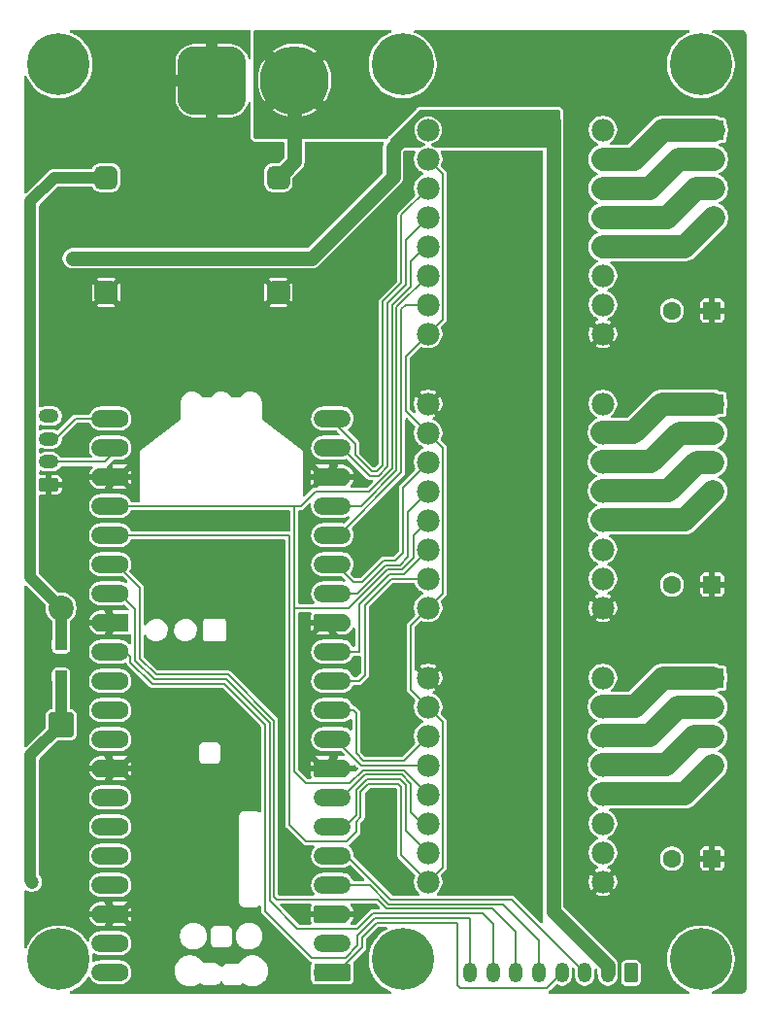
<source format=gtl>
G04 #@! TF.GenerationSoftware,KiCad,Pcbnew,9.0.3*
G04 #@! TF.CreationDate,2026-02-04T16:51:12-05:00*
G04 #@! TF.ProjectId,ControlBoard_v1,436f6e74-726f-46c4-926f-6172645f7631,rev?*
G04 #@! TF.SameCoordinates,Original*
G04 #@! TF.FileFunction,Copper,L1,Top*
G04 #@! TF.FilePolarity,Positive*
%FSLAX46Y46*%
G04 Gerber Fmt 4.6, Leading zero omitted, Abs format (unit mm)*
G04 Created by KiCad (PCBNEW 9.0.3) date 2026-02-04 16:51:12*
%MOMM*%
%LPD*%
G01*
G04 APERTURE LIST*
G04 Aperture macros list*
%AMRoundRect*
0 Rectangle with rounded corners*
0 $1 Rounding radius*
0 $2 $3 $4 $5 $6 $7 $8 $9 X,Y pos of 4 corners*
0 Add a 4 corners polygon primitive as box body*
4,1,4,$2,$3,$4,$5,$6,$7,$8,$9,$2,$3,0*
0 Add four circle primitives for the rounded corners*
1,1,$1+$1,$2,$3*
1,1,$1+$1,$4,$5*
1,1,$1+$1,$6,$7*
1,1,$1+$1,$8,$9*
0 Add four rect primitives between the rounded corners*
20,1,$1+$1,$2,$3,$4,$5,0*
20,1,$1+$1,$4,$5,$6,$7,0*
20,1,$1+$1,$6,$7,$8,$9,0*
20,1,$1+$1,$8,$9,$2,$3,0*%
%AMFreePoly0*
4,1,37,0.800000,0.796148,0.878414,0.796148,1.032228,0.765552,1.177117,0.705537,1.307515,0.618408,1.418408,0.507515,1.505537,0.377117,1.565552,0.232228,1.596148,0.078414,1.596148,-0.078414,1.565552,-0.232228,1.505537,-0.377117,1.418408,-0.507515,1.307515,-0.618408,1.177117,-0.705537,1.032228,-0.765552,0.878414,-0.796148,0.800000,-0.796148,0.800000,-0.800000,-1.400000,-0.800000,
-1.403843,-0.796157,-1.439018,-0.796157,-1.511114,-0.766294,-1.566294,-0.711114,-1.596157,-0.639018,-1.596157,-0.603843,-1.600000,-0.600000,-1.600000,0.600000,-1.596157,0.603843,-1.596157,0.639018,-1.566294,0.711114,-1.511114,0.766294,-1.439018,0.796157,-1.403843,0.796157,-1.400000,0.800000,0.800000,0.800000,0.800000,0.796148,0.800000,0.796148,$1*%
%AMFreePoly1*
4,1,37,1.403843,0.796157,1.439018,0.796157,1.511114,0.766294,1.566294,0.711114,1.596157,0.639018,1.596157,0.603843,1.600000,0.600000,1.600000,-0.600000,1.596157,-0.603843,1.596157,-0.639018,1.566294,-0.711114,1.511114,-0.766294,1.439018,-0.796157,1.403843,-0.796157,1.400000,-0.800000,-0.800000,-0.800000,-0.800000,-0.796148,-0.878414,-0.796148,-1.032228,-0.765552,-1.177117,-0.705537,
-1.307515,-0.618408,-1.418408,-0.507515,-1.505537,-0.377117,-1.565552,-0.232228,-1.596148,-0.078414,-1.596148,0.078414,-1.565552,0.232228,-1.505537,0.377117,-1.418408,0.507515,-1.307515,0.618408,-1.177117,0.705537,-1.032228,0.765552,-0.878414,0.796148,-0.800000,0.796148,-0.800000,0.800000,1.400000,0.800000,1.403843,0.796157,1.403843,0.796157,$1*%
%AMFreePoly2*
4,1,37,0.603843,0.796157,0.639018,0.796157,0.711114,0.766294,0.766294,0.711114,0.796157,0.639018,0.796157,0.603843,0.800000,0.600000,0.800000,-0.600000,0.796157,-0.603843,0.796157,-0.639018,0.766294,-0.711114,0.711114,-0.766294,0.639018,-0.796157,0.603843,-0.796157,0.600000,-0.800000,0.000000,-0.800000,0.000000,-0.796148,-0.078414,-0.796148,-0.232228,-0.765552,-0.377117,-0.705537,
-0.507515,-0.618408,-0.618408,-0.507515,-0.705537,-0.377117,-0.765552,-0.232228,-0.796148,-0.078414,-0.796148,0.078414,-0.765552,0.232228,-0.705537,0.377117,-0.618408,0.507515,-0.507515,0.618408,-0.377117,0.705537,-0.232228,0.765552,-0.078414,0.796148,0.000000,0.796148,0.000000,0.800000,0.600000,0.800000,0.603843,0.796157,0.603843,0.796157,$1*%
%AMFreePoly3*
4,1,37,0.000000,0.796148,0.078414,0.796148,0.232228,0.765552,0.377117,0.705537,0.507515,0.618408,0.618408,0.507515,0.705537,0.377117,0.765552,0.232228,0.796148,0.078414,0.796148,-0.078414,0.765552,-0.232228,0.705537,-0.377117,0.618408,-0.507515,0.507515,-0.618408,0.377117,-0.705537,0.232228,-0.765552,0.078414,-0.796148,0.000000,-0.796148,0.000000,-0.800000,-0.600000,-0.800000,
-0.603843,-0.796157,-0.639018,-0.796157,-0.711114,-0.766294,-0.766294,-0.711114,-0.796157,-0.639018,-0.796157,-0.603843,-0.800000,-0.600000,-0.800000,0.600000,-0.796157,0.603843,-0.796157,0.639018,-0.766294,0.711114,-0.711114,0.766294,-0.639018,0.796157,-0.603843,0.796157,-0.600000,0.800000,0.000000,0.800000,0.000000,0.796148,0.000000,0.796148,$1*%
G04 Aperture macros list end*
G04 #@! TA.AperFunction,ComponentPad*
%ADD10RoundRect,0.250000X0.350000X0.625000X-0.350000X0.625000X-0.350000X-0.625000X0.350000X-0.625000X0*%
G04 #@! TD*
G04 #@! TA.AperFunction,ComponentPad*
%ADD11O,1.200000X1.750000*%
G04 #@! TD*
G04 #@! TA.AperFunction,SMDPad,CuDef*
%ADD12RoundRect,0.250000X0.300000X-0.300000X0.300000X0.300000X-0.300000X0.300000X-0.300000X-0.300000X0*%
G04 #@! TD*
G04 #@! TA.AperFunction,ComponentPad*
%ADD13RoundRect,1.500000X-1.500000X-1.500000X1.500000X-1.500000X1.500000X1.500000X-1.500000X1.500000X0*%
G04 #@! TD*
G04 #@! TA.AperFunction,ComponentPad*
%ADD14C,6.000000*%
G04 #@! TD*
G04 #@! TA.AperFunction,ComponentPad*
%ADD15RoundRect,0.249999X0.850001X-0.850001X0.850001X0.850001X-0.850001X0.850001X-0.850001X-0.850001X0*%
G04 #@! TD*
G04 #@! TA.AperFunction,ComponentPad*
%ADD16C,2.200000*%
G04 #@! TD*
G04 #@! TA.AperFunction,ComponentPad*
%ADD17C,1.980000*%
G04 #@! TD*
G04 #@! TA.AperFunction,ComponentPad*
%ADD18R,1.700000X1.700000*%
G04 #@! TD*
G04 #@! TA.AperFunction,ComponentPad*
%ADD19C,1.700000*%
G04 #@! TD*
G04 #@! TA.AperFunction,ComponentPad*
%ADD20RoundRect,0.250000X0.550000X0.550000X-0.550000X0.550000X-0.550000X-0.550000X0.550000X-0.550000X0*%
G04 #@! TD*
G04 #@! TA.AperFunction,ComponentPad*
%ADD21C,1.600000*%
G04 #@! TD*
G04 #@! TA.AperFunction,ComponentPad*
%ADD22C,0.800000*%
G04 #@! TD*
G04 #@! TA.AperFunction,ComponentPad*
%ADD23C,5.400000*%
G04 #@! TD*
G04 #@! TA.AperFunction,ComponentPad*
%ADD24RoundRect,0.250000X0.625000X-0.350000X0.625000X0.350000X-0.625000X0.350000X-0.625000X-0.350000X0*%
G04 #@! TD*
G04 #@! TA.AperFunction,ComponentPad*
%ADD25O,1.750000X1.200000*%
G04 #@! TD*
G04 #@! TA.AperFunction,SMDPad,CuDef*
%ADD26FreePoly0,180.000000*%
G04 #@! TD*
G04 #@! TA.AperFunction,ComponentPad*
%ADD27RoundRect,0.200000X0.600000X0.600000X-0.600000X0.600000X-0.600000X-0.600000X0.600000X-0.600000X0*%
G04 #@! TD*
G04 #@! TA.AperFunction,SMDPad,CuDef*
%ADD28RoundRect,0.800000X0.800000X0.000010X-0.800000X0.000010X-0.800000X-0.000010X0.800000X-0.000010X0*%
G04 #@! TD*
G04 #@! TA.AperFunction,SMDPad,CuDef*
%ADD29FreePoly1,180.000000*%
G04 #@! TD*
G04 #@! TA.AperFunction,ComponentPad*
%ADD30FreePoly2,180.000000*%
G04 #@! TD*
G04 #@! TA.AperFunction,ComponentPad*
%ADD31FreePoly3,180.000000*%
G04 #@! TD*
G04 #@! TA.AperFunction,SMDPad,CuDef*
%ADD32RoundRect,0.500000X0.500000X-0.500000X0.500000X0.500000X-0.500000X0.500000X-0.500000X-0.500000X0*%
G04 #@! TD*
G04 #@! TA.AperFunction,ViaPad*
%ADD33C,0.600000*%
G04 #@! TD*
G04 #@! TA.AperFunction,ViaPad*
%ADD34C,1.200000*%
G04 #@! TD*
G04 #@! TA.AperFunction,ViaPad*
%ADD35C,0.700000*%
G04 #@! TD*
G04 #@! TA.AperFunction,Conductor*
%ADD36C,0.200000*%
G04 #@! TD*
G04 #@! TA.AperFunction,Conductor*
%ADD37C,1.270000*%
G04 #@! TD*
G04 #@! TA.AperFunction,Conductor*
%ADD38C,2.032000*%
G04 #@! TD*
G04 #@! TA.AperFunction,Conductor*
%ADD39C,1.016000*%
G04 #@! TD*
G04 APERTURE END LIST*
D10*
X208168000Y-121788000D03*
D11*
X206168000Y-121788000D03*
X204168000Y-121788000D03*
X202168000Y-121788000D03*
X200168000Y-121788000D03*
X198168000Y-121788000D03*
X196168000Y-121788000D03*
X194168000Y-121788000D03*
D12*
X158496000Y-95968000D03*
X158496000Y-93168000D03*
D13*
X171660000Y-44022000D03*
D14*
X178860000Y-44022000D03*
D15*
X158496000Y-100156000D03*
D16*
X158496000Y-89996000D03*
D17*
X205740000Y-66120000D03*
X205740000Y-63580000D03*
X205740000Y-61040000D03*
X205740000Y-58500000D03*
X205740000Y-55960000D03*
X205740000Y-53420000D03*
X205740000Y-50880000D03*
X205740000Y-48340000D03*
X190500000Y-48340000D03*
X190500000Y-50880000D03*
X190500000Y-53420000D03*
X190500000Y-55960000D03*
X190500000Y-58500000D03*
X190500000Y-61040000D03*
X190500000Y-63580000D03*
X190500000Y-66120000D03*
D18*
X215392000Y-96092000D03*
D19*
X215392000Y-98632000D03*
X215392000Y-101172000D03*
X215392000Y-103712000D03*
D18*
X215392000Y-48340000D03*
D19*
X215392000Y-50880000D03*
X215392000Y-53420000D03*
X215392000Y-55960000D03*
D18*
X215392000Y-72216000D03*
D19*
X215392000Y-74756000D03*
X215392000Y-77296000D03*
X215392000Y-79836000D03*
D20*
X215266651Y-87964000D03*
D21*
X211766651Y-87964000D03*
D22*
X186255000Y-42616000D03*
X186848109Y-41184109D03*
X186848109Y-44047891D03*
X188280000Y-40591000D03*
D23*
X188280000Y-42616000D03*
D22*
X188280000Y-44641000D03*
X189711891Y-41184109D03*
X189711891Y-44047891D03*
X190305000Y-42616000D03*
D17*
X205740000Y-89996000D03*
X205740000Y-87456000D03*
X205740000Y-84916000D03*
X205740000Y-82376000D03*
X205740000Y-79836000D03*
X205740000Y-77296000D03*
X205740000Y-74756000D03*
X205740000Y-72216000D03*
X190500000Y-72216000D03*
X190500000Y-74756000D03*
X190500000Y-77296000D03*
X190500000Y-79836000D03*
X190500000Y-82376000D03*
X190500000Y-84916000D03*
X190500000Y-87456000D03*
X190500000Y-89996000D03*
D22*
X186255000Y-120616000D03*
X186848109Y-119184109D03*
X186848109Y-122047891D03*
X188280000Y-118591000D03*
D23*
X188280000Y-120616000D03*
D22*
X188280000Y-122641000D03*
X189711891Y-119184109D03*
X189711891Y-122047891D03*
X190305000Y-120616000D03*
D20*
X215266651Y-64088000D03*
D21*
X211766651Y-64088000D03*
D24*
X157438000Y-79264000D03*
D25*
X157438000Y-77264000D03*
X157438000Y-75264000D03*
X157438000Y-73264000D03*
D22*
X156255000Y-42616000D03*
X156848109Y-41184109D03*
X156848109Y-44047891D03*
X158280000Y-40591000D03*
D23*
X158280000Y-42616000D03*
D22*
X158280000Y-44641000D03*
X159711891Y-41184109D03*
X159711891Y-44047891D03*
X160305000Y-42616000D03*
D26*
X182156000Y-121746000D03*
D27*
X181356000Y-121746000D03*
D28*
X182156000Y-119206000D03*
D21*
X181356000Y-119206000D03*
D29*
X182156000Y-116666000D03*
D30*
X181356000Y-116666000D03*
D28*
X182156000Y-114126000D03*
D21*
X181356000Y-114126000D03*
D28*
X182156000Y-111586000D03*
D21*
X181356000Y-111586000D03*
D28*
X182156000Y-109046000D03*
D21*
X181356000Y-109046000D03*
D28*
X182156000Y-106506000D03*
D21*
X181356000Y-106506000D03*
D29*
X182156000Y-103966000D03*
D30*
X181356000Y-103966000D03*
D28*
X182156000Y-101426000D03*
D21*
X181356000Y-101426000D03*
D28*
X182156000Y-98886000D03*
D21*
X181356000Y-98886000D03*
D28*
X182156000Y-96346000D03*
D21*
X181356000Y-96346000D03*
D28*
X182156000Y-93806000D03*
D21*
X181356000Y-93806000D03*
D29*
X182156000Y-91266000D03*
D30*
X181356000Y-91266000D03*
D28*
X182156000Y-88726000D03*
D21*
X181356000Y-88726000D03*
D28*
X182156000Y-86186000D03*
D21*
X181356000Y-86186000D03*
D28*
X182156000Y-83646000D03*
D21*
X181356000Y-83646000D03*
D28*
X182156000Y-81106000D03*
D21*
X181356000Y-81106000D03*
D29*
X182156000Y-78566000D03*
D30*
X181356000Y-78566000D03*
D28*
X182156000Y-76026000D03*
D21*
X181356000Y-76026000D03*
D28*
X182156000Y-73486000D03*
D21*
X181356000Y-73486000D03*
X163576000Y-73486000D03*
D28*
X162776000Y-73486000D03*
D21*
X163576000Y-76026000D03*
D28*
X162776000Y-76026000D03*
D31*
X163576000Y-78566000D03*
D26*
X162776000Y-78566000D03*
D21*
X163576000Y-81106000D03*
D28*
X162776000Y-81106000D03*
D21*
X163576000Y-83646000D03*
D28*
X162776000Y-83646000D03*
D21*
X163576000Y-86186000D03*
D28*
X162776000Y-86186000D03*
D21*
X163576000Y-88726000D03*
D28*
X162776000Y-88726000D03*
D31*
X163576000Y-91266000D03*
D26*
X162776000Y-91266000D03*
D21*
X163576000Y-93806000D03*
D28*
X162776000Y-93806000D03*
D21*
X163576000Y-96346000D03*
D28*
X162776000Y-96346000D03*
D21*
X163576000Y-98886000D03*
D28*
X162776000Y-98886000D03*
D21*
X163576000Y-101426000D03*
D28*
X162776000Y-101426000D03*
D31*
X163576000Y-103966000D03*
D26*
X162776000Y-103966000D03*
D21*
X163576000Y-106506000D03*
D28*
X162776000Y-106506000D03*
D21*
X163576000Y-109046000D03*
D28*
X162776000Y-109046000D03*
D21*
X163576000Y-111586000D03*
D28*
X162776000Y-111586000D03*
D21*
X163576000Y-114126000D03*
D28*
X162776000Y-114126000D03*
D31*
X163576000Y-116666000D03*
D26*
X162776000Y-116666000D03*
D21*
X163576000Y-119206000D03*
D28*
X162776000Y-119206000D03*
D21*
X163576000Y-121746000D03*
D28*
X162776000Y-121746000D03*
D32*
X177430000Y-62484000D03*
X177430000Y-52484000D03*
X162430000Y-62484000D03*
X162430000Y-52484000D03*
D20*
X215266651Y-111840000D03*
D21*
X211766651Y-111840000D03*
D22*
X212255000Y-42616000D03*
X212848109Y-41184109D03*
X212848109Y-44047891D03*
X214280000Y-40591000D03*
D23*
X214280000Y-42616000D03*
D22*
X214280000Y-44641000D03*
X215711891Y-41184109D03*
X215711891Y-44047891D03*
X216305000Y-42616000D03*
D17*
X205740000Y-113872000D03*
X205740000Y-111332000D03*
X205740000Y-108792000D03*
X205740000Y-106252000D03*
X205740000Y-103712000D03*
X205740000Y-101172000D03*
X205740000Y-98632000D03*
X205740000Y-96092000D03*
X190500000Y-96092000D03*
X190500000Y-98632000D03*
X190500000Y-101172000D03*
X190500000Y-103712000D03*
X190500000Y-106252000D03*
X190500000Y-108792000D03*
X190500000Y-111332000D03*
X190500000Y-113872000D03*
D22*
X212255000Y-120616000D03*
X212848109Y-119184109D03*
X212848109Y-122047891D03*
X214280000Y-118591000D03*
D23*
X214280000Y-120616000D03*
D22*
X214280000Y-122641000D03*
X215711891Y-119184109D03*
X215711891Y-122047891D03*
X216305000Y-120616000D03*
X156255000Y-120616000D03*
X156848109Y-119184109D03*
X156848109Y-122047891D03*
X158280000Y-118591000D03*
D23*
X158280000Y-120616000D03*
D22*
X158280000Y-122641000D03*
X159711891Y-119184109D03*
X159711891Y-122047891D03*
X160305000Y-120616000D03*
D33*
X201422000Y-111332000D03*
X201422000Y-63580000D03*
D34*
X159512000Y-59516000D03*
D33*
X201422000Y-87456000D03*
D35*
X209804000Y-40974000D03*
X208788000Y-42244000D03*
X217678000Y-66120000D03*
X217678000Y-62056000D03*
X207772000Y-43514000D03*
X213868000Y-109808000D03*
X217678000Y-89996000D03*
X213868000Y-85932000D03*
X209804000Y-44784000D03*
X215138000Y-113872000D03*
X208788000Y-44784000D03*
X215138000Y-89996000D03*
X209804000Y-43514000D03*
X217678000Y-85932000D03*
X208788000Y-40974000D03*
X217678000Y-109808000D03*
X215138000Y-109808000D03*
X213868000Y-66120000D03*
X213868000Y-89996000D03*
X207772000Y-44784000D03*
X207772000Y-42244000D03*
X216408000Y-62056000D03*
X207772000Y-40974000D03*
X213868000Y-62056000D03*
X216408000Y-109808000D03*
X217678000Y-113872000D03*
X209804000Y-42244000D03*
X216408000Y-85932000D03*
X208788000Y-43514000D03*
X215138000Y-85932000D03*
X215138000Y-66120000D03*
X215138000Y-62056000D03*
X216408000Y-66120000D03*
X213868000Y-113872000D03*
X216408000Y-89996000D03*
X216408000Y-113872000D03*
X161544000Y-64596000D03*
D33*
X192532000Y-50880000D03*
X188976000Y-76026000D03*
X188976000Y-77804000D03*
X157480000Y-71200000D03*
X188976000Y-52404000D03*
X192532000Y-55960000D03*
X189992000Y-68660000D03*
X157480000Y-47832000D03*
D35*
X162560000Y-40974000D03*
D33*
X196342000Y-114634000D03*
X200152000Y-52912000D03*
D35*
X176276000Y-64596000D03*
D33*
X192532000Y-81360000D03*
X200152000Y-111840000D03*
X192532000Y-76280000D03*
X200152000Y-73740000D03*
D35*
X175260000Y-64596000D03*
D33*
X200152000Y-106760000D03*
X187452000Y-84408000D03*
X157480000Y-63580000D03*
D35*
X164592000Y-63580000D03*
D33*
X200152000Y-81360000D03*
X200152000Y-68660000D03*
X200152000Y-50372000D03*
X200152000Y-101680000D03*
X174752000Y-49864000D03*
X185928000Y-71708000D03*
D35*
X162560000Y-44784000D03*
D33*
X200152000Y-116666000D03*
X200152000Y-86440000D03*
X157480000Y-86440000D03*
D35*
X165608000Y-43514000D03*
D33*
X187960000Y-114634000D03*
D35*
X165608000Y-40974000D03*
D33*
X200152000Y-71200000D03*
D35*
X175260000Y-62564000D03*
D33*
X192532000Y-104220000D03*
X192532000Y-61040000D03*
X184404000Y-82884000D03*
X192532000Y-58500000D03*
D35*
X164084000Y-42244000D03*
D33*
X200152000Y-61040000D03*
D35*
X163576000Y-64596000D03*
D33*
X192532000Y-63580000D03*
X156972000Y-96092000D03*
X200152000Y-96600000D03*
X200152000Y-78820000D03*
X157480000Y-68660000D03*
D35*
X164084000Y-40974000D03*
X165608000Y-47324000D03*
D33*
X192532000Y-111840000D03*
X156972000Y-93552000D03*
D35*
X165608000Y-44784000D03*
D33*
X200152000Y-66120000D03*
X184404000Y-86948000D03*
X157480000Y-109300000D03*
D35*
X162560000Y-42244000D03*
D33*
X185928000Y-84408000D03*
X157480000Y-50372000D03*
X192532000Y-53420000D03*
X157480000Y-106760000D03*
X192532000Y-101680000D03*
X157480000Y-104220000D03*
X157480000Y-83900000D03*
X188976000Y-50372000D03*
D35*
X164084000Y-47324000D03*
D33*
X192532000Y-99140000D03*
X157480000Y-57992000D03*
D35*
X178308000Y-64596000D03*
D33*
X200152000Y-109300000D03*
D35*
X164084000Y-43514000D03*
D33*
X200152000Y-94060000D03*
X157480000Y-81360000D03*
D35*
X162560000Y-43514000D03*
D33*
X185674000Y-106252000D03*
X184404000Y-84408000D03*
X192532000Y-109300000D03*
X200152000Y-63580000D03*
X188976000Y-74248000D03*
X192532000Y-78820000D03*
X200152000Y-104220000D03*
X192532000Y-114634000D03*
X200152000Y-57992000D03*
X184150000Y-110570000D03*
D35*
X164592000Y-61548000D03*
D33*
X200152000Y-55452000D03*
X195072000Y-50372000D03*
X185928000Y-76788000D03*
X200152000Y-88980000D03*
X197612000Y-50372000D03*
D35*
X177292000Y-64596000D03*
D33*
X185928000Y-82884000D03*
X179832000Y-57992000D03*
X192532000Y-106760000D03*
D35*
X162560000Y-64596000D03*
D33*
X200152000Y-114380000D03*
X156972000Y-98632000D03*
X156972000Y-91012000D03*
D35*
X165608000Y-46054000D03*
X165608000Y-42244000D03*
D33*
X185928000Y-63580000D03*
D35*
X164592000Y-62564000D03*
D33*
X200152000Y-91520000D03*
X192532000Y-86440000D03*
X157480000Y-66120000D03*
D35*
X162560000Y-47324000D03*
X164084000Y-46054000D03*
X175260000Y-61548000D03*
D33*
X185928000Y-74248000D03*
X185928000Y-66120000D03*
X187452000Y-61040000D03*
X189992000Y-94060000D03*
X187452000Y-55960000D03*
X187452000Y-82884000D03*
X192532000Y-83900000D03*
D35*
X162560000Y-46054000D03*
D33*
X187452000Y-58500000D03*
D35*
X164592000Y-64596000D03*
X175260000Y-63580000D03*
D33*
X185928000Y-68660000D03*
X187452000Y-106252000D03*
X192532000Y-66120000D03*
X157480000Y-55452000D03*
X200152000Y-76280000D03*
D35*
X164084000Y-44784000D03*
D33*
X200152000Y-99140000D03*
X200152000Y-83900000D03*
X192532000Y-88980000D03*
D34*
X155956000Y-113872000D03*
D36*
X188468000Y-48848000D02*
X188468000Y-48340000D01*
D37*
X201422000Y-111332000D02*
X201422000Y-108414071D01*
X187452000Y-52404000D02*
X187452000Y-49864000D01*
X201422000Y-108414071D02*
X201422000Y-87456000D01*
D36*
X189759000Y-47049000D02*
X200893000Y-47049000D01*
D37*
X187452000Y-49864000D02*
X188468000Y-48848000D01*
X201422000Y-63580000D02*
X201422000Y-47578000D01*
X180340000Y-59516000D02*
X187452000Y-52404000D01*
X159512000Y-59516000D02*
X180340000Y-59516000D01*
X206168000Y-121158000D02*
X201422000Y-116412000D01*
X201422000Y-116412000D02*
X201422000Y-111332000D01*
D36*
X200893000Y-47049000D02*
X201422000Y-47578000D01*
D37*
X206168000Y-121788000D02*
X206168000Y-121158000D01*
D36*
X188468000Y-48340000D02*
X189759000Y-47049000D01*
D37*
X201422000Y-87456000D02*
X201422000Y-63580000D01*
X178860000Y-51054000D02*
X177430000Y-52484000D01*
X178860000Y-44022000D02*
X178860000Y-51054000D01*
D38*
X213868000Y-53420000D02*
X215392000Y-53420000D01*
X205740000Y-55960000D02*
X211328000Y-55960000D01*
X211328000Y-55960000D02*
X213868000Y-53420000D01*
X205740000Y-58500000D02*
X212852000Y-58500000D01*
X212852000Y-58500000D02*
X215392000Y-55960000D01*
X205740000Y-53420000D02*
X209804000Y-53420000D01*
X209804000Y-53420000D02*
X212344000Y-50880000D01*
X212344000Y-50880000D02*
X215392000Y-50880000D01*
X208438000Y-50880000D02*
X210978000Y-48340000D01*
X210978000Y-48340000D02*
X215392000Y-48340000D01*
X205740000Y-50880000D02*
X208438000Y-50880000D01*
D36*
X190500000Y-61040000D02*
X187750000Y-63790000D01*
X187750000Y-63790000D02*
X187750000Y-78024900D01*
X187750000Y-78024900D02*
X184668900Y-81106000D01*
X184668900Y-81106000D02*
X181172000Y-81106000D01*
X189209000Y-85450750D02*
X189209000Y-83667000D01*
X178816000Y-104220000D02*
X178816000Y-89996000D01*
X189230000Y-85471750D02*
X189209000Y-85450750D01*
X189209000Y-83667000D02*
X190500000Y-82376000D01*
X187349000Y-63623900D02*
X187349000Y-77858800D01*
X183598000Y-89996000D02*
X186940000Y-86654000D01*
X179394000Y-81106000D02*
X179486000Y-81014000D01*
X188194900Y-86654000D02*
X189230000Y-85618900D01*
X187349000Y-77858800D02*
X185371800Y-79836000D01*
X185371800Y-79836000D02*
X180664000Y-79836000D01*
X183598000Y-89996000D02*
X178816000Y-89996000D01*
X186940000Y-86654000D02*
X188194900Y-86654000D01*
X188976000Y-59749000D02*
X188976000Y-61996900D01*
X190225000Y-58500000D02*
X188976000Y-59749000D01*
X178816000Y-81106000D02*
X178816000Y-89996000D01*
X189230000Y-85618900D02*
X189230000Y-85471750D01*
X179832000Y-105236000D02*
X178816000Y-104220000D01*
X163576000Y-81106000D02*
X179394000Y-81106000D01*
X183680900Y-105236000D02*
X179832000Y-105236000D01*
X180664000Y-79836000D02*
X179486000Y-81014000D01*
X188976000Y-61996900D02*
X187349000Y-63623900D01*
X188361000Y-104113000D02*
X184803900Y-104113000D01*
X190500000Y-106252000D02*
X188361000Y-104113000D01*
X184803900Y-104113000D02*
X183680900Y-105236000D01*
X190500000Y-58500000D02*
X190225000Y-58500000D01*
X188527100Y-63580000D02*
X188151000Y-63956100D01*
X182696000Y-83646000D02*
X181172000Y-83646000D01*
X190500000Y-63580000D02*
X188527100Y-63580000D01*
X188151000Y-78191000D02*
X182696000Y-83646000D01*
X188151000Y-63956100D02*
X188151000Y-78191000D01*
X185987600Y-78086000D02*
X185596100Y-78086000D01*
X186547000Y-63291700D02*
X186547000Y-77526600D01*
X190500000Y-53420000D02*
X188174000Y-55746000D01*
X181972000Y-73486000D02*
X181172000Y-73486000D01*
X184150000Y-75664000D02*
X181972000Y-73486000D01*
X184150000Y-76639900D02*
X184150000Y-75664000D01*
X185596100Y-78086000D02*
X184150000Y-76639900D01*
X188174000Y-55746000D02*
X188174000Y-61664700D01*
X186547000Y-77526600D02*
X185987600Y-78086000D01*
X188174000Y-61664700D02*
X186547000Y-63291700D01*
X184220000Y-109502000D02*
X184220000Y-108625100D01*
X178415000Y-83646000D02*
X178415000Y-108899000D01*
X191791000Y-112581000D02*
X191791000Y-99923000D01*
X190500000Y-74756000D02*
X191791000Y-76047000D01*
X178415000Y-108899000D02*
X179860000Y-110344000D01*
X163576000Y-83646000D02*
X178415000Y-83646000D01*
X188976000Y-91520000D02*
X190500000Y-89996000D01*
X190500000Y-66120000D02*
X191791000Y-64829000D01*
X188976000Y-97108000D02*
X188976000Y-91520000D01*
X191791000Y-64829000D02*
X191791000Y-52171000D01*
X191791000Y-52171000D02*
X190500000Y-50880000D01*
X184220000Y-108625100D02*
X184621000Y-108224100D01*
X191791000Y-88705000D02*
X190500000Y-89996000D01*
X187862700Y-105316000D02*
X188174000Y-105627300D01*
X185302200Y-105316000D02*
X187862700Y-105316000D01*
X184621000Y-105997200D02*
X185302200Y-105316000D01*
X188174000Y-105627300D02*
X188174000Y-111546000D01*
X191791000Y-76047000D02*
X191791000Y-88705000D01*
X188552000Y-68068000D02*
X190500000Y-66120000D01*
X184621000Y-108224100D02*
X184621000Y-105997200D01*
X188552000Y-72808000D02*
X188552000Y-68068000D01*
X190500000Y-74756000D02*
X188552000Y-72808000D01*
X190500000Y-113872000D02*
X191791000Y-112581000D01*
X188174000Y-111546000D02*
X190500000Y-113872000D01*
X191791000Y-99923000D02*
X190500000Y-98632000D01*
X179860000Y-110344000D02*
X183378000Y-110344000D01*
X190500000Y-98632000D02*
X188976000Y-97108000D01*
X183378000Y-110344000D02*
X184220000Y-109502000D01*
X185430000Y-78487000D02*
X182969000Y-76026000D01*
X188575000Y-61830800D02*
X186948000Y-63457800D01*
X186153700Y-78487000D02*
X185430000Y-78487000D01*
X190500000Y-55960000D02*
X188575000Y-57885000D01*
X182969000Y-76026000D02*
X181972000Y-76026000D01*
X186948000Y-63457800D02*
X186948000Y-77692700D01*
X188575000Y-57885000D02*
X188575000Y-61830800D01*
X186948000Y-77692700D02*
X186153700Y-78487000D01*
X181972000Y-76026000D02*
X181172000Y-76026000D01*
D38*
X212408000Y-74756000D02*
X215328000Y-74756000D01*
X209934000Y-77230000D02*
X212408000Y-74756000D01*
X205676000Y-77230000D02*
X209934000Y-77230000D01*
D39*
X155829000Y-113745000D02*
X155829000Y-102823000D01*
X155956000Y-113872000D02*
X155829000Y-113745000D01*
X155829000Y-102823000D02*
X158496000Y-100156000D01*
X158496000Y-100156000D02*
X158496000Y-96476000D01*
D38*
X211458000Y-79770000D02*
X213932000Y-77296000D01*
X205676000Y-79770000D02*
X211458000Y-79770000D01*
X213932000Y-77296000D02*
X215328000Y-77296000D01*
X205676000Y-82310000D02*
X212854000Y-82310000D01*
X212854000Y-82310000D02*
X215328000Y-79836000D01*
X205676000Y-74690000D02*
X208410000Y-74690000D01*
X210884000Y-72216000D02*
X215328000Y-72216000D01*
X208410000Y-74690000D02*
X210884000Y-72216000D01*
D36*
X186607800Y-85852000D02*
X184721800Y-87738000D01*
X183994000Y-87738000D02*
X182442000Y-86186000D01*
X188321000Y-85170000D02*
X187639000Y-85852000D01*
X187639000Y-85852000D02*
X186607800Y-85852000D01*
X184721800Y-87738000D02*
X183994000Y-87738000D01*
X181972000Y-86186000D02*
X181172000Y-86186000D01*
X188321000Y-79475000D02*
X188321000Y-85170000D01*
X182442000Y-86186000D02*
X181972000Y-86186000D01*
X190500000Y-77296000D02*
X188321000Y-79475000D01*
X184982000Y-89746200D02*
X184982000Y-91296200D01*
X184474000Y-96346000D02*
X181172000Y-96346000D01*
X184982000Y-95838000D02*
X184474000Y-96346000D01*
X187272200Y-87456000D02*
X184982000Y-89746200D01*
X190500000Y-87456000D02*
X187272200Y-87456000D01*
X184982000Y-91296200D02*
X184982000Y-95838000D01*
X188722000Y-85559800D02*
X188028800Y-86253000D01*
X188722000Y-81614000D02*
X188722000Y-85559800D01*
X184300900Y-88726000D02*
X181972000Y-88726000D01*
X181972000Y-88726000D02*
X181172000Y-88726000D01*
X190500000Y-79836000D02*
X188722000Y-81614000D01*
X182950000Y-88726000D02*
X181972000Y-88726000D01*
X186773900Y-86253000D02*
X184300900Y-88726000D01*
X188028800Y-86253000D02*
X186773900Y-86253000D01*
X184474000Y-89687100D02*
X184474000Y-91237100D01*
X187106100Y-87055000D02*
X184474000Y-89687100D01*
X184474000Y-91237100D02*
X184474000Y-93806000D01*
X188361000Y-87055000D02*
X187106100Y-87055000D01*
X190500000Y-84916000D02*
X188361000Y-87055000D01*
X184474000Y-93806000D02*
X181172000Y-93806000D01*
D38*
X212854000Y-106186000D02*
X215328000Y-103712000D01*
X205676000Y-106186000D02*
X212854000Y-106186000D01*
X212280000Y-98632000D02*
X215328000Y-98632000D01*
X205676000Y-101106000D02*
X209806000Y-101106000D01*
X209806000Y-101106000D02*
X212280000Y-98632000D01*
X213749031Y-101172000D02*
X215328000Y-101172000D01*
X205676000Y-103646000D02*
X211275031Y-103646000D01*
X211275031Y-103646000D02*
X213749031Y-101172000D01*
X210977000Y-96092000D02*
X215328000Y-96092000D01*
X208503000Y-98566000D02*
X210977000Y-96092000D01*
X205676000Y-98566000D02*
X208503000Y-98566000D01*
D36*
X184220000Y-105831100D02*
X184220000Y-108058000D01*
X185136100Y-104915000D02*
X184220000Y-105831100D01*
X183232000Y-109046000D02*
X181172000Y-109046000D01*
X188575000Y-105461200D02*
X188028800Y-104915000D01*
X188575000Y-109407000D02*
X188575000Y-105461200D01*
X190500000Y-111332000D02*
X188575000Y-109407000D01*
X181972000Y-109046000D02*
X181172000Y-109046000D01*
X184220000Y-108058000D02*
X183232000Y-109046000D01*
X188028800Y-104915000D02*
X185136100Y-104915000D01*
X184872100Y-103289000D02*
X184844100Y-103289000D01*
X184844100Y-103289000D02*
X184220000Y-102664900D01*
X188361000Y-103311000D02*
X184894100Y-103311000D01*
X190500000Y-101172000D02*
X188361000Y-103311000D01*
X184220000Y-102664900D02*
X184220000Y-99140000D01*
X183966000Y-98886000D02*
X181172000Y-98886000D01*
X184220000Y-99140000D02*
X183966000Y-98886000D01*
X184894100Y-103311000D02*
X184872100Y-103289000D01*
X190500000Y-108792000D02*
X189992000Y-108792000D01*
X189992000Y-108792000D02*
X188976000Y-107776000D01*
X188194900Y-104514000D02*
X184970000Y-104514000D01*
X188976000Y-105295100D02*
X188194900Y-104514000D01*
X184970000Y-104514000D02*
X182978000Y-106506000D01*
X182978000Y-106506000D02*
X181172000Y-106506000D01*
X188976000Y-107776000D02*
X188976000Y-105295100D01*
X190500000Y-103712000D02*
X184728000Y-103712000D01*
X184728000Y-103712000D02*
X184700000Y-103712000D01*
X182414000Y-101426000D02*
X181172000Y-101426000D01*
X184700000Y-103712000D02*
X182414000Y-101426000D01*
X184728000Y-103712000D02*
X184706000Y-103690000D01*
X172886100Y-96199000D02*
X176677000Y-99989900D01*
X164953000Y-94553100D02*
X166598900Y-96199000D01*
X196168000Y-117508000D02*
X196168000Y-121788000D01*
X163576000Y-88726000D02*
X164953000Y-90103000D01*
X176677000Y-99989900D02*
X176677000Y-115508000D01*
X179105000Y-117936000D02*
X184353799Y-117936000D01*
X185690799Y-116599000D02*
X195259000Y-116599000D01*
X176677000Y-115508000D02*
X179105000Y-117936000D01*
X166598900Y-96199000D02*
X172886100Y-96199000D01*
X195259000Y-116599000D02*
X196168000Y-117508000D01*
X164953000Y-90103000D02*
X164953000Y-94553100D01*
X184353799Y-117936000D02*
X185690799Y-116599000D01*
X173052200Y-95798000D02*
X177078000Y-99823800D01*
X165354000Y-94387000D02*
X166765000Y-95798000D01*
X165354000Y-88218000D02*
X165354000Y-94387000D01*
X163576000Y-86186000D02*
X163576000Y-86440000D01*
X166765000Y-95798000D02*
X173052200Y-95798000D01*
X177292000Y-115396000D02*
X186105800Y-115396000D01*
X196128000Y-116198000D02*
X198168000Y-118238000D01*
X177078000Y-115182000D02*
X177292000Y-115396000D01*
X186907800Y-116198000D02*
X196128000Y-116198000D01*
X198168000Y-118238000D02*
X198168000Y-121788000D01*
X186105800Y-115396000D02*
X186907800Y-116198000D01*
X177078000Y-99823800D02*
X177078000Y-115182000D01*
X163576000Y-86440000D02*
X165354000Y-88218000D01*
X181172000Y-114126000D02*
X185402900Y-114126000D01*
X185402900Y-114126000D02*
X187073900Y-115797000D01*
X196997000Y-115797000D02*
X200168000Y-118968000D01*
X200168000Y-118968000D02*
X200168000Y-121788000D01*
X187073900Y-115797000D02*
X196997000Y-115797000D01*
X172720000Y-96600000D02*
X176276000Y-100156000D01*
X184327000Y-119421525D02*
X184327000Y-118529899D01*
X176276000Y-116412000D02*
X180340000Y-120476000D01*
X180340000Y-120476000D02*
X183272525Y-120476000D01*
X185856899Y-117000000D02*
X194168000Y-117000000D01*
X163576000Y-93806000D02*
X164084000Y-93806000D01*
X164552000Y-94274000D02*
X164552000Y-94719200D01*
X166432800Y-96600000D02*
X172720000Y-96600000D01*
X176276000Y-100156000D02*
X176276000Y-116412000D01*
X164552000Y-94719200D02*
X166432800Y-96600000D01*
X194168000Y-117000000D02*
X194168000Y-121788000D01*
X183272525Y-120476000D02*
X184327000Y-119421525D01*
X164084000Y-93806000D02*
X164552000Y-94274000D01*
X184327000Y-118529899D02*
X185856899Y-117000000D01*
X193040000Y-122856000D02*
X193300000Y-123116000D01*
X182569625Y-121746000D02*
X184728000Y-119587625D01*
X184728000Y-119587625D02*
X184728000Y-118695999D01*
X184728000Y-118695999D02*
X185995999Y-117428000D01*
X193040000Y-117428000D02*
X193040000Y-122856000D01*
X200840000Y-123116000D02*
X202168000Y-121788000D01*
X193300000Y-123116000D02*
X200840000Y-123116000D01*
X185995999Y-117428000D02*
X193040000Y-117428000D01*
X181172000Y-121746000D02*
X182569625Y-121746000D01*
X183430000Y-111586000D02*
X180753370Y-111586000D01*
X204168000Y-121788000D02*
X197776000Y-115396000D01*
X197776000Y-115396000D02*
X187240000Y-115396000D01*
X187240000Y-115396000D02*
X183430000Y-111586000D01*
X182303370Y-111586000D02*
X181172000Y-111586000D01*
X162338000Y-77264000D02*
X163576000Y-76026000D01*
X157438000Y-77264000D02*
X162338000Y-77264000D01*
X157988000Y-75264000D02*
X159766000Y-73486000D01*
X159766000Y-73486000D02*
X163576000Y-73486000D01*
X157438000Y-75264000D02*
X157988000Y-75264000D01*
D39*
X157908000Y-52484000D02*
X162430000Y-52484000D01*
X155829000Y-54563000D02*
X157908000Y-52484000D01*
X158496000Y-89996000D02*
X158496000Y-93168000D01*
X155829000Y-54563000D02*
X155829000Y-87329000D01*
X155829000Y-87329000D02*
X158496000Y-89996000D01*
G04 #@! TA.AperFunction,Conductor*
G36*
X174991539Y-39636185D02*
G01*
X175037294Y-39688989D01*
X175048500Y-39740500D01*
X175048500Y-41890661D01*
X175028815Y-41957700D01*
X174976011Y-42003455D01*
X174906853Y-42013399D01*
X174843297Y-41984374D01*
X174807458Y-41931616D01*
X174768479Y-41820222D01*
X174645923Y-41588336D01*
X174645919Y-41588330D01*
X174490170Y-41377296D01*
X174304703Y-41191829D01*
X174093669Y-41036080D01*
X174093663Y-41036076D01*
X173861775Y-40913519D01*
X173614202Y-40826889D01*
X173614192Y-40826887D01*
X173356496Y-40778128D01*
X173356489Y-40778127D01*
X173247380Y-40772000D01*
X171910000Y-40772000D01*
X171910000Y-41785497D01*
X171807473Y-41772000D01*
X171512527Y-41772000D01*
X171410000Y-41785497D01*
X171410000Y-40772000D01*
X170072638Y-40772000D01*
X170072618Y-40772001D01*
X169963512Y-40778127D01*
X169963504Y-40778128D01*
X169705807Y-40826887D01*
X169705797Y-40826889D01*
X169458224Y-40913519D01*
X169226336Y-41036076D01*
X169226330Y-41036080D01*
X169015296Y-41191829D01*
X168829829Y-41377296D01*
X168674080Y-41588330D01*
X168674076Y-41588336D01*
X168551519Y-41820224D01*
X168464889Y-42067797D01*
X168464887Y-42067807D01*
X168416128Y-42325503D01*
X168416127Y-42325510D01*
X168410000Y-42434619D01*
X168410000Y-43772000D01*
X169423498Y-43772000D01*
X169410000Y-43874527D01*
X169410000Y-44169473D01*
X169423498Y-44272000D01*
X168410001Y-44272000D01*
X168410001Y-45609381D01*
X168416127Y-45718487D01*
X168416128Y-45718495D01*
X168464887Y-45976192D01*
X168464889Y-45976202D01*
X168551519Y-46223775D01*
X168674076Y-46455663D01*
X168674080Y-46455669D01*
X168829829Y-46666703D01*
X169015296Y-46852170D01*
X169226330Y-47007919D01*
X169226336Y-47007923D01*
X169458224Y-47130480D01*
X169705797Y-47217110D01*
X169705807Y-47217112D01*
X169963503Y-47265871D01*
X169963510Y-47265872D01*
X170072627Y-47271999D01*
X171409999Y-47271999D01*
X171410000Y-47271998D01*
X171410000Y-46258502D01*
X171512527Y-46272000D01*
X171807473Y-46272000D01*
X171910000Y-46258502D01*
X171910000Y-47271999D01*
X173247362Y-47271999D01*
X173247381Y-47271998D01*
X173356487Y-47265872D01*
X173356495Y-47265871D01*
X173614192Y-47217112D01*
X173614202Y-47217110D01*
X173861775Y-47130480D01*
X174093663Y-47007923D01*
X174093669Y-47007919D01*
X174304703Y-46852170D01*
X174490170Y-46666703D01*
X174645919Y-46455669D01*
X174645923Y-46455663D01*
X174768480Y-46223775D01*
X174807458Y-46112384D01*
X174848180Y-46055608D01*
X174913132Y-46029860D01*
X174981694Y-46043316D01*
X175032097Y-46091703D01*
X175048500Y-46153338D01*
X175048500Y-48978002D01*
X175054338Y-49032312D01*
X175065543Y-49083818D01*
X175065546Y-49083827D01*
X175072779Y-49110192D01*
X175072783Y-49110203D01*
X175122105Y-49196818D01*
X175122110Y-49196825D01*
X175122112Y-49196828D01*
X175147703Y-49226362D01*
X175167863Y-49249628D01*
X175167866Y-49249631D01*
X175167867Y-49249632D01*
X175200641Y-49281257D01*
X175288976Y-49327465D01*
X175288977Y-49327465D01*
X175288977Y-49327466D01*
X175339105Y-49342184D01*
X175356015Y-49347150D01*
X175356019Y-49347150D01*
X175356021Y-49347151D01*
X175367652Y-49348823D01*
X175428000Y-49357500D01*
X177850500Y-49357500D01*
X177917539Y-49377185D01*
X177963294Y-49429989D01*
X177974500Y-49481500D01*
X177974500Y-50635851D01*
X177954815Y-50702890D01*
X177938181Y-50723532D01*
X177464531Y-51197181D01*
X177403208Y-51230666D01*
X177376850Y-51233500D01*
X176879998Y-51233500D01*
X176879980Y-51233501D01*
X176777203Y-51244000D01*
X176777200Y-51244001D01*
X176610668Y-51299185D01*
X176610663Y-51299187D01*
X176461342Y-51391289D01*
X176337289Y-51515342D01*
X176245187Y-51664663D01*
X176245185Y-51664668D01*
X176220198Y-51740074D01*
X176190001Y-51831203D01*
X176190001Y-51831204D01*
X176190000Y-51831204D01*
X176179500Y-51933983D01*
X176179500Y-53034001D01*
X176179501Y-53034019D01*
X176190000Y-53136796D01*
X176190001Y-53136799D01*
X176244546Y-53301403D01*
X176245186Y-53303334D01*
X176337288Y-53452656D01*
X176461344Y-53576712D01*
X176610666Y-53668814D01*
X176777203Y-53723999D01*
X176879991Y-53734500D01*
X177980008Y-53734499D01*
X177980016Y-53734498D01*
X177980019Y-53734498D01*
X178036302Y-53728748D01*
X178082797Y-53723999D01*
X178249334Y-53668814D01*
X178398656Y-53576712D01*
X178522712Y-53452656D01*
X178614814Y-53303334D01*
X178669999Y-53136797D01*
X178680500Y-53034009D01*
X178680499Y-52537146D01*
X178700183Y-52470108D01*
X178716813Y-52449471D01*
X179424470Y-51741815D01*
X179424474Y-51741813D01*
X179547813Y-51618474D01*
X179644720Y-51473442D01*
X179711471Y-51312291D01*
X179745500Y-51141214D01*
X179745500Y-49481500D01*
X179765185Y-49414461D01*
X179817989Y-49368706D01*
X179869500Y-49357500D01*
X186517761Y-49357500D01*
X186584800Y-49377185D01*
X186630555Y-49429989D01*
X186640499Y-49499147D01*
X186632322Y-49528952D01*
X186600530Y-49605704D01*
X186600527Y-49605714D01*
X186566499Y-49776783D01*
X186566499Y-49957327D01*
X186566500Y-49957348D01*
X186566500Y-51985852D01*
X186546815Y-52052891D01*
X186530181Y-52073533D01*
X180009533Y-58594181D01*
X179948210Y-58627666D01*
X179921852Y-58630500D01*
X159424781Y-58630500D01*
X159253716Y-58664527D01*
X159253708Y-58664529D01*
X159092560Y-58731278D01*
X159092551Y-58731283D01*
X158947526Y-58828186D01*
X158947522Y-58828189D01*
X158824189Y-58951522D01*
X158824186Y-58951526D01*
X158727283Y-59096551D01*
X158727278Y-59096560D01*
X158660529Y-59257708D01*
X158660527Y-59257716D01*
X158626500Y-59428781D01*
X158626500Y-59603218D01*
X158660527Y-59774283D01*
X158660529Y-59774291D01*
X158727278Y-59935439D01*
X158727283Y-59935448D01*
X158824186Y-60080473D01*
X158824189Y-60080477D01*
X158947522Y-60203810D01*
X158947526Y-60203813D01*
X159092551Y-60300716D01*
X159092557Y-60300719D01*
X159092558Y-60300720D01*
X159253709Y-60367471D01*
X159366147Y-60389836D01*
X159424781Y-60401499D01*
X159424785Y-60401500D01*
X159424786Y-60401500D01*
X180246652Y-60401500D01*
X180246672Y-60401501D01*
X180252786Y-60401501D01*
X180427216Y-60401501D01*
X180542307Y-60378607D01*
X180598291Y-60367471D01*
X180759442Y-60300720D01*
X180860605Y-60233125D01*
X180862487Y-60231868D01*
X180871534Y-60225822D01*
X180904474Y-60203813D01*
X181027813Y-60080474D01*
X181027814Y-60080472D01*
X181034880Y-60073406D01*
X181034883Y-60073402D01*
X188016470Y-53091815D01*
X188016474Y-53091813D01*
X188139813Y-52968474D01*
X188236720Y-52823442D01*
X188303471Y-52662291D01*
X188313501Y-52611868D01*
X188337501Y-52491214D01*
X188337501Y-52316786D01*
X188337501Y-52311676D01*
X188337500Y-52311650D01*
X188337500Y-50282148D01*
X188346144Y-50252707D01*
X188352668Y-50222721D01*
X188356422Y-50217705D01*
X188357185Y-50215109D01*
X188373819Y-50194467D01*
X188412467Y-50155819D01*
X188473790Y-50122334D01*
X188500148Y-50119500D01*
X189292898Y-50119500D01*
X189359937Y-50139185D01*
X189405692Y-50191989D01*
X189415636Y-50261147D01*
X189403383Y-50299795D01*
X189350382Y-50403812D01*
X189350381Y-50403815D01*
X189290045Y-50589514D01*
X189259500Y-50782365D01*
X189259500Y-50977634D01*
X189290045Y-51170485D01*
X189350381Y-51356184D01*
X189350382Y-51356187D01*
X189439031Y-51530167D01*
X189553793Y-51688125D01*
X189553797Y-51688130D01*
X189691869Y-51826202D01*
X189691874Y-51826206D01*
X189786335Y-51894835D01*
X189849836Y-51940971D01*
X190023813Y-52029617D01*
X190029778Y-52031555D01*
X190031359Y-52032069D01*
X190089034Y-52071507D01*
X190116232Y-52135866D01*
X190104317Y-52204712D01*
X190057072Y-52256188D01*
X190031359Y-52267931D01*
X190023812Y-52270383D01*
X189849832Y-52359031D01*
X189691874Y-52473793D01*
X189691869Y-52473797D01*
X189553799Y-52611868D01*
X189553793Y-52611874D01*
X189439031Y-52769832D01*
X189350382Y-52943812D01*
X189350381Y-52943815D01*
X189290045Y-53129514D01*
X189259500Y-53322365D01*
X189259500Y-53517634D01*
X189290045Y-53710485D01*
X189350381Y-53896184D01*
X189350382Y-53896187D01*
X189369479Y-53933665D01*
X189382375Y-54002334D01*
X189356099Y-54067075D01*
X189346675Y-54077641D01*
X187893532Y-55530785D01*
X187893528Y-55530791D01*
X187848082Y-55609507D01*
X187847386Y-55610712D01*
X187823500Y-55699856D01*
X187823500Y-61468156D01*
X187803815Y-61535195D01*
X187787181Y-61555837D01*
X186266532Y-63076485D01*
X186266530Y-63076488D01*
X186224828Y-63148718D01*
X186220387Y-63156409D01*
X186220384Y-63156415D01*
X186196500Y-63245556D01*
X186196500Y-77330056D01*
X186176815Y-77397095D01*
X186160181Y-77417737D01*
X185879530Y-77698387D01*
X185818207Y-77731872D01*
X185748515Y-77726888D01*
X185704168Y-77698387D01*
X184536819Y-76531037D01*
X184503334Y-76469714D01*
X184500500Y-76443356D01*
X184500500Y-75617858D01*
X184500500Y-75617856D01*
X184476614Y-75528712D01*
X184476612Y-75528708D01*
X184476435Y-75528401D01*
X184476432Y-75528396D01*
X184430472Y-75448791D01*
X184430468Y-75448786D01*
X183530944Y-74549262D01*
X183497459Y-74487939D01*
X183502443Y-74418247D01*
X183539961Y-74365727D01*
X183542447Y-74363686D01*
X183542450Y-74363685D01*
X183702410Y-74232410D01*
X183833685Y-74072450D01*
X183931232Y-73889954D01*
X183991300Y-73691934D01*
X184006500Y-73537608D01*
X184006500Y-73434392D01*
X183991300Y-73280066D01*
X183931232Y-73082046D01*
X183833685Y-72899550D01*
X183765400Y-72816344D01*
X183702410Y-72739589D01*
X183542452Y-72608317D01*
X183542453Y-72608317D01*
X183542450Y-72608315D01*
X183359954Y-72510768D01*
X183161934Y-72450700D01*
X183161932Y-72450699D01*
X183161934Y-72450699D01*
X183042805Y-72438966D01*
X183007608Y-72435500D01*
X181459465Y-72435500D01*
X181252535Y-72435500D01*
X181252534Y-72435500D01*
X181207639Y-72444429D01*
X181207638Y-72444428D01*
X181201649Y-72445619D01*
X181150066Y-72450700D01*
X181100453Y-72465748D01*
X181094480Y-72466937D01*
X181094473Y-72466939D01*
X181049584Y-72475868D01*
X181049581Y-72475869D01*
X181007291Y-72493384D01*
X181007292Y-72493385D01*
X181001665Y-72495715D01*
X180952046Y-72510768D01*
X180906308Y-72535215D01*
X180900676Y-72537548D01*
X180900672Y-72537548D01*
X180858409Y-72555055D01*
X180858402Y-72555058D01*
X180820338Y-72580490D01*
X180815272Y-72583874D01*
X180769550Y-72608315D01*
X180729483Y-72641195D01*
X180724406Y-72644588D01*
X180724402Y-72644592D01*
X180686349Y-72670019D01*
X180686344Y-72670023D01*
X180653979Y-72702388D01*
X180653978Y-72702387D01*
X180649661Y-72706703D01*
X180609590Y-72739590D01*
X180576703Y-72779661D01*
X180572397Y-72783968D01*
X180572388Y-72783979D01*
X180540023Y-72816344D01*
X180540019Y-72816349D01*
X180514592Y-72854402D01*
X180511201Y-72859476D01*
X180478315Y-72899550D01*
X180453879Y-72945263D01*
X180450492Y-72950333D01*
X180450490Y-72950338D01*
X180425058Y-72988402D01*
X180425055Y-72988409D01*
X180407547Y-73030676D01*
X180402347Y-73041672D01*
X180380768Y-73082045D01*
X180380767Y-73082047D01*
X180367484Y-73125835D01*
X180363387Y-73137286D01*
X180345869Y-73179581D01*
X180345868Y-73179584D01*
X180336939Y-73224473D01*
X180335750Y-73230448D01*
X180320700Y-73280066D01*
X180315618Y-73331655D01*
X180314430Y-73337631D01*
X180314429Y-73337639D01*
X180308430Y-73367803D01*
X180305500Y-73382535D01*
X180305500Y-73589465D01*
X180315617Y-73640327D01*
X180320700Y-73691934D01*
X180335752Y-73741556D01*
X180336941Y-73747533D01*
X180336940Y-73747535D01*
X180345868Y-73792414D01*
X180345870Y-73792422D01*
X180363379Y-73834692D01*
X180367478Y-73846146D01*
X180370524Y-73856185D01*
X180380768Y-73889954D01*
X180405215Y-73935691D01*
X180425059Y-73983598D01*
X180453867Y-74026714D01*
X180456739Y-74032086D01*
X180478316Y-74072452D01*
X180507345Y-74107824D01*
X180514593Y-74117597D01*
X180540022Y-74155654D01*
X180540025Y-74155658D01*
X180572383Y-74188015D01*
X180576694Y-74192326D01*
X180609590Y-74232410D01*
X180649673Y-74265305D01*
X180653983Y-74269615D01*
X180686341Y-74301974D01*
X180686346Y-74301978D01*
X180724395Y-74327401D01*
X180734170Y-74334650D01*
X180769550Y-74363685D01*
X180769552Y-74363686D01*
X180769555Y-74363688D01*
X180809916Y-74385262D01*
X180815288Y-74388133D01*
X180858402Y-74416941D01*
X180906305Y-74436782D01*
X180911675Y-74439653D01*
X180911677Y-74439654D01*
X180952043Y-74461231D01*
X180952045Y-74461231D01*
X180952046Y-74461232D01*
X180995848Y-74474518D01*
X181007295Y-74478614D01*
X181049580Y-74496130D01*
X181070041Y-74500199D01*
X181094468Y-74505059D01*
X181094469Y-74505059D01*
X181100445Y-74506247D01*
X181150066Y-74521300D01*
X181201672Y-74526382D01*
X181252535Y-74536500D01*
X181304392Y-74536500D01*
X182475456Y-74536500D01*
X182542495Y-74556185D01*
X182563137Y-74572819D01*
X182754137Y-74763819D01*
X182787622Y-74825142D01*
X182782638Y-74894834D01*
X182740766Y-74950767D01*
X182675302Y-74975184D01*
X182666456Y-74975500D01*
X181252534Y-74975500D01*
X181207639Y-74984429D01*
X181207638Y-74984428D01*
X181201649Y-74985619D01*
X181150066Y-74990700D01*
X181100453Y-75005748D01*
X181094480Y-75006937D01*
X181094473Y-75006939D01*
X181049584Y-75015868D01*
X181049581Y-75015869D01*
X181007291Y-75033384D01*
X181007292Y-75033385D01*
X181001665Y-75035715D01*
X180952046Y-75050768D01*
X180906308Y-75075215D01*
X180900676Y-75077548D01*
X180900672Y-75077548D01*
X180858409Y-75095055D01*
X180858402Y-75095058D01*
X180820338Y-75120490D01*
X180815272Y-75123874D01*
X180769550Y-75148315D01*
X180729483Y-75181195D01*
X180724406Y-75184588D01*
X180724402Y-75184592D01*
X180686349Y-75210019D01*
X180686344Y-75210023D01*
X180653979Y-75242388D01*
X180653978Y-75242387D01*
X180649661Y-75246703D01*
X180609590Y-75279590D01*
X180576703Y-75319661D01*
X180572397Y-75323968D01*
X180572388Y-75323979D01*
X180540023Y-75356344D01*
X180540019Y-75356349D01*
X180514592Y-75394402D01*
X180511201Y-75399476D01*
X180478315Y-75439550D01*
X180453879Y-75485263D01*
X180450492Y-75490333D01*
X180450490Y-75490338D01*
X180425060Y-75528401D01*
X180425055Y-75528409D01*
X180407547Y-75570676D01*
X180402347Y-75581672D01*
X180380768Y-75622045D01*
X180380767Y-75622047D01*
X180367484Y-75665835D01*
X180363387Y-75677286D01*
X180345869Y-75719581D01*
X180345868Y-75719584D01*
X180336939Y-75764473D01*
X180335750Y-75770448D01*
X180320700Y-75820066D01*
X180315618Y-75871655D01*
X180314430Y-75877631D01*
X180314429Y-75877639D01*
X180305500Y-75922533D01*
X180305500Y-75922535D01*
X180305500Y-76129465D01*
X180315617Y-76180327D01*
X180320700Y-76231934D01*
X180335752Y-76281556D01*
X180336941Y-76287533D01*
X180336940Y-76287535D01*
X180345868Y-76332414D01*
X180345870Y-76332422D01*
X180363379Y-76374692D01*
X180367478Y-76386146D01*
X180379839Y-76426892D01*
X180380768Y-76429954D01*
X180405215Y-76475691D01*
X180425059Y-76523598D01*
X180453867Y-76566714D01*
X180456739Y-76572086D01*
X180478316Y-76612452D01*
X180507345Y-76647824D01*
X180514593Y-76657597D01*
X180540022Y-76695654D01*
X180540025Y-76695658D01*
X180566205Y-76721837D01*
X180576694Y-76732326D01*
X180609590Y-76772410D01*
X180649673Y-76805305D01*
X180653983Y-76809615D01*
X180686341Y-76841974D01*
X180686346Y-76841978D01*
X180724395Y-76867401D01*
X180734170Y-76874650D01*
X180769550Y-76903685D01*
X180769552Y-76903686D01*
X180769555Y-76903688D01*
X180809916Y-76925262D01*
X180815288Y-76928133D01*
X180858402Y-76956941D01*
X180906305Y-76976782D01*
X180911675Y-76979653D01*
X180911677Y-76979654D01*
X180952043Y-77001231D01*
X180952045Y-77001231D01*
X180952046Y-77001232D01*
X180995848Y-77014518D01*
X181007295Y-77018614D01*
X181049580Y-77036130D01*
X181070041Y-77040199D01*
X181094468Y-77045059D01*
X181094469Y-77045059D01*
X181100445Y-77046247D01*
X181150066Y-77061300D01*
X181201672Y-77066382D01*
X181252535Y-77076500D01*
X181252536Y-77076500D01*
X183007605Y-77076500D01*
X183007608Y-77076500D01*
X183161934Y-77061300D01*
X183356809Y-77002185D01*
X183426673Y-77001562D01*
X183480483Y-77033165D01*
X185214788Y-78767470D01*
X185214789Y-78767471D01*
X185214791Y-78767472D01*
X185227882Y-78775030D01*
X185294712Y-78813614D01*
X185383856Y-78837500D01*
X185383857Y-78837500D01*
X185476144Y-78837500D01*
X185575256Y-78837500D01*
X185642295Y-78857185D01*
X185688050Y-78909989D01*
X185697994Y-78979147D01*
X185668969Y-79042703D01*
X185662937Y-79049181D01*
X185262937Y-79449181D01*
X185201614Y-79482666D01*
X185175256Y-79485500D01*
X183827858Y-79485500D01*
X183760819Y-79465815D01*
X183715064Y-79413011D01*
X183705120Y-79343853D01*
X183734145Y-79280297D01*
X183740177Y-79273819D01*
X183757708Y-79256287D01*
X183789421Y-79217645D01*
X183789438Y-79217622D01*
X183876965Y-79086628D01*
X183876977Y-79086608D01*
X183900539Y-79042527D01*
X183960846Y-78896933D01*
X183975353Y-78849111D01*
X183975356Y-78849100D01*
X183981940Y-78816000D01*
X181789012Y-78816000D01*
X181821925Y-78758993D01*
X181856000Y-78631826D01*
X181856000Y-78500174D01*
X181821925Y-78373007D01*
X181756099Y-78258993D01*
X181663007Y-78165901D01*
X181548993Y-78100075D01*
X181485410Y-78083037D01*
X181698897Y-77869551D01*
X182406000Y-77869551D01*
X182406000Y-78316000D01*
X183981939Y-78316000D01*
X183975356Y-78282899D01*
X183975353Y-78282888D01*
X183960846Y-78235066D01*
X183900539Y-78089472D01*
X183876977Y-78045391D01*
X183876965Y-78045371D01*
X183789438Y-77914377D01*
X183789421Y-77914354D01*
X183757708Y-77875712D01*
X183646287Y-77764291D01*
X183607645Y-77732578D01*
X183607622Y-77732561D01*
X183476628Y-77645034D01*
X183476608Y-77645022D01*
X183432527Y-77621460D01*
X183286937Y-77561154D01*
X183239093Y-77546642D01*
X183239091Y-77546641D01*
X183084541Y-77515900D01*
X183034788Y-77511000D01*
X182661000Y-77511000D01*
X182653968Y-77527975D01*
X182658579Y-77536418D01*
X182653595Y-77606110D01*
X182625094Y-77650457D01*
X182406000Y-77869551D01*
X181698897Y-77869551D01*
X181811242Y-77757206D01*
X181905999Y-77662448D01*
X181906000Y-77662447D01*
X181906000Y-77511000D01*
X180716217Y-77511000D01*
X180664782Y-77521230D01*
X181226589Y-78083037D01*
X181163007Y-78100075D01*
X181048993Y-78165901D01*
X180955901Y-78258993D01*
X180890075Y-78373007D01*
X180856000Y-78500174D01*
X180856000Y-78631826D01*
X180890075Y-78758993D01*
X180955901Y-78873007D01*
X181048993Y-78966099D01*
X181163007Y-79031925D01*
X181226589Y-79048962D01*
X180826371Y-79449181D01*
X180765048Y-79482666D01*
X180738690Y-79485500D01*
X180617856Y-79485500D01*
X180528712Y-79509386D01*
X180528709Y-79509387D01*
X180448791Y-79555527D01*
X180448786Y-79555531D01*
X179777681Y-80226637D01*
X179716358Y-80260122D01*
X179646666Y-80255138D01*
X179590733Y-80213266D01*
X179566316Y-80147802D01*
X179566000Y-80138956D01*
X179566000Y-79205781D01*
X180301000Y-79205781D01*
X180311230Y-79257216D01*
X180752448Y-78816000D01*
X180301000Y-78816000D01*
X180301000Y-79205781D01*
X179566000Y-79205781D01*
X179566000Y-77926217D01*
X180301000Y-77926217D01*
X180301000Y-78316000D01*
X180752448Y-78316000D01*
X180752448Y-78315999D01*
X180311230Y-77874781D01*
X180301000Y-77926217D01*
X179566000Y-77926217D01*
X179566000Y-76276105D01*
X179565999Y-76276104D01*
X176053944Y-73548657D01*
X176013069Y-73491991D01*
X176006000Y-73450721D01*
X176006000Y-72116033D01*
X176006000Y-72116000D01*
X176005524Y-72072360D01*
X175997917Y-71985412D01*
X175982761Y-71899457D01*
X175960171Y-71815151D01*
X175930320Y-71733134D01*
X175893433Y-71654031D01*
X175849793Y-71578444D01*
X175849785Y-71578433D01*
X175849781Y-71578426D01*
X175799730Y-71506946D01*
X175743711Y-71440186D01*
X175743629Y-71440088D01*
X175681912Y-71378371D01*
X175663379Y-71362820D01*
X175615053Y-71322269D01*
X175543573Y-71272218D01*
X175543562Y-71272211D01*
X175543556Y-71272207D01*
X175516449Y-71256557D01*
X175467980Y-71228573D01*
X175467976Y-71228571D01*
X175467969Y-71228567D01*
X175388866Y-71191680D01*
X175388854Y-71191675D01*
X175388851Y-71191674D01*
X175340029Y-71173905D01*
X175306849Y-71161829D01*
X175306845Y-71161827D01*
X175306837Y-71161825D01*
X175306834Y-71161824D01*
X175232033Y-71141781D01*
X175222543Y-71139239D01*
X175210407Y-71137099D01*
X175136590Y-71124083D01*
X175093114Y-71120279D01*
X175049640Y-71116476D01*
X175006000Y-71116000D01*
X174962360Y-71116476D01*
X174962358Y-71116476D01*
X174875409Y-71124083D01*
X174789462Y-71139238D01*
X174789459Y-71139238D01*
X174789457Y-71139239D01*
X174789452Y-71139240D01*
X174789449Y-71139241D01*
X174705165Y-71161824D01*
X174705162Y-71161825D01*
X174623148Y-71191674D01*
X174623141Y-71191677D01*
X174623134Y-71191680D01*
X174544031Y-71228567D01*
X174544027Y-71228569D01*
X174544019Y-71228573D01*
X174468452Y-71272202D01*
X174468426Y-71272218D01*
X174396946Y-71322269D01*
X174330085Y-71378373D01*
X174268373Y-71440085D01*
X174212269Y-71506946D01*
X174172935Y-71563123D01*
X174118359Y-71606748D01*
X174071360Y-71616000D01*
X173400640Y-71616000D01*
X173333601Y-71596315D01*
X173299065Y-71563123D01*
X173294077Y-71556000D01*
X173277995Y-71533032D01*
X173259730Y-71506946D01*
X173203711Y-71440186D01*
X173203629Y-71440088D01*
X173141912Y-71378371D01*
X173123379Y-71362820D01*
X173075053Y-71322269D01*
X173003573Y-71272218D01*
X173003562Y-71272211D01*
X173003556Y-71272207D01*
X172976449Y-71256557D01*
X172927980Y-71228573D01*
X172927976Y-71228571D01*
X172927969Y-71228567D01*
X172848866Y-71191680D01*
X172848854Y-71191675D01*
X172848851Y-71191674D01*
X172800029Y-71173905D01*
X172766849Y-71161829D01*
X172766845Y-71161827D01*
X172766837Y-71161825D01*
X172766834Y-71161824D01*
X172692033Y-71141781D01*
X172682543Y-71139239D01*
X172670407Y-71137099D01*
X172596590Y-71124083D01*
X172553114Y-71120279D01*
X172509640Y-71116476D01*
X172466000Y-71116000D01*
X172422360Y-71116476D01*
X172422358Y-71116476D01*
X172335409Y-71124083D01*
X172249462Y-71139238D01*
X172249459Y-71139238D01*
X172249457Y-71139239D01*
X172249452Y-71139240D01*
X172249449Y-71139241D01*
X172165165Y-71161824D01*
X172165162Y-71161825D01*
X172083148Y-71191674D01*
X172083141Y-71191677D01*
X172083134Y-71191680D01*
X172004031Y-71228567D01*
X172004027Y-71228569D01*
X172004019Y-71228573D01*
X171928452Y-71272202D01*
X171928426Y-71272218D01*
X171856946Y-71322269D01*
X171790085Y-71378373D01*
X171728373Y-71440085D01*
X171672269Y-71506946D01*
X171632935Y-71563123D01*
X171578359Y-71606748D01*
X171531360Y-71616000D01*
X170860438Y-71616000D01*
X170793399Y-71596315D01*
X170758866Y-71563128D01*
X170719590Y-71507040D01*
X170719585Y-71507034D01*
X170719583Y-71507031D01*
X170663490Y-71440186D01*
X170663389Y-71440085D01*
X170601769Y-71378469D01*
X170601758Y-71378460D01*
X170534919Y-71322379D01*
X170534916Y-71322376D01*
X170534908Y-71322370D01*
X170534889Y-71322357D01*
X170463428Y-71272323D01*
X170463411Y-71272311D01*
X170387824Y-71228674D01*
X170308721Y-71191791D01*
X170308715Y-71191789D01*
X170308707Y-71191785D01*
X170226721Y-71161948D01*
X170226692Y-71161939D01*
X170142411Y-71139360D01*
X170142406Y-71139358D01*
X170142399Y-71139357D01*
X170133018Y-71137703D01*
X170056442Y-71124204D01*
X170056438Y-71124203D01*
X169969522Y-71116602D01*
X169969493Y-71116600D01*
X169925876Y-71116075D01*
X169925867Y-71116075D01*
X169925859Y-71116075D01*
X169882220Y-71116552D01*
X169848859Y-71119472D01*
X169795278Y-71124162D01*
X169709326Y-71139320D01*
X169709324Y-71139320D01*
X169709321Y-71139321D01*
X169625017Y-71161913D01*
X169625012Y-71161914D01*
X169625011Y-71161915D01*
X169625000Y-71161918D01*
X169542996Y-71191769D01*
X169463910Y-71228649D01*
X169463906Y-71228651D01*
X169388309Y-71272299D01*
X169316844Y-71322340D01*
X169316826Y-71322354D01*
X169249966Y-71378457D01*
X169188247Y-71440177D01*
X169132141Y-71507041D01*
X169082086Y-71578529D01*
X169038446Y-71654116D01*
X169001563Y-71733210D01*
X169001556Y-71733227D01*
X168971713Y-71815214D01*
X168971704Y-71815245D01*
X168949122Y-71899517D01*
X168949119Y-71899529D01*
X168933960Y-71985489D01*
X168926353Y-72072423D01*
X168926352Y-72072448D01*
X168925859Y-72116069D01*
X168925859Y-73450830D01*
X168906174Y-73517869D01*
X168877918Y-73548763D01*
X165697094Y-76018979D01*
X165366000Y-76276105D01*
X165366000Y-80631500D01*
X165346315Y-80698539D01*
X165293511Y-80744294D01*
X165242000Y-80755500D01*
X164654127Y-80755500D01*
X164640680Y-80751551D01*
X164626692Y-80752427D01*
X164607817Y-80741902D01*
X164587088Y-80735815D01*
X164576684Y-80724540D01*
X164565669Y-80718398D01*
X164544771Y-80689956D01*
X164529655Y-80661678D01*
X164524456Y-80650689D01*
X164506941Y-80608402D01*
X164481515Y-80570349D01*
X164475262Y-80559916D01*
X164453688Y-80519555D01*
X164453684Y-80519549D01*
X164453682Y-80519547D01*
X164424650Y-80484170D01*
X164424650Y-80484169D01*
X164420785Y-80479459D01*
X164391977Y-80436345D01*
X164355305Y-80399673D01*
X164322410Y-80359590D01*
X164310316Y-80349665D01*
X164287033Y-80330557D01*
X164278015Y-80322383D01*
X164245658Y-80290025D01*
X164245654Y-80290022D01*
X164207597Y-80264593D01*
X164202529Y-80261207D01*
X164162450Y-80228315D01*
X164116723Y-80203873D01*
X164111662Y-80200491D01*
X164111653Y-80200486D01*
X164073595Y-80175057D01*
X164031316Y-80157545D01*
X164020323Y-80152346D01*
X163979954Y-80130768D01*
X163936146Y-80117478D01*
X163936146Y-80117477D01*
X163930311Y-80115707D01*
X163882420Y-80095870D01*
X163831560Y-80085752D01*
X163825729Y-80083984D01*
X163825728Y-80083983D01*
X163781935Y-80070700D01*
X163736383Y-80066213D01*
X163724353Y-80064428D01*
X163679465Y-80055500D01*
X163627608Y-80055500D01*
X161924392Y-80055500D01*
X161886298Y-80059251D01*
X161770067Y-80070699D01*
X161572043Y-80130769D01*
X161489188Y-80175057D01*
X161389550Y-80228315D01*
X161389548Y-80228316D01*
X161389547Y-80228317D01*
X161229589Y-80359589D01*
X161098317Y-80519547D01*
X161098315Y-80519550D01*
X161059643Y-80591898D01*
X161000769Y-80702043D01*
X160940699Y-80900067D01*
X160925500Y-81054395D01*
X160925500Y-81157604D01*
X160940699Y-81311932D01*
X160969035Y-81405343D01*
X160990524Y-81476185D01*
X161000769Y-81509956D01*
X161007229Y-81522042D01*
X161098315Y-81692450D01*
X161098317Y-81692452D01*
X161229589Y-81852410D01*
X161314354Y-81921974D01*
X161389550Y-81983685D01*
X161572046Y-82081232D01*
X161770066Y-82141300D01*
X161770065Y-82141300D01*
X161808647Y-82145100D01*
X161924392Y-82156500D01*
X161924395Y-82156500D01*
X163679468Y-82156500D01*
X163706201Y-82151181D01*
X163730327Y-82146382D01*
X163781934Y-82141300D01*
X163831556Y-82126247D01*
X163882420Y-82116130D01*
X163930328Y-82096285D01*
X163979954Y-82081232D01*
X164025691Y-82056784D01*
X164073598Y-82036941D01*
X164111668Y-82011502D01*
X164122085Y-82005260D01*
X164162450Y-81983685D01*
X164197829Y-81954650D01*
X164202534Y-81950788D01*
X164245655Y-81921977D01*
X164282326Y-81885305D01*
X164322410Y-81852410D01*
X164355305Y-81812326D01*
X164391977Y-81775655D01*
X164420790Y-81732532D01*
X164453685Y-81692450D01*
X164478130Y-81646716D01*
X164506941Y-81603598D01*
X164526784Y-81555691D01*
X164544771Y-81522040D01*
X164593734Y-81472200D01*
X164654126Y-81456500D01*
X178341500Y-81456500D01*
X178408539Y-81476185D01*
X178454294Y-81528989D01*
X178465500Y-81580500D01*
X178465500Y-83171500D01*
X178445815Y-83238539D01*
X178393011Y-83284294D01*
X178341500Y-83295500D01*
X164654127Y-83295500D01*
X164640680Y-83291551D01*
X164626692Y-83292427D01*
X164607817Y-83281902D01*
X164587088Y-83275815D01*
X164576684Y-83264540D01*
X164565669Y-83258398D01*
X164544771Y-83229956D01*
X164529655Y-83201678D01*
X164524456Y-83190689D01*
X164506941Y-83148402D01*
X164481508Y-83110338D01*
X164475262Y-83099916D01*
X164453688Y-83059555D01*
X164453684Y-83059549D01*
X164453682Y-83059547D01*
X164444360Y-83048187D01*
X164424650Y-83024170D01*
X164424650Y-83024169D01*
X164420785Y-83019459D01*
X164391977Y-82976345D01*
X164355305Y-82939673D01*
X164322410Y-82899590D01*
X164287032Y-82870556D01*
X164278015Y-82862383D01*
X164245658Y-82830025D01*
X164245654Y-82830022D01*
X164207597Y-82804593D01*
X164202530Y-82801207D01*
X164162450Y-82768315D01*
X164116718Y-82743870D01*
X164111655Y-82740487D01*
X164111653Y-82740486D01*
X164073595Y-82715057D01*
X164031316Y-82697545D01*
X164020323Y-82692346D01*
X163979954Y-82670768D01*
X163936146Y-82657478D01*
X163936146Y-82657477D01*
X163930311Y-82655707D01*
X163882420Y-82635870D01*
X163831560Y-82625752D01*
X163825729Y-82623984D01*
X163825728Y-82623983D01*
X163781935Y-82610700D01*
X163736383Y-82606213D01*
X163724353Y-82604428D01*
X163679465Y-82595500D01*
X163627608Y-82595500D01*
X161924392Y-82595500D01*
X161886298Y-82599251D01*
X161770067Y-82610699D01*
X161572043Y-82670769D01*
X161489188Y-82715057D01*
X161389550Y-82768315D01*
X161389548Y-82768316D01*
X161389547Y-82768317D01*
X161229589Y-82899589D01*
X161098317Y-83059547D01*
X161098315Y-83059550D01*
X161059643Y-83131898D01*
X161000769Y-83242043D01*
X160940699Y-83440067D01*
X160925500Y-83594395D01*
X160925500Y-83697604D01*
X160940699Y-83851932D01*
X160969035Y-83945343D01*
X161000768Y-84049954D01*
X161098315Y-84232450D01*
X161098317Y-84232452D01*
X161229589Y-84392410D01*
X161314354Y-84461974D01*
X161389550Y-84523685D01*
X161572046Y-84621232D01*
X161770066Y-84681300D01*
X161770065Y-84681300D01*
X161808647Y-84685100D01*
X161924392Y-84696500D01*
X161924395Y-84696500D01*
X163679468Y-84696500D01*
X163706201Y-84691181D01*
X163730327Y-84686382D01*
X163781934Y-84681300D01*
X163831556Y-84666247D01*
X163882420Y-84656130D01*
X163930328Y-84636285D01*
X163979954Y-84621232D01*
X164025691Y-84596784D01*
X164073598Y-84576941D01*
X164111668Y-84551502D01*
X164122085Y-84545260D01*
X164162450Y-84523685D01*
X164197829Y-84494650D01*
X164202534Y-84490788D01*
X164245655Y-84461977D01*
X164282326Y-84425305D01*
X164322410Y-84392410D01*
X164355305Y-84352326D01*
X164391977Y-84315655D01*
X164420790Y-84272532D01*
X164453685Y-84232450D01*
X164478130Y-84186716D01*
X164506941Y-84143598D01*
X164526784Y-84095691D01*
X164544771Y-84062040D01*
X164593734Y-84012200D01*
X164654126Y-83996500D01*
X177940500Y-83996500D01*
X178007539Y-84016185D01*
X178053294Y-84068989D01*
X178064500Y-84120500D01*
X178064500Y-108945144D01*
X178073450Y-108978545D01*
X178088386Y-109034289D01*
X178088387Y-109034290D01*
X178134527Y-109114208D01*
X178134529Y-109114211D01*
X178134530Y-109114212D01*
X179644788Y-110624470D01*
X179697770Y-110655059D01*
X179697772Y-110655060D01*
X179724709Y-110670613D01*
X179724711Y-110670613D01*
X179724712Y-110670614D01*
X179813856Y-110694500D01*
X179813857Y-110694500D01*
X179906144Y-110694500D01*
X180462506Y-110694500D01*
X180475905Y-110698434D01*
X180489845Y-110697551D01*
X180508769Y-110708084D01*
X180529545Y-110714185D01*
X180538689Y-110724738D01*
X180550895Y-110731532D01*
X180561121Y-110750625D01*
X180575300Y-110766989D01*
X180577287Y-110780810D01*
X180583882Y-110793124D01*
X180582162Y-110814712D01*
X180585244Y-110836147D01*
X180579329Y-110850263D01*
X180578333Y-110862773D01*
X180566337Y-110881272D01*
X180561168Y-110893612D01*
X180556104Y-110900263D01*
X180540023Y-110916345D01*
X180512479Y-110957566D01*
X180510155Y-110960619D01*
X180509772Y-110960900D01*
X180507350Y-110964167D01*
X180478317Y-110999547D01*
X180478313Y-110999552D01*
X180456742Y-111039908D01*
X180450490Y-111050338D01*
X180425058Y-111088402D01*
X180425055Y-111088409D01*
X180407547Y-111130676D01*
X180402347Y-111141672D01*
X180380768Y-111182045D01*
X180380767Y-111182047D01*
X180367484Y-111225835D01*
X180363387Y-111237286D01*
X180345869Y-111279581D01*
X180345868Y-111279584D01*
X180336939Y-111324473D01*
X180335750Y-111330448D01*
X180320700Y-111380066D01*
X180315618Y-111431655D01*
X180314430Y-111437631D01*
X180314429Y-111437639D01*
X180305500Y-111482533D01*
X180305500Y-111482535D01*
X180305500Y-111689465D01*
X180315617Y-111740327D01*
X180320700Y-111791934D01*
X180335752Y-111841556D01*
X180336941Y-111847533D01*
X180336940Y-111847535D01*
X180345868Y-111892414D01*
X180345870Y-111892422D01*
X180363379Y-111934692D01*
X180367478Y-111946146D01*
X180378405Y-111982164D01*
X180380768Y-111989954D01*
X180405215Y-112035691D01*
X180425059Y-112083598D01*
X180453867Y-112126714D01*
X180456739Y-112132086D01*
X180478316Y-112172452D01*
X180507345Y-112207824D01*
X180514593Y-112217597D01*
X180540022Y-112255654D01*
X180540025Y-112255658D01*
X180562569Y-112278201D01*
X180576694Y-112292326D01*
X180609590Y-112332410D01*
X180649673Y-112365305D01*
X180653983Y-112369615D01*
X180686341Y-112401974D01*
X180686346Y-112401978D01*
X180724395Y-112427401D01*
X180734170Y-112434650D01*
X180758187Y-112454360D01*
X180769550Y-112463685D01*
X180769552Y-112463686D01*
X180769555Y-112463688D01*
X180809916Y-112485262D01*
X180815288Y-112488133D01*
X180858402Y-112516941D01*
X180906305Y-112536782D01*
X180911675Y-112539653D01*
X180911677Y-112539654D01*
X180952043Y-112561231D01*
X180952045Y-112561231D01*
X180952046Y-112561232D01*
X180995848Y-112574518D01*
X181007295Y-112578614D01*
X181049580Y-112596130D01*
X181070041Y-112600199D01*
X181094468Y-112605059D01*
X181094469Y-112605059D01*
X181100445Y-112606247D01*
X181150066Y-112621300D01*
X181201672Y-112626382D01*
X181252535Y-112636500D01*
X181252536Y-112636500D01*
X183007605Y-112636500D01*
X183007608Y-112636500D01*
X183161934Y-112621300D01*
X183359954Y-112561232D01*
X183542450Y-112463685D01*
X183603624Y-112413480D01*
X183667933Y-112386167D01*
X183736800Y-112397958D01*
X183769970Y-112421652D01*
X184912137Y-113563819D01*
X184945622Y-113625142D01*
X184940638Y-113694834D01*
X184898766Y-113750767D01*
X184833302Y-113775184D01*
X184824456Y-113775500D01*
X184034127Y-113775500D01*
X183967088Y-113755815D01*
X183924769Y-113709954D01*
X183903772Y-113670673D01*
X183833685Y-113539550D01*
X183738830Y-113423968D01*
X183702410Y-113379589D01*
X183578697Y-113278062D01*
X183542450Y-113248315D01*
X183359954Y-113150768D01*
X183161934Y-113090700D01*
X183161932Y-113090699D01*
X183161934Y-113090699D01*
X183042805Y-113078966D01*
X183007608Y-113075500D01*
X181459465Y-113075500D01*
X181252535Y-113075500D01*
X181252534Y-113075500D01*
X181207639Y-113084429D01*
X181207638Y-113084428D01*
X181201649Y-113085619D01*
X181150066Y-113090700D01*
X181100453Y-113105748D01*
X181094480Y-113106937D01*
X181094473Y-113106939D01*
X181049584Y-113115868D01*
X181049581Y-113115869D01*
X181007291Y-113133384D01*
X181007292Y-113133385D01*
X181001665Y-113135715D01*
X180952046Y-113150768D01*
X180906308Y-113175215D01*
X180900676Y-113177548D01*
X180900672Y-113177548D01*
X180858409Y-113195055D01*
X180858402Y-113195058D01*
X180820338Y-113220490D01*
X180815272Y-113223874D01*
X180769550Y-113248315D01*
X180729483Y-113281195D01*
X180724406Y-113284588D01*
X180724402Y-113284592D01*
X180686349Y-113310019D01*
X180686344Y-113310023D01*
X180653979Y-113342388D01*
X180653978Y-113342387D01*
X180649661Y-113346703D01*
X180609590Y-113379590D01*
X180576703Y-113419661D01*
X180572397Y-113423968D01*
X180572388Y-113423979D01*
X180540023Y-113456344D01*
X180540019Y-113456349D01*
X180514592Y-113494402D01*
X180511201Y-113499476D01*
X180478315Y-113539550D01*
X180453879Y-113585263D01*
X180450492Y-113590333D01*
X180450490Y-113590338D01*
X180425058Y-113628402D01*
X180425055Y-113628409D01*
X180407547Y-113670676D01*
X180402347Y-113681672D01*
X180380768Y-113722045D01*
X180380767Y-113722047D01*
X180367484Y-113765835D01*
X180363387Y-113777286D01*
X180345869Y-113819581D01*
X180345868Y-113819584D01*
X180336939Y-113864473D01*
X180335750Y-113870448D01*
X180320700Y-113920066D01*
X180315618Y-113971655D01*
X180314430Y-113977631D01*
X180314429Y-113977639D01*
X180305500Y-114022533D01*
X180305500Y-114022535D01*
X180305500Y-114229465D01*
X180315617Y-114280327D01*
X180320700Y-114331934D01*
X180335752Y-114381556D01*
X180336941Y-114387533D01*
X180336940Y-114387535D01*
X180345868Y-114432414D01*
X180345870Y-114432422D01*
X180363379Y-114474692D01*
X180367478Y-114486146D01*
X180370524Y-114496185D01*
X180380768Y-114529954D01*
X180405215Y-114575691D01*
X180425059Y-114623598D01*
X180453867Y-114666714D01*
X180456739Y-114672086D01*
X180478316Y-114712452D01*
X180507345Y-114747824D01*
X180514593Y-114757597D01*
X180540022Y-114795654D01*
X180540025Y-114795658D01*
X180572383Y-114828015D01*
X180580554Y-114837030D01*
X180585322Y-114842839D01*
X180612632Y-114907150D01*
X180600838Y-114976017D01*
X180553683Y-115027575D01*
X180489465Y-115045500D01*
X177552500Y-115045500D01*
X177485461Y-115025815D01*
X177439706Y-114973011D01*
X177428500Y-114921500D01*
X177428500Y-99777658D01*
X177428500Y-99777656D01*
X177404614Y-99688512D01*
X177395360Y-99672484D01*
X177358470Y-99608588D01*
X173267412Y-95517530D01*
X173267411Y-95517529D01*
X173267408Y-95517527D01*
X173187490Y-95471387D01*
X173187489Y-95471386D01*
X173187488Y-95471386D01*
X173098344Y-95447500D01*
X173098343Y-95447500D01*
X166961543Y-95447500D01*
X166894504Y-95427815D01*
X166873862Y-95411181D01*
X165740819Y-94278137D01*
X165707334Y-94216814D01*
X165704500Y-94190456D01*
X165704500Y-92452734D01*
X165724185Y-92385695D01*
X165776989Y-92339940D01*
X165846147Y-92329996D01*
X165909703Y-92359021D01*
X165937985Y-92394519D01*
X165975494Y-92465063D01*
X166097880Y-92615123D01*
X166247081Y-92738553D01*
X166417416Y-92830652D01*
X166417418Y-92830652D01*
X166417419Y-92830653D01*
X166602390Y-92887912D01*
X166602392Y-92887912D01*
X166602395Y-92887913D01*
X166794973Y-92908154D01*
X166987816Y-92890604D01*
X167173576Y-92835931D01*
X167250210Y-92795868D01*
X167345168Y-92746226D01*
X167345173Y-92746222D01*
X167345180Y-92746219D01*
X167496091Y-92624884D01*
X167620559Y-92476548D01*
X167713846Y-92306860D01*
X167772397Y-92122285D01*
X167793981Y-91929853D01*
X167793980Y-91929847D01*
X167793981Y-91929844D01*
X167793835Y-91928106D01*
X167792819Y-91916002D01*
X168349722Y-91916002D01*
X168368617Y-92108712D01*
X168424586Y-92294091D01*
X168424586Y-92294092D01*
X168473293Y-92385695D01*
X168515494Y-92465063D01*
X168637880Y-92615123D01*
X168787081Y-92738553D01*
X168957416Y-92830652D01*
X168957418Y-92830652D01*
X168957419Y-92830653D01*
X169142390Y-92887912D01*
X169142392Y-92887912D01*
X169142395Y-92887913D01*
X169334973Y-92908154D01*
X169527816Y-92890604D01*
X169713576Y-92835931D01*
X169790210Y-92795868D01*
X169885168Y-92746226D01*
X169885173Y-92746222D01*
X169885180Y-92746219D01*
X170036091Y-92624884D01*
X170160559Y-92476548D01*
X170253846Y-92306860D01*
X170312397Y-92122285D01*
X170333981Y-91929853D01*
X170317778Y-91736893D01*
X170264404Y-91550755D01*
X170175892Y-91378529D01*
X170055613Y-91226775D01*
X169940257Y-91128600D01*
X170894500Y-91128600D01*
X170894500Y-92703400D01*
X170896126Y-92736738D01*
X170896422Y-92742802D01*
X170926574Y-92815596D01*
X170926575Y-92815598D01*
X170926577Y-92815602D01*
X170982298Y-92871323D01*
X171052707Y-92900487D01*
X171055098Y-92901477D01*
X171055097Y-92901477D01*
X171055100Y-92901478D01*
X171094500Y-92903400D01*
X171094515Y-92903400D01*
X172669285Y-92903400D01*
X172669300Y-92903400D01*
X172708700Y-92901478D01*
X172781502Y-92871322D01*
X172781503Y-92871321D01*
X172781505Y-92871320D01*
X172837220Y-92815605D01*
X172837221Y-92815603D01*
X172837222Y-92815602D01*
X172867378Y-92742800D01*
X172869300Y-92703400D01*
X172869300Y-91128600D01*
X172867378Y-91089200D01*
X172837222Y-91016398D01*
X172837221Y-91016397D01*
X172837221Y-91016396D01*
X172781503Y-90960678D01*
X172736907Y-90942206D01*
X172708700Y-90930522D01*
X172669300Y-90928600D01*
X171881900Y-90928600D01*
X171094500Y-90928600D01*
X171064192Y-90930078D01*
X171055097Y-90930522D01*
X170982303Y-90960674D01*
X170982295Y-90960679D01*
X170926579Y-91016395D01*
X170926574Y-91016403D01*
X170896422Y-91089197D01*
X170896422Y-91089200D01*
X170894500Y-91128600D01*
X169940257Y-91128600D01*
X169908149Y-91101274D01*
X169908145Y-91101272D01*
X169908142Y-91101269D01*
X169739118Y-91006805D01*
X169554955Y-90946966D01*
X169362680Y-90924040D01*
X169362679Y-90924040D01*
X169303413Y-90928600D01*
X169169608Y-90938895D01*
X169169605Y-90938896D01*
X168983103Y-90990969D01*
X168810265Y-91078275D01*
X168657672Y-91197495D01*
X168531143Y-91344081D01*
X168435502Y-91512439D01*
X168374377Y-91696186D01*
X168350108Y-91888298D01*
X168350108Y-91888302D01*
X168349722Y-91916002D01*
X167792819Y-91916002D01*
X167781954Y-91786628D01*
X167777778Y-91736893D01*
X167724404Y-91550755D01*
X167635892Y-91378529D01*
X167515613Y-91226775D01*
X167368149Y-91101274D01*
X167368145Y-91101272D01*
X167368142Y-91101269D01*
X167199118Y-91006805D01*
X167014955Y-90946966D01*
X166822680Y-90924040D01*
X166822679Y-90924040D01*
X166763413Y-90928600D01*
X166629608Y-90938895D01*
X166629605Y-90938896D01*
X166443103Y-90990969D01*
X166270265Y-91078275D01*
X166117672Y-91197495D01*
X165991143Y-91344081D01*
X165936317Y-91440593D01*
X165886087Y-91489161D01*
X165817574Y-91502862D01*
X165752530Y-91477347D01*
X165711606Y-91420717D01*
X165704500Y-91379344D01*
X165704500Y-88171858D01*
X165704500Y-88171856D01*
X165680614Y-88082712D01*
X165665391Y-88056345D01*
X165634470Y-88002788D01*
X164502130Y-86870448D01*
X164489970Y-86848180D01*
X164474408Y-86828135D01*
X164473506Y-86818028D01*
X164468645Y-86809125D01*
X164470455Y-86783814D01*
X164468201Y-86758541D01*
X164473109Y-86746695D01*
X164473629Y-86739433D01*
X164479952Y-86725261D01*
X164483025Y-86719389D01*
X164506941Y-86683598D01*
X164526580Y-86636181D01*
X164529156Y-86631262D01*
X164529259Y-86631155D01*
X164529648Y-86630332D01*
X164551232Y-86589954D01*
X164564521Y-86546141D01*
X164568607Y-86534720D01*
X164586130Y-86492420D01*
X164596247Y-86441556D01*
X164611300Y-86391934D01*
X164616382Y-86340327D01*
X164621181Y-86316201D01*
X164626500Y-86289468D01*
X164626500Y-86082535D01*
X164623622Y-86068068D01*
X164616382Y-86031672D01*
X164611300Y-85980066D01*
X164596247Y-85930443D01*
X164595059Y-85924469D01*
X164595059Y-85924466D01*
X164588913Y-85893576D01*
X164586130Y-85879580D01*
X164566285Y-85831671D01*
X164551232Y-85782046D01*
X164526784Y-85736308D01*
X164506941Y-85688402D01*
X164481508Y-85650338D01*
X164475262Y-85639916D01*
X164453688Y-85599555D01*
X164453684Y-85599549D01*
X164453682Y-85599547D01*
X164430690Y-85571530D01*
X164424650Y-85564170D01*
X164424650Y-85564169D01*
X164420785Y-85559459D01*
X164391977Y-85516345D01*
X164355305Y-85479673D01*
X164322410Y-85439590D01*
X164287032Y-85410556D01*
X164278015Y-85402383D01*
X164245658Y-85370025D01*
X164245654Y-85370022D01*
X164207597Y-85344593D01*
X164202530Y-85341207D01*
X164162450Y-85308315D01*
X164116718Y-85283870D01*
X164111655Y-85280487D01*
X164111653Y-85280486D01*
X164073595Y-85255057D01*
X164031316Y-85237545D01*
X164020323Y-85232346D01*
X163979954Y-85210768D01*
X163936146Y-85197478D01*
X163936146Y-85197477D01*
X163930311Y-85195707D01*
X163882420Y-85175870D01*
X163831560Y-85165752D01*
X163825729Y-85163984D01*
X163825728Y-85163983D01*
X163781935Y-85150700D01*
X163736383Y-85146213D01*
X163724353Y-85144428D01*
X163679465Y-85135500D01*
X163627608Y-85135500D01*
X161924392Y-85135500D01*
X161886298Y-85139251D01*
X161770067Y-85150699D01*
X161572043Y-85210769D01*
X161489188Y-85255057D01*
X161389550Y-85308315D01*
X161389548Y-85308316D01*
X161389547Y-85308317D01*
X161229589Y-85439589D01*
X161121310Y-85571530D01*
X161098315Y-85599550D01*
X161059643Y-85671898D01*
X161000769Y-85782043D01*
X160940699Y-85980067D01*
X160925500Y-86134395D01*
X160925500Y-86237604D01*
X160940699Y-86391932D01*
X160969035Y-86485343D01*
X161000768Y-86589954D01*
X161098315Y-86772450D01*
X161125714Y-86805836D01*
X161229589Y-86932410D01*
X161314354Y-87001974D01*
X161389550Y-87063685D01*
X161572046Y-87161232D01*
X161770066Y-87221300D01*
X161770065Y-87221300D01*
X161803358Y-87224579D01*
X161924392Y-87236500D01*
X161924395Y-87236500D01*
X163679468Y-87236500D01*
X163706201Y-87231181D01*
X163724357Y-87227569D01*
X163734850Y-87225945D01*
X163735514Y-87225871D01*
X163781934Y-87221300D01*
X163784985Y-87220374D01*
X163793889Y-87219385D01*
X163823275Y-87224579D01*
X163852979Y-87227236D01*
X163858397Y-87230786D01*
X163862693Y-87231546D01*
X163870332Y-87238607D01*
X163895264Y-87254946D01*
X164272082Y-87631764D01*
X164305567Y-87693087D01*
X164300583Y-87762779D01*
X164258711Y-87818712D01*
X164193247Y-87843129D01*
X164125941Y-87828799D01*
X164122082Y-87826736D01*
X164111653Y-87820486D01*
X164073595Y-87795057D01*
X164031316Y-87777545D01*
X164020323Y-87772346D01*
X163979954Y-87750768D01*
X163936146Y-87737478D01*
X163936146Y-87737477D01*
X163930311Y-87735707D01*
X163882420Y-87715870D01*
X163831560Y-87705752D01*
X163825729Y-87703984D01*
X163825728Y-87703983D01*
X163781935Y-87690700D01*
X163736383Y-87686213D01*
X163724353Y-87684428D01*
X163679465Y-87675500D01*
X163627608Y-87675500D01*
X161924392Y-87675500D01*
X161886298Y-87679251D01*
X161770067Y-87690699D01*
X161572043Y-87750769D01*
X161489188Y-87795057D01*
X161389550Y-87848315D01*
X161389548Y-87848316D01*
X161389547Y-87848317D01*
X161229589Y-87979589D01*
X161098317Y-88139547D01*
X161098315Y-88139550D01*
X161059643Y-88211898D01*
X161000769Y-88322043D01*
X160940699Y-88520067D01*
X160925500Y-88674395D01*
X160925500Y-88777604D01*
X160940699Y-88931932D01*
X160957566Y-88987535D01*
X161000768Y-89129954D01*
X161098315Y-89312450D01*
X161098317Y-89312452D01*
X161229589Y-89472410D01*
X161314358Y-89541977D01*
X161389550Y-89603685D01*
X161572046Y-89701232D01*
X161770066Y-89761300D01*
X161770065Y-89761300D01*
X161808647Y-89765100D01*
X161924392Y-89776500D01*
X161924395Y-89776500D01*
X163679468Y-89776500D01*
X163706201Y-89771181D01*
X163730327Y-89766382D01*
X163781934Y-89761300D01*
X163831556Y-89746247D01*
X163882420Y-89736130D01*
X163924720Y-89718607D01*
X163936128Y-89714525D01*
X163966839Y-89705209D01*
X164036703Y-89704589D01*
X164090509Y-89736191D01*
X164363062Y-90008744D01*
X164396547Y-90070067D01*
X164391563Y-90139759D01*
X164349691Y-90195692D01*
X164284227Y-90220109D01*
X164251191Y-90218043D01*
X164215781Y-90211000D01*
X163026000Y-90211000D01*
X163026000Y-90362448D01*
X163446589Y-90783037D01*
X163383007Y-90800075D01*
X163268993Y-90865901D01*
X163175901Y-90958993D01*
X163110075Y-91073007D01*
X163093037Y-91136588D01*
X163026000Y-91069551D01*
X163026000Y-91462448D01*
X163093037Y-91395410D01*
X163110075Y-91458993D01*
X163175901Y-91573007D01*
X163268993Y-91666099D01*
X163383007Y-91731925D01*
X163446589Y-91748962D01*
X163026000Y-92169551D01*
X163026000Y-92321000D01*
X164215783Y-92321000D01*
X164215786Y-92320999D01*
X164313356Y-92301591D01*
X164313363Y-92301589D01*
X164386873Y-92271142D01*
X164397025Y-92264359D01*
X164397027Y-92264357D01*
X164409609Y-92255950D01*
X164476287Y-92235072D01*
X164543667Y-92253557D01*
X164590357Y-92305536D01*
X164602500Y-92359052D01*
X164602500Y-93047505D01*
X164596261Y-93068750D01*
X164594682Y-93090837D01*
X164586609Y-93101620D01*
X164582815Y-93114544D01*
X164566082Y-93129042D01*
X164552812Y-93146771D01*
X164540189Y-93151479D01*
X164530011Y-93160299D01*
X164508095Y-93163450D01*
X164487348Y-93171189D01*
X164474185Y-93168325D01*
X164460853Y-93170243D01*
X164440710Y-93161044D01*
X164419075Y-93156338D01*
X164401345Y-93143067D01*
X164397297Y-93141218D01*
X164390820Y-93135188D01*
X164384674Y-93129042D01*
X164359600Y-93103968D01*
X164351442Y-93094966D01*
X164322410Y-93059590D01*
X164307684Y-93047505D01*
X164287033Y-93030557D01*
X164278015Y-93022383D01*
X164245658Y-92990025D01*
X164245654Y-92990022D01*
X164207597Y-92964593D01*
X164202530Y-92961207D01*
X164162450Y-92928315D01*
X164116718Y-92903870D01*
X164111655Y-92900487D01*
X164111653Y-92900486D01*
X164073595Y-92875057D01*
X164031316Y-92857545D01*
X164020323Y-92852346D01*
X163979954Y-92830768D01*
X163979572Y-92830652D01*
X163936146Y-92817478D01*
X163936146Y-92817477D01*
X163930311Y-92815707D01*
X163882420Y-92795870D01*
X163831560Y-92785752D01*
X163825729Y-92783984D01*
X163825728Y-92783983D01*
X163781935Y-92770700D01*
X163736383Y-92766213D01*
X163724353Y-92764428D01*
X163679465Y-92755500D01*
X163627608Y-92755500D01*
X161924392Y-92755500D01*
X161886298Y-92759251D01*
X161770067Y-92770699D01*
X161607138Y-92820123D01*
X161572429Y-92830652D01*
X161572043Y-92830769D01*
X161489188Y-92875057D01*
X161389550Y-92928315D01*
X161389548Y-92928316D01*
X161389547Y-92928317D01*
X161229589Y-93059589D01*
X161098317Y-93219547D01*
X161098315Y-93219550D01*
X161071171Y-93270333D01*
X161000769Y-93402043D01*
X160940699Y-93600067D01*
X160925500Y-93754395D01*
X160925500Y-93857604D01*
X160940699Y-94011932D01*
X160957566Y-94067535D01*
X161000768Y-94209954D01*
X161098315Y-94392450D01*
X161098317Y-94392452D01*
X161229589Y-94552410D01*
X161314354Y-94621974D01*
X161389550Y-94683685D01*
X161572046Y-94781232D01*
X161770066Y-94841300D01*
X161770065Y-94841300D01*
X161808647Y-94845100D01*
X161924392Y-94856500D01*
X161924395Y-94856500D01*
X163679468Y-94856500D01*
X163706201Y-94851181D01*
X163730327Y-94846382D01*
X163781934Y-94841300D01*
X163831556Y-94826247D01*
X163882420Y-94816130D01*
X163930328Y-94796285D01*
X163979954Y-94781232D01*
X164025691Y-94756784D01*
X164051241Y-94746200D01*
X164120711Y-94738732D01*
X164183190Y-94770008D01*
X164218468Y-94828668D01*
X164225386Y-94854489D01*
X164225387Y-94854490D01*
X164271527Y-94934408D01*
X164271529Y-94934411D01*
X164271530Y-94934412D01*
X166217588Y-96880470D01*
X166217589Y-96880471D01*
X166217591Y-96880472D01*
X166257550Y-96903542D01*
X166297512Y-96926614D01*
X166386656Y-96950500D01*
X172523456Y-96950500D01*
X172590495Y-96970185D01*
X172611137Y-96986819D01*
X175889181Y-100264862D01*
X175922666Y-100326185D01*
X175925500Y-100352543D01*
X175925500Y-107672551D01*
X175905815Y-107739590D01*
X175853011Y-107785345D01*
X175783853Y-107795289D01*
X175726011Y-107770925D01*
X175721693Y-107767611D01*
X175608167Y-107702068D01*
X175608168Y-107702068D01*
X175569420Y-107691685D01*
X175481545Y-107668139D01*
X175481542Y-107668138D01*
X175481543Y-107668138D01*
X175416000Y-107666000D01*
X174516000Y-107666000D01*
X174450458Y-107668138D01*
X174323832Y-107702068D01*
X174210307Y-107767611D01*
X174210304Y-107767613D01*
X174117613Y-107860304D01*
X174117611Y-107860307D01*
X174052068Y-107973832D01*
X174018138Y-108100458D01*
X174016000Y-108165999D01*
X174016000Y-108166000D01*
X174016000Y-111866000D01*
X174016000Y-115566000D01*
X174018139Y-115631545D01*
X174052067Y-115758167D01*
X174117612Y-115871694D01*
X174210306Y-115964388D01*
X174323833Y-116029933D01*
X174450455Y-116063861D01*
X174516000Y-116066000D01*
X175416000Y-116066000D01*
X175481545Y-116063861D01*
X175608167Y-116029933D01*
X175721694Y-115964388D01*
X175721703Y-115964378D01*
X175726007Y-115961077D01*
X175791174Y-115935879D01*
X175859620Y-115949912D01*
X175909613Y-115998723D01*
X175925500Y-116059448D01*
X175925500Y-116458144D01*
X175936505Y-116499215D01*
X175949385Y-116547287D01*
X175995527Y-116627208D01*
X175995529Y-116627211D01*
X175995530Y-116627212D01*
X180124788Y-120756470D01*
X180168483Y-120781697D01*
X180204712Y-120802614D01*
X180260471Y-120817554D01*
X180267495Y-120820392D01*
X180289184Y-120837559D01*
X180312802Y-120851955D01*
X180316194Y-120858937D01*
X180322280Y-120863755D01*
X180331243Y-120889919D01*
X180343331Y-120914802D01*
X180342621Y-120923129D01*
X180344925Y-120929853D01*
X180340524Y-120947749D01*
X180338090Y-120976319D01*
X180308353Y-121061301D01*
X180305500Y-121091730D01*
X180305500Y-121610349D01*
X180304903Y-121622502D01*
X180300500Y-121667210D01*
X180300500Y-121824789D01*
X180304903Y-121869499D01*
X180305500Y-121881652D01*
X180305500Y-122400269D01*
X180308353Y-122430699D01*
X180308353Y-122430701D01*
X180352571Y-122557065D01*
X180353207Y-122558882D01*
X180433850Y-122668150D01*
X180543118Y-122748793D01*
X180585845Y-122763744D01*
X180671299Y-122793646D01*
X180701730Y-122796500D01*
X180701734Y-122796500D01*
X181220347Y-122796500D01*
X181232499Y-122797096D01*
X181277207Y-122801500D01*
X181277210Y-122801500D01*
X183595783Y-122801500D01*
X183595784Y-122801499D01*
X183693556Y-122782052D01*
X183767065Y-122751604D01*
X183767067Y-122751603D01*
X183849957Y-122696218D01*
X183906219Y-122639956D01*
X183961604Y-122557065D01*
X183992052Y-122483556D01*
X184011500Y-122385782D01*
X184011500Y-121106218D01*
X183992052Y-121008444D01*
X183968345Y-120951211D01*
X183960877Y-120881743D01*
X183992153Y-120819264D01*
X183995196Y-120816109D01*
X185008470Y-119802837D01*
X185054614Y-119722913D01*
X185060219Y-119701994D01*
X185078500Y-119633769D01*
X185078500Y-118892542D01*
X185098185Y-118825503D01*
X185114819Y-118804861D01*
X186104861Y-117814819D01*
X186166184Y-117781334D01*
X186192542Y-117778500D01*
X186828640Y-117778500D01*
X186895679Y-117798185D01*
X186941434Y-117850989D01*
X186951378Y-117920147D01*
X186922353Y-117983703D01*
X186882442Y-118014220D01*
X186850541Y-118029582D01*
X186569941Y-118205895D01*
X186310847Y-118412515D01*
X186076515Y-118646847D01*
X185869895Y-118905941D01*
X185693582Y-119186541D01*
X185549799Y-119485109D01*
X185440349Y-119797898D01*
X185440346Y-119797906D01*
X185366604Y-120120994D01*
X185366601Y-120121008D01*
X185329500Y-120450296D01*
X185329500Y-120781698D01*
X185366601Y-121110991D01*
X185366603Y-121111003D01*
X185366604Y-121111006D01*
X185377857Y-121160309D01*
X185440346Y-121434093D01*
X185440349Y-121434101D01*
X185549799Y-121746890D01*
X185693582Y-122045458D01*
X185724518Y-122094692D01*
X185869896Y-122326060D01*
X186002555Y-122492409D01*
X186055565Y-122558882D01*
X186076516Y-122585153D01*
X186310847Y-122819484D01*
X186569940Y-123026104D01*
X186850539Y-123202416D01*
X187149113Y-123346202D01*
X187222795Y-123371984D01*
X187229867Y-123374459D01*
X187286643Y-123415180D01*
X187312390Y-123480133D01*
X187298934Y-123548695D01*
X187250546Y-123599097D01*
X187188912Y-123615500D01*
X159371088Y-123615500D01*
X159304049Y-123595815D01*
X159258294Y-123543011D01*
X159248350Y-123473853D01*
X159277375Y-123410297D01*
X159330133Y-123374459D01*
X159334749Y-123372843D01*
X159410887Y-123346202D01*
X159709461Y-123202416D01*
X159990060Y-123026104D01*
X160249153Y-122819484D01*
X160483484Y-122585153D01*
X160690104Y-122326060D01*
X160795180Y-122158831D01*
X160847515Y-122112541D01*
X160916568Y-122101893D01*
X160980416Y-122130268D01*
X161009531Y-122166349D01*
X161098315Y-122332450D01*
X161098317Y-122332452D01*
X161229589Y-122492410D01*
X161310584Y-122558880D01*
X161389550Y-122623685D01*
X161572046Y-122721232D01*
X161770066Y-122781300D01*
X161770065Y-122781300D01*
X161808647Y-122785100D01*
X161924392Y-122796500D01*
X161924395Y-122796500D01*
X163679468Y-122796500D01*
X163706201Y-122791181D01*
X163730327Y-122786382D01*
X163781934Y-122781300D01*
X163831556Y-122766247D01*
X163882420Y-122756130D01*
X163930328Y-122736285D01*
X163979954Y-122721232D01*
X164025691Y-122696784D01*
X164073598Y-122676941D01*
X164111668Y-122651502D01*
X164122085Y-122645260D01*
X164132001Y-122639960D01*
X164162450Y-122623685D01*
X164197829Y-122594650D01*
X164202534Y-122590788D01*
X164245655Y-122561977D01*
X164282326Y-122525305D01*
X164322410Y-122492410D01*
X164355305Y-122452326D01*
X164391977Y-122415655D01*
X164420790Y-122372532D01*
X164453685Y-122332450D01*
X164478130Y-122286716D01*
X164506941Y-122243598D01*
X164526784Y-122195691D01*
X164551232Y-122149954D01*
X164564521Y-122106141D01*
X164568607Y-122094720D01*
X164586130Y-122052420D01*
X164596247Y-122001556D01*
X164611300Y-121951934D01*
X164616382Y-121900327D01*
X164622515Y-121869499D01*
X164626500Y-121849468D01*
X164626500Y-121642535D01*
X164626005Y-121640049D01*
X164617565Y-121597620D01*
X164616239Y-121589569D01*
X164615981Y-121587602D01*
X164611300Y-121540066D01*
X164602093Y-121509713D01*
X168390500Y-121509713D01*
X168390500Y-121722287D01*
X168394396Y-121746887D01*
X168422335Y-121923288D01*
X168423754Y-121932243D01*
X168483010Y-122114614D01*
X168489444Y-122134414D01*
X168585951Y-122323820D01*
X168710890Y-122495786D01*
X168861213Y-122646109D01*
X169033179Y-122771048D01*
X169033181Y-122771049D01*
X169033184Y-122771051D01*
X169222588Y-122867557D01*
X169424757Y-122933246D01*
X169634713Y-122966500D01*
X169634714Y-122966500D01*
X169847286Y-122966500D01*
X169847287Y-122966500D01*
X170057243Y-122933246D01*
X170259412Y-122867557D01*
X170448816Y-122771051D01*
X170527137Y-122714148D01*
X170592943Y-122690668D01*
X170660997Y-122706493D01*
X170687703Y-122726785D01*
X170710306Y-122749388D01*
X170823833Y-122814933D01*
X170950455Y-122848861D01*
X171016000Y-122851000D01*
X171916000Y-122851000D01*
X171981545Y-122848861D01*
X172108167Y-122814932D01*
X172221694Y-122749388D01*
X172314388Y-122656694D01*
X172354282Y-122587593D01*
X172404848Y-122539379D01*
X172473454Y-122526155D01*
X172538319Y-122552122D01*
X172569056Y-122587593D01*
X172579040Y-122604886D01*
X172617612Y-122671694D01*
X172710306Y-122764388D01*
X172823833Y-122829933D01*
X172950455Y-122863861D01*
X173016000Y-122866000D01*
X173916000Y-122866000D01*
X173981545Y-122863861D01*
X174108167Y-122829932D01*
X174221694Y-122764388D01*
X174252985Y-122733096D01*
X174314305Y-122699612D01*
X174383997Y-122704596D01*
X174413550Y-122720460D01*
X174462647Y-122756130D01*
X174483184Y-122771051D01*
X174672588Y-122867557D01*
X174874757Y-122933246D01*
X175084713Y-122966500D01*
X175084714Y-122966500D01*
X175297286Y-122966500D01*
X175297287Y-122966500D01*
X175507243Y-122933246D01*
X175709412Y-122867557D01*
X175898816Y-122771051D01*
X175951054Y-122733098D01*
X176070786Y-122646109D01*
X176070788Y-122646106D01*
X176070792Y-122646104D01*
X176221104Y-122495792D01*
X176221106Y-122495788D01*
X176221109Y-122495786D01*
X176346048Y-122323820D01*
X176346047Y-122323820D01*
X176346051Y-122323816D01*
X176442557Y-122134412D01*
X176508246Y-121932243D01*
X176541500Y-121722287D01*
X176541500Y-121509713D01*
X176508246Y-121299757D01*
X176442557Y-121097588D01*
X176346051Y-120908184D01*
X176346049Y-120908181D01*
X176346048Y-120908179D01*
X176221109Y-120736213D01*
X176070786Y-120585890D01*
X175898820Y-120460951D01*
X175709414Y-120364444D01*
X175709413Y-120364443D01*
X175709412Y-120364443D01*
X175507243Y-120298754D01*
X175507241Y-120298753D01*
X175507240Y-120298753D01*
X175345957Y-120273208D01*
X175297287Y-120265500D01*
X175084713Y-120265500D01*
X175036042Y-120273208D01*
X174874760Y-120298753D01*
X174672585Y-120364444D01*
X174483179Y-120460951D01*
X174311213Y-120585890D01*
X174160890Y-120736213D01*
X174033085Y-120912125D01*
X174031996Y-120911333D01*
X173984706Y-120954096D01*
X173926780Y-120966351D01*
X173916009Y-120966000D01*
X173916000Y-120966000D01*
X173466000Y-120966000D01*
X173016000Y-120966000D01*
X172950455Y-120968139D01*
X172823833Y-121002067D01*
X172823831Y-121002067D01*
X172823831Y-121002068D01*
X172710306Y-121067612D01*
X172710303Y-121067614D01*
X172617614Y-121160303D01*
X172617610Y-121160309D01*
X172577715Y-121229407D01*
X172527147Y-121277622D01*
X172458540Y-121290843D01*
X172393676Y-121264874D01*
X172362941Y-121229404D01*
X172349015Y-121205283D01*
X172314388Y-121145306D01*
X172221694Y-121052612D01*
X172108167Y-120987068D01*
X172108168Y-120987068D01*
X172046548Y-120970557D01*
X171981545Y-120953139D01*
X171981542Y-120953138D01*
X171981543Y-120953138D01*
X171916000Y-120951000D01*
X171466000Y-120951000D01*
X171016000Y-120951000D01*
X171015995Y-120951000D01*
X170994928Y-120951687D01*
X170927282Y-120934198D01*
X170890569Y-120900639D01*
X170828391Y-120815057D01*
X170771107Y-120736211D01*
X170620786Y-120585890D01*
X170448820Y-120460951D01*
X170259414Y-120364444D01*
X170259413Y-120364443D01*
X170259412Y-120364443D01*
X170057243Y-120298754D01*
X170057241Y-120298753D01*
X170057240Y-120298753D01*
X169895957Y-120273208D01*
X169847287Y-120265500D01*
X169634713Y-120265500D01*
X169586042Y-120273208D01*
X169424760Y-120298753D01*
X169222585Y-120364444D01*
X169033179Y-120460951D01*
X168861213Y-120585890D01*
X168710890Y-120736213D01*
X168585951Y-120908179D01*
X168489444Y-121097585D01*
X168423753Y-121299760D01*
X168394498Y-121484471D01*
X168390500Y-121509713D01*
X164602093Y-121509713D01*
X164598016Y-121496274D01*
X164595060Y-121484471D01*
X164588902Y-121453517D01*
X164586130Y-121439580D01*
X164566285Y-121391671D01*
X164551232Y-121342046D01*
X164526784Y-121296308D01*
X164506941Y-121248402D01*
X164481515Y-121210349D01*
X164475262Y-121199916D01*
X164453688Y-121159555D01*
X164453684Y-121159549D01*
X164424650Y-121124170D01*
X164424650Y-121124169D01*
X164420785Y-121119459D01*
X164391977Y-121076345D01*
X164355305Y-121039673D01*
X164322410Y-120999590D01*
X164287032Y-120970556D01*
X164278015Y-120962383D01*
X164245658Y-120930025D01*
X164245654Y-120930022D01*
X164207597Y-120904593D01*
X164202529Y-120901207D01*
X164162450Y-120868315D01*
X164116723Y-120843873D01*
X164111662Y-120840491D01*
X164111653Y-120840486D01*
X164073595Y-120815057D01*
X164031316Y-120797545D01*
X164020323Y-120792346D01*
X163979954Y-120770768D01*
X163936146Y-120757478D01*
X163936146Y-120757477D01*
X163930311Y-120755707D01*
X163882420Y-120735870D01*
X163831560Y-120725752D01*
X163825729Y-120723984D01*
X163825728Y-120723983D01*
X163781935Y-120710700D01*
X163736383Y-120706213D01*
X163724353Y-120704428D01*
X163679465Y-120695500D01*
X163627608Y-120695500D01*
X161924392Y-120695500D01*
X161886298Y-120699251D01*
X161770067Y-120710699D01*
X161572043Y-120770769D01*
X161412954Y-120855805D01*
X161344551Y-120870047D01*
X161279307Y-120845047D01*
X161237936Y-120788742D01*
X161230500Y-120746447D01*
X161230500Y-120450300D01*
X161230499Y-120450298D01*
X161202771Y-120204197D01*
X161214825Y-120135375D01*
X161262175Y-120083995D01*
X161329785Y-120066371D01*
X161384445Y-120080955D01*
X161389545Y-120083681D01*
X161389550Y-120083685D01*
X161572046Y-120181232D01*
X161770066Y-120241300D01*
X161770065Y-120241300D01*
X161808647Y-120245100D01*
X161924392Y-120256500D01*
X161924395Y-120256500D01*
X163679468Y-120256500D01*
X163706201Y-120251181D01*
X163730327Y-120246382D01*
X163781934Y-120241300D01*
X163831556Y-120226247D01*
X163882420Y-120216130D01*
X163930328Y-120196285D01*
X163979954Y-120181232D01*
X164025691Y-120156784D01*
X164073598Y-120136941D01*
X164111668Y-120111502D01*
X164122085Y-120105260D01*
X164162450Y-120083685D01*
X164197829Y-120054650D01*
X164202534Y-120050788D01*
X164245655Y-120021977D01*
X164282326Y-119985305D01*
X164322410Y-119952410D01*
X164355305Y-119912326D01*
X164391977Y-119875655D01*
X164420790Y-119832532D01*
X164453685Y-119792450D01*
X164478130Y-119746716D01*
X164506941Y-119703598D01*
X164526784Y-119655691D01*
X164551232Y-119609954D01*
X164564521Y-119566141D01*
X164568607Y-119554720D01*
X164586130Y-119512420D01*
X164596247Y-119461556D01*
X164611300Y-119411934D01*
X164616382Y-119360327D01*
X164623907Y-119322499D01*
X164626500Y-119309468D01*
X164626500Y-119102535D01*
X164621393Y-119076863D01*
X164616382Y-119051672D01*
X164611300Y-119000066D01*
X164596247Y-118950443D01*
X164595059Y-118944469D01*
X164595059Y-118944466D01*
X164586131Y-118899587D01*
X164586130Y-118899580D01*
X164566285Y-118851671D01*
X164551232Y-118802046D01*
X164526784Y-118756308D01*
X164506941Y-118708402D01*
X164481508Y-118670338D01*
X164475262Y-118659916D01*
X164453688Y-118619555D01*
X164453684Y-118619549D01*
X164453682Y-118619547D01*
X164424650Y-118584170D01*
X164417402Y-118574397D01*
X164391977Y-118536345D01*
X164391976Y-118536343D01*
X164391974Y-118536341D01*
X164359615Y-118503983D01*
X164351442Y-118494966D01*
X164350227Y-118493486D01*
X168865500Y-118493486D01*
X168865500Y-118678513D01*
X168894445Y-118861265D01*
X168951619Y-119037232D01*
X168951620Y-119037235D01*
X169016488Y-119164544D01*
X169035622Y-119202096D01*
X169144379Y-119351787D01*
X169275213Y-119482621D01*
X169424904Y-119591378D01*
X169486263Y-119622642D01*
X169589764Y-119675379D01*
X169589767Y-119675380D01*
X169671678Y-119701994D01*
X169765736Y-119732555D01*
X169948486Y-119761500D01*
X169948487Y-119761500D01*
X170133513Y-119761500D01*
X170133514Y-119761500D01*
X170316264Y-119732555D01*
X170492235Y-119675379D01*
X170657096Y-119591378D01*
X170806787Y-119482621D01*
X170937621Y-119351787D01*
X171046378Y-119202096D01*
X171130379Y-119037235D01*
X171187555Y-118861264D01*
X171216500Y-118678514D01*
X171216500Y-118493486D01*
X171187555Y-118310736D01*
X171167636Y-118249430D01*
X171152321Y-118202295D01*
X171140528Y-118166000D01*
X171516000Y-118166000D01*
X171516000Y-119066000D01*
X171518139Y-119131545D01*
X171552067Y-119258167D01*
X171617612Y-119371694D01*
X171710306Y-119464388D01*
X171823833Y-119529933D01*
X171950455Y-119563861D01*
X172016000Y-119566000D01*
X172916000Y-119566000D01*
X172981545Y-119563861D01*
X173108167Y-119529932D01*
X173221694Y-119464388D01*
X173314388Y-119371694D01*
X173379932Y-119258167D01*
X173413861Y-119131545D01*
X173416000Y-119066000D01*
X173416000Y-118493486D01*
X173715500Y-118493486D01*
X173715500Y-118678513D01*
X173744445Y-118861265D01*
X173801619Y-119037232D01*
X173801620Y-119037235D01*
X173866488Y-119164544D01*
X173885622Y-119202096D01*
X173994379Y-119351787D01*
X174125213Y-119482621D01*
X174274904Y-119591378D01*
X174336263Y-119622642D01*
X174439764Y-119675379D01*
X174439767Y-119675380D01*
X174521678Y-119701994D01*
X174615736Y-119732555D01*
X174798486Y-119761500D01*
X174798487Y-119761500D01*
X174983513Y-119761500D01*
X174983514Y-119761500D01*
X175166264Y-119732555D01*
X175342235Y-119675379D01*
X175507096Y-119591378D01*
X175656787Y-119482621D01*
X175787621Y-119351787D01*
X175896378Y-119202096D01*
X175980379Y-119037235D01*
X176037555Y-118861264D01*
X176066500Y-118678514D01*
X176066500Y-118493486D01*
X176037555Y-118310736D01*
X176000233Y-118195870D01*
X175980380Y-118134767D01*
X175980379Y-118134764D01*
X175937577Y-118050763D01*
X175896378Y-117969904D01*
X175787621Y-117820213D01*
X175656787Y-117689379D01*
X175507096Y-117580622D01*
X175445390Y-117549181D01*
X175342235Y-117496620D01*
X175342232Y-117496619D01*
X175166265Y-117439445D01*
X175005921Y-117414049D01*
X174983514Y-117410500D01*
X174798486Y-117410500D01*
X174776079Y-117414049D01*
X174615734Y-117439445D01*
X174439767Y-117496619D01*
X174439764Y-117496620D01*
X174274903Y-117580622D01*
X174212599Y-117625889D01*
X174125213Y-117689379D01*
X174125211Y-117689381D01*
X174125210Y-117689381D01*
X173994381Y-117820210D01*
X173994381Y-117820211D01*
X173994379Y-117820213D01*
X173972019Y-117850989D01*
X173885622Y-117969903D01*
X173801620Y-118134764D01*
X173801619Y-118134767D01*
X173744445Y-118310734D01*
X173715500Y-118493486D01*
X173416000Y-118493486D01*
X173416000Y-118166000D01*
X173413861Y-118100455D01*
X173379932Y-117973833D01*
X173314388Y-117860306D01*
X173221694Y-117767612D01*
X173108167Y-117702068D01*
X173108168Y-117702068D01*
X173069420Y-117691685D01*
X172981545Y-117668139D01*
X172981542Y-117668138D01*
X172981543Y-117668138D01*
X172916000Y-117666000D01*
X172466000Y-117666000D01*
X172016000Y-117666000D01*
X171950455Y-117668139D01*
X171823833Y-117702067D01*
X171823831Y-117702067D01*
X171823831Y-117702068D01*
X171710306Y-117767612D01*
X171710303Y-117767614D01*
X171617614Y-117860303D01*
X171617612Y-117860306D01*
X171552067Y-117973833D01*
X171518139Y-118100455D01*
X171516000Y-118166000D01*
X171140528Y-118166000D01*
X171130380Y-118134767D01*
X171130379Y-118134764D01*
X171087577Y-118050763D01*
X171046378Y-117969904D01*
X170937621Y-117820213D01*
X170806787Y-117689379D01*
X170657096Y-117580622D01*
X170595390Y-117549181D01*
X170492235Y-117496620D01*
X170492232Y-117496619D01*
X170316265Y-117439445D01*
X170155921Y-117414049D01*
X170133514Y-117410500D01*
X169948486Y-117410500D01*
X169926079Y-117414049D01*
X169765734Y-117439445D01*
X169589767Y-117496619D01*
X169589764Y-117496620D01*
X169424903Y-117580622D01*
X169362599Y-117625889D01*
X169275213Y-117689379D01*
X169275211Y-117689381D01*
X169275210Y-117689381D01*
X169144381Y-117820210D01*
X169144381Y-117820211D01*
X169144379Y-117820213D01*
X169122019Y-117850989D01*
X169035622Y-117969903D01*
X168951620Y-118134764D01*
X168951619Y-118134767D01*
X168894445Y-118310734D01*
X168865500Y-118493486D01*
X164350227Y-118493486D01*
X164322410Y-118459590D01*
X164287032Y-118430556D01*
X164278015Y-118422383D01*
X164245658Y-118390025D01*
X164245654Y-118390022D01*
X164207597Y-118364593D01*
X164202529Y-118361207D01*
X164162450Y-118328315D01*
X164116723Y-118303873D01*
X164111662Y-118300491D01*
X164111653Y-118300486D01*
X164073595Y-118275057D01*
X164031316Y-118257545D01*
X164020323Y-118252346D01*
X163979954Y-118230768D01*
X163936146Y-118217478D01*
X163936146Y-118217477D01*
X163930311Y-118215707D01*
X163882420Y-118195870D01*
X163831560Y-118185752D01*
X163825729Y-118183984D01*
X163825728Y-118183983D01*
X163781935Y-118170700D01*
X163736383Y-118166213D01*
X163724353Y-118164428D01*
X163679465Y-118155500D01*
X163627608Y-118155500D01*
X161924392Y-118155500D01*
X161886298Y-118159251D01*
X161770067Y-118170699D01*
X161572043Y-118230769D01*
X161467780Y-118286500D01*
X161389550Y-118328315D01*
X161389548Y-118328316D01*
X161389547Y-118328317D01*
X161229589Y-118459589D01*
X161127350Y-118584170D01*
X161098315Y-118619550D01*
X161083724Y-118646847D01*
X161000769Y-118802042D01*
X160957317Y-118945286D01*
X160919019Y-119003724D01*
X160855207Y-119032181D01*
X160786140Y-119021620D01*
X160733746Y-118975396D01*
X160733662Y-118975262D01*
X160714311Y-118944466D01*
X160690104Y-118905940D01*
X160483484Y-118646847D01*
X160249153Y-118412516D01*
X160243723Y-118408186D01*
X160121525Y-118310736D01*
X159990060Y-118205896D01*
X159709461Y-118029584D01*
X159709458Y-118029582D01*
X159410890Y-117885799D01*
X159098101Y-117776349D01*
X159098093Y-117776346D01*
X158810779Y-117710769D01*
X158775006Y-117702604D01*
X158775003Y-117702603D01*
X158774991Y-117702601D01*
X158445703Y-117665500D01*
X158445697Y-117665500D01*
X158114303Y-117665500D01*
X158114296Y-117665500D01*
X157785008Y-117702601D01*
X157784994Y-117702604D01*
X157461906Y-117776346D01*
X157461898Y-117776349D01*
X157149109Y-117885799D01*
X156850541Y-118029582D01*
X156569941Y-118205895D01*
X156310847Y-118412515D01*
X156076515Y-118646847D01*
X155869895Y-118905941D01*
X155693582Y-119186541D01*
X155549799Y-119485109D01*
X155521541Y-119565866D01*
X155480819Y-119622642D01*
X155415866Y-119648389D01*
X155347305Y-119634932D01*
X155296902Y-119586545D01*
X155280500Y-119524911D01*
X155280500Y-116916000D01*
X160950060Y-116916000D01*
X160956643Y-116949100D01*
X160956646Y-116949111D01*
X160971153Y-116996933D01*
X161031460Y-117142527D01*
X161055022Y-117186608D01*
X161055034Y-117186628D01*
X161142561Y-117317622D01*
X161142578Y-117317645D01*
X161174291Y-117356287D01*
X161285712Y-117467708D01*
X161324354Y-117499421D01*
X161324377Y-117499438D01*
X161455371Y-117586965D01*
X161455391Y-117586977D01*
X161499472Y-117610539D01*
X161645062Y-117670845D01*
X161692906Y-117685357D01*
X161692908Y-117685358D01*
X161847458Y-117716099D01*
X161897212Y-117721000D01*
X162271000Y-117721000D01*
X162278030Y-117704025D01*
X162273420Y-117695581D01*
X162274065Y-117686551D01*
X162270902Y-117678069D01*
X162276518Y-117652248D01*
X162278404Y-117625889D01*
X162284222Y-117616834D01*
X162285754Y-117609796D01*
X162306905Y-117581541D01*
X162431242Y-117457205D01*
X162526000Y-117362447D01*
X162526000Y-116916000D01*
X160950060Y-116916000D01*
X155280500Y-116916000D01*
X155280500Y-116416000D01*
X160950060Y-116416000D01*
X162526000Y-116416000D01*
X162526000Y-115969552D01*
X162318896Y-115762448D01*
X163026000Y-115762448D01*
X163446589Y-116183037D01*
X163383007Y-116200075D01*
X163268993Y-116265901D01*
X163175901Y-116358993D01*
X163110075Y-116473007D01*
X163076000Y-116600174D01*
X163076000Y-116731826D01*
X163110075Y-116858993D01*
X163175901Y-116973007D01*
X163268993Y-117066099D01*
X163383007Y-117131925D01*
X163446589Y-117148962D01*
X163026000Y-117569551D01*
X163026000Y-117721000D01*
X164215783Y-117721000D01*
X164215786Y-117720999D01*
X164267216Y-117710769D01*
X164267216Y-117710768D01*
X163705410Y-117148962D01*
X163768993Y-117131925D01*
X163883007Y-117066099D01*
X163976099Y-116973007D01*
X164009012Y-116916000D01*
X164179551Y-116916000D01*
X164620768Y-117357216D01*
X164620769Y-117357216D01*
X164630999Y-117305786D01*
X164631000Y-117305783D01*
X164631000Y-116916000D01*
X164179551Y-116916000D01*
X164009012Y-116916000D01*
X164041925Y-116858993D01*
X164076000Y-116731826D01*
X164076000Y-116600174D01*
X164041925Y-116473007D01*
X164009011Y-116415999D01*
X164179551Y-116415999D01*
X164179552Y-116416000D01*
X164631000Y-116416000D01*
X164631000Y-116026217D01*
X164630999Y-116026213D01*
X164620769Y-115974782D01*
X164620768Y-115974782D01*
X164179551Y-116415999D01*
X164009011Y-116415999D01*
X163976099Y-116358993D01*
X163883007Y-116265901D01*
X163768993Y-116200075D01*
X163705410Y-116183037D01*
X164267216Y-115621230D01*
X164215781Y-115611000D01*
X163026000Y-115611000D01*
X163026000Y-115762448D01*
X162318896Y-115762448D01*
X162306905Y-115750457D01*
X162273420Y-115689134D01*
X162271241Y-115675505D01*
X162264584Y-115611000D01*
X161897212Y-115611000D01*
X161847459Y-115615900D01*
X161847458Y-115615900D01*
X161692908Y-115646641D01*
X161692906Y-115646642D01*
X161645062Y-115661154D01*
X161499472Y-115721460D01*
X161455391Y-115745022D01*
X161455371Y-115745034D01*
X161324377Y-115832561D01*
X161324354Y-115832578D01*
X161285712Y-115864291D01*
X161174291Y-115975712D01*
X161142578Y-116014354D01*
X161142561Y-116014377D01*
X161055034Y-116145371D01*
X161055022Y-116145391D01*
X161031460Y-116189472D01*
X160971153Y-116335066D01*
X160956646Y-116382888D01*
X160956643Y-116382899D01*
X160950060Y-116416000D01*
X155280500Y-116416000D01*
X155280500Y-114675520D01*
X155300185Y-114608481D01*
X155352989Y-114562726D01*
X155422147Y-114552782D01*
X155473390Y-114572417D01*
X155553137Y-114625703D01*
X155707918Y-114689816D01*
X155821693Y-114712447D01*
X155872228Y-114722499D01*
X155872232Y-114722500D01*
X155872233Y-114722500D01*
X156039768Y-114722500D01*
X156039769Y-114722499D01*
X156204082Y-114689816D01*
X156358863Y-114625703D01*
X156498162Y-114532626D01*
X156616626Y-114414162D01*
X156709703Y-114274863D01*
X156773816Y-114120082D01*
X156782904Y-114074395D01*
X160925500Y-114074395D01*
X160925500Y-114177604D01*
X160940699Y-114331932D01*
X160965643Y-114414162D01*
X161000768Y-114529954D01*
X161098315Y-114712450D01*
X161098317Y-114712452D01*
X161229589Y-114872410D01*
X161303384Y-114932971D01*
X161389550Y-115003685D01*
X161572046Y-115101232D01*
X161770066Y-115161300D01*
X161770065Y-115161300D01*
X161808647Y-115165100D01*
X161924392Y-115176500D01*
X161924395Y-115176500D01*
X163679468Y-115176500D01*
X163706201Y-115171181D01*
X163730327Y-115166382D01*
X163781934Y-115161300D01*
X163831556Y-115146247D01*
X163882420Y-115136130D01*
X163930328Y-115116285D01*
X163979954Y-115101232D01*
X164025691Y-115076784D01*
X164073598Y-115056941D01*
X164111668Y-115031502D01*
X164122085Y-115025260D01*
X164130491Y-115020767D01*
X164162450Y-115003685D01*
X164197829Y-114974650D01*
X164202534Y-114970788D01*
X164245655Y-114941977D01*
X164282326Y-114905305D01*
X164322410Y-114872410D01*
X164355305Y-114832326D01*
X164391977Y-114795655D01*
X164420790Y-114752532D01*
X164453685Y-114712450D01*
X164478130Y-114666716D01*
X164506941Y-114623598D01*
X164526784Y-114575691D01*
X164551232Y-114529954D01*
X164564521Y-114486141D01*
X164568607Y-114474720D01*
X164586130Y-114432420D01*
X164596247Y-114381556D01*
X164611300Y-114331934D01*
X164616382Y-114280327D01*
X164621181Y-114256201D01*
X164626500Y-114229468D01*
X164626500Y-114022535D01*
X164626500Y-114022533D01*
X164616382Y-113971672D01*
X164611300Y-113920066D01*
X164596247Y-113870443D01*
X164595059Y-113864469D01*
X164595059Y-113864466D01*
X164586131Y-113819587D01*
X164586130Y-113819580D01*
X164566285Y-113771671D01*
X164551232Y-113722046D01*
X164526784Y-113676308D01*
X164506941Y-113628402D01*
X164481508Y-113590338D01*
X164475262Y-113579916D01*
X164453688Y-113539555D01*
X164453684Y-113539549D01*
X164453682Y-113539547D01*
X164424650Y-113504170D01*
X164424650Y-113504169D01*
X164420785Y-113499459D01*
X164391977Y-113456345D01*
X164355305Y-113419673D01*
X164322410Y-113379590D01*
X164287032Y-113350556D01*
X164278015Y-113342383D01*
X164245658Y-113310025D01*
X164245654Y-113310022D01*
X164207597Y-113284593D01*
X164202530Y-113281207D01*
X164162450Y-113248315D01*
X164116718Y-113223870D01*
X164111655Y-113220487D01*
X164111653Y-113220486D01*
X164073595Y-113195057D01*
X164031316Y-113177545D01*
X164020323Y-113172346D01*
X163979954Y-113150768D01*
X163936146Y-113137478D01*
X163936146Y-113137477D01*
X163930311Y-113135707D01*
X163882420Y-113115870D01*
X163831560Y-113105752D01*
X163825729Y-113103984D01*
X163825728Y-113103983D01*
X163781935Y-113090700D01*
X163736383Y-113086213D01*
X163724353Y-113084428D01*
X163679465Y-113075500D01*
X163627608Y-113075500D01*
X161924392Y-113075500D01*
X161886298Y-113079251D01*
X161770067Y-113090699D01*
X161572043Y-113150769D01*
X161489188Y-113195057D01*
X161389550Y-113248315D01*
X161389548Y-113248316D01*
X161389547Y-113248317D01*
X161229589Y-113379589D01*
X161127351Y-113504169D01*
X161098315Y-113539550D01*
X161059643Y-113611898D01*
X161000769Y-113722043D01*
X160940699Y-113920067D01*
X160929251Y-114036298D01*
X160928183Y-114047157D01*
X160925500Y-114074395D01*
X156782904Y-114074395D01*
X156806500Y-113955767D01*
X156806500Y-113788233D01*
X156773816Y-113623918D01*
X156709703Y-113469137D01*
X156616626Y-113329838D01*
X156616625Y-113329837D01*
X156616623Y-113329834D01*
X156615643Y-113328639D01*
X156615325Y-113327890D01*
X156613242Y-113324773D01*
X156613833Y-113324377D01*
X156588333Y-113264328D01*
X156587500Y-113249979D01*
X156587500Y-111534392D01*
X160925500Y-111534392D01*
X160925500Y-111637608D01*
X160927569Y-111658614D01*
X160940699Y-111791932D01*
X160957566Y-111847535D01*
X161000768Y-111989954D01*
X161098315Y-112172450D01*
X161098317Y-112172452D01*
X161229589Y-112332410D01*
X161295093Y-112386167D01*
X161389550Y-112463685D01*
X161572046Y-112561232D01*
X161770066Y-112621300D01*
X161770065Y-112621300D01*
X161808647Y-112625100D01*
X161924392Y-112636500D01*
X161924395Y-112636500D01*
X163679468Y-112636500D01*
X163706201Y-112631181D01*
X163730327Y-112626382D01*
X163781934Y-112621300D01*
X163831556Y-112606247D01*
X163882420Y-112596130D01*
X163930328Y-112576285D01*
X163979954Y-112561232D01*
X164025691Y-112536784D01*
X164073598Y-112516941D01*
X164111668Y-112491502D01*
X164122085Y-112485260D01*
X164128901Y-112481617D01*
X164162450Y-112463685D01*
X164197829Y-112434650D01*
X164202534Y-112430788D01*
X164245655Y-112401977D01*
X164282326Y-112365305D01*
X164322410Y-112332410D01*
X164355305Y-112292326D01*
X164391977Y-112255655D01*
X164420790Y-112212532D01*
X164453685Y-112172450D01*
X164478130Y-112126716D01*
X164506941Y-112083598D01*
X164526784Y-112035691D01*
X164551232Y-111989954D01*
X164564521Y-111946141D01*
X164568607Y-111934720D01*
X164586130Y-111892420D01*
X164596247Y-111841556D01*
X164611300Y-111791934D01*
X164616382Y-111740327D01*
X164621181Y-111716201D01*
X164626500Y-111689468D01*
X164626500Y-111482535D01*
X164626500Y-111482533D01*
X164616382Y-111431672D01*
X164611300Y-111380066D01*
X164596247Y-111330443D01*
X164595059Y-111324469D01*
X164595059Y-111324466D01*
X164586131Y-111279587D01*
X164586130Y-111279580D01*
X164566285Y-111231671D01*
X164551232Y-111182046D01*
X164526784Y-111136308D01*
X164506941Y-111088402D01*
X164481508Y-111050338D01*
X164475262Y-111039916D01*
X164453688Y-110999555D01*
X164453684Y-110999549D01*
X164453682Y-110999547D01*
X164424650Y-110964170D01*
X164424650Y-110964169D01*
X164420785Y-110959459D01*
X164391977Y-110916345D01*
X164355305Y-110879673D01*
X164322410Y-110839590D01*
X164287032Y-110810556D01*
X164278015Y-110802383D01*
X164245658Y-110770025D01*
X164245654Y-110770022D01*
X164207597Y-110744593D01*
X164202529Y-110741207D01*
X164162450Y-110708315D01*
X164116723Y-110683873D01*
X164111662Y-110680491D01*
X164111653Y-110680486D01*
X164073595Y-110655057D01*
X164031316Y-110637545D01*
X164020323Y-110632346D01*
X163979954Y-110610768D01*
X163936146Y-110597478D01*
X163936146Y-110597477D01*
X163930311Y-110595707D01*
X163882420Y-110575870D01*
X163831560Y-110565752D01*
X163825729Y-110563984D01*
X163825728Y-110563983D01*
X163781935Y-110550700D01*
X163736383Y-110546213D01*
X163724353Y-110544428D01*
X163679465Y-110535500D01*
X163627608Y-110535500D01*
X161924392Y-110535500D01*
X161886298Y-110539251D01*
X161770067Y-110550699D01*
X161572043Y-110610769D01*
X161531684Y-110632342D01*
X161389550Y-110708315D01*
X161389548Y-110708316D01*
X161389547Y-110708317D01*
X161229589Y-110839589D01*
X161127351Y-110964169D01*
X161098315Y-110999550D01*
X161059643Y-111071898D01*
X161000769Y-111182043D01*
X160940699Y-111380067D01*
X160929251Y-111496298D01*
X160925500Y-111534392D01*
X156587500Y-111534392D01*
X156587500Y-108994392D01*
X160925500Y-108994392D01*
X160925500Y-109097608D01*
X160930502Y-109148398D01*
X160940699Y-109251932D01*
X160957566Y-109307535D01*
X161000768Y-109449954D01*
X161098315Y-109632450D01*
X161102287Y-109637290D01*
X161229589Y-109792410D01*
X161303384Y-109852971D01*
X161389550Y-109923685D01*
X161572046Y-110021232D01*
X161770066Y-110081300D01*
X161770065Y-110081300D01*
X161802606Y-110084505D01*
X161924392Y-110096500D01*
X161924395Y-110096500D01*
X163679468Y-110096500D01*
X163706201Y-110091181D01*
X163730327Y-110086382D01*
X163781934Y-110081300D01*
X163831556Y-110066247D01*
X163882420Y-110056130D01*
X163930328Y-110036285D01*
X163979954Y-110021232D01*
X164025691Y-109996784D01*
X164073598Y-109976941D01*
X164111668Y-109951502D01*
X164122085Y-109945260D01*
X164162450Y-109923685D01*
X164197829Y-109894650D01*
X164202534Y-109890788D01*
X164245655Y-109861977D01*
X164282326Y-109825305D01*
X164322410Y-109792410D01*
X164355305Y-109752326D01*
X164391977Y-109715655D01*
X164420790Y-109672532D01*
X164453685Y-109632450D01*
X164478130Y-109586716D01*
X164506941Y-109543598D01*
X164526784Y-109495691D01*
X164551232Y-109449954D01*
X164564521Y-109406141D01*
X164568607Y-109394720D01*
X164586130Y-109352420D01*
X164596247Y-109301556D01*
X164611300Y-109251934D01*
X164616382Y-109200327D01*
X164621181Y-109176201D01*
X164626500Y-109149468D01*
X164626500Y-108942535D01*
X164626500Y-108942533D01*
X164616382Y-108891672D01*
X164611300Y-108840066D01*
X164596247Y-108790443D01*
X164595059Y-108784469D01*
X164595059Y-108784466D01*
X164586131Y-108739587D01*
X164586130Y-108739580D01*
X164566285Y-108691671D01*
X164551232Y-108642046D01*
X164526784Y-108596308D01*
X164506941Y-108548402D01*
X164481508Y-108510338D01*
X164475262Y-108499916D01*
X164453688Y-108459555D01*
X164453684Y-108459549D01*
X164453682Y-108459547D01*
X164431784Y-108432863D01*
X164424650Y-108424170D01*
X164424650Y-108424169D01*
X164420785Y-108419459D01*
X164391977Y-108376345D01*
X164355305Y-108339673D01*
X164322410Y-108299590D01*
X164287032Y-108270556D01*
X164278015Y-108262383D01*
X164245658Y-108230025D01*
X164245654Y-108230022D01*
X164207597Y-108204593D01*
X164202530Y-108201207D01*
X164162450Y-108168315D01*
X164116718Y-108143870D01*
X164111655Y-108140487D01*
X164111653Y-108140486D01*
X164073595Y-108115057D01*
X164031316Y-108097545D01*
X164020323Y-108092346D01*
X163979954Y-108070768D01*
X163936146Y-108057478D01*
X163936146Y-108057477D01*
X163930311Y-108055707D01*
X163882420Y-108035870D01*
X163831560Y-108025752D01*
X163825729Y-108023984D01*
X163825728Y-108023983D01*
X163781935Y-108010700D01*
X163736383Y-108006213D01*
X163724353Y-108004428D01*
X163679465Y-107995500D01*
X163627608Y-107995500D01*
X161924392Y-107995500D01*
X161886298Y-107999251D01*
X161770067Y-108010699D01*
X161572043Y-108070769D01*
X161489188Y-108115057D01*
X161389550Y-108168315D01*
X161389548Y-108168316D01*
X161389547Y-108168317D01*
X161229589Y-108299589D01*
X161098317Y-108459547D01*
X161098315Y-108459550D01*
X161065713Y-108520544D01*
X161000769Y-108642043D01*
X160940699Y-108840067D01*
X160929251Y-108956298D01*
X160925500Y-108994392D01*
X156587500Y-108994392D01*
X156587500Y-106454395D01*
X160925500Y-106454395D01*
X160925500Y-106557604D01*
X160940699Y-106711932D01*
X160957566Y-106767535D01*
X161000768Y-106909954D01*
X161098315Y-107092450D01*
X161098317Y-107092452D01*
X161229589Y-107252410D01*
X161303384Y-107312971D01*
X161389550Y-107383685D01*
X161572046Y-107481232D01*
X161770066Y-107541300D01*
X161770065Y-107541300D01*
X161808647Y-107545100D01*
X161924392Y-107556500D01*
X161924395Y-107556500D01*
X163679468Y-107556500D01*
X163706201Y-107551181D01*
X163730327Y-107546382D01*
X163781934Y-107541300D01*
X163831556Y-107526247D01*
X163882420Y-107516130D01*
X163930328Y-107496285D01*
X163979954Y-107481232D01*
X164025691Y-107456784D01*
X164073598Y-107436941D01*
X164111668Y-107411502D01*
X164122085Y-107405260D01*
X164162450Y-107383685D01*
X164197829Y-107354650D01*
X164202534Y-107350788D01*
X164245655Y-107321977D01*
X164282326Y-107285305D01*
X164322410Y-107252410D01*
X164355305Y-107212326D01*
X164391977Y-107175655D01*
X164420790Y-107132532D01*
X164453685Y-107092450D01*
X164478130Y-107046716D01*
X164506941Y-107003598D01*
X164526784Y-106955691D01*
X164551232Y-106909954D01*
X164564521Y-106866141D01*
X164568607Y-106854720D01*
X164586130Y-106812420D01*
X164596247Y-106761556D01*
X164611300Y-106711934D01*
X164616382Y-106660327D01*
X164621181Y-106636201D01*
X164626500Y-106609468D01*
X164626500Y-106402535D01*
X164626500Y-106402533D01*
X164616382Y-106351672D01*
X164611300Y-106300066D01*
X164596247Y-106250443D01*
X164595059Y-106244469D01*
X164595059Y-106244466D01*
X164586131Y-106199587D01*
X164586130Y-106199580D01*
X164566285Y-106151671D01*
X164551232Y-106102046D01*
X164526784Y-106056308D01*
X164506941Y-106008402D01*
X164481508Y-105970338D01*
X164475262Y-105959916D01*
X164453688Y-105919555D01*
X164453684Y-105919549D01*
X164453682Y-105919547D01*
X164424650Y-105884170D01*
X164424650Y-105884169D01*
X164420785Y-105879459D01*
X164391977Y-105836345D01*
X164355305Y-105799673D01*
X164322410Y-105759590D01*
X164287032Y-105730556D01*
X164278015Y-105722383D01*
X164245658Y-105690025D01*
X164245654Y-105690022D01*
X164207597Y-105664593D01*
X164202529Y-105661207D01*
X164162450Y-105628315D01*
X164116723Y-105603873D01*
X164111662Y-105600491D01*
X164111653Y-105600486D01*
X164073595Y-105575057D01*
X164031316Y-105557545D01*
X164020323Y-105552346D01*
X163979954Y-105530768D01*
X163936146Y-105517478D01*
X163936146Y-105517477D01*
X163930311Y-105515707D01*
X163882420Y-105495870D01*
X163831560Y-105485752D01*
X163825729Y-105483984D01*
X163825728Y-105483983D01*
X163781935Y-105470700D01*
X163736383Y-105466213D01*
X163724353Y-105464428D01*
X163679465Y-105455500D01*
X163627608Y-105455500D01*
X161924392Y-105455500D01*
X161886298Y-105459251D01*
X161770067Y-105470699D01*
X161572043Y-105530769D01*
X161467780Y-105586500D01*
X161389550Y-105628315D01*
X161389548Y-105628316D01*
X161389547Y-105628317D01*
X161229589Y-105759589D01*
X161127351Y-105884169D01*
X161098315Y-105919550D01*
X161059643Y-105991898D01*
X161000769Y-106102043D01*
X160940699Y-106300067D01*
X160925500Y-106454395D01*
X156587500Y-106454395D01*
X156587500Y-104216000D01*
X160950060Y-104216000D01*
X160956643Y-104249100D01*
X160956646Y-104249111D01*
X160971153Y-104296933D01*
X161031460Y-104442527D01*
X161055022Y-104486608D01*
X161055034Y-104486628D01*
X161142561Y-104617622D01*
X161142578Y-104617645D01*
X161174291Y-104656287D01*
X161285712Y-104767708D01*
X161324354Y-104799421D01*
X161324377Y-104799438D01*
X161455371Y-104886965D01*
X161455391Y-104886977D01*
X161499472Y-104910539D01*
X161645062Y-104970845D01*
X161692906Y-104985357D01*
X161692908Y-104985358D01*
X161847458Y-105016099D01*
X161897212Y-105021000D01*
X162271000Y-105021000D01*
X162278030Y-105004025D01*
X162273420Y-104995581D01*
X162274065Y-104986551D01*
X162270902Y-104978069D01*
X162276518Y-104952248D01*
X162278404Y-104925889D01*
X162284222Y-104916834D01*
X162285754Y-104909796D01*
X162306905Y-104881541D01*
X162431242Y-104757205D01*
X162526000Y-104662447D01*
X162526000Y-104216000D01*
X160950060Y-104216000D01*
X156587500Y-104216000D01*
X156587500Y-103716000D01*
X160950060Y-103716000D01*
X162526000Y-103716000D01*
X162526000Y-103269552D01*
X162318896Y-103062448D01*
X163026000Y-103062448D01*
X163446589Y-103483037D01*
X163383007Y-103500075D01*
X163268993Y-103565901D01*
X163175901Y-103658993D01*
X163110075Y-103773007D01*
X163076000Y-103900174D01*
X163076000Y-104031826D01*
X163110075Y-104158993D01*
X163175901Y-104273007D01*
X163268993Y-104366099D01*
X163383007Y-104431925D01*
X163446589Y-104448962D01*
X163026000Y-104869551D01*
X163026000Y-105021000D01*
X164215783Y-105021000D01*
X164215786Y-105020999D01*
X164267216Y-105010769D01*
X164267216Y-105010768D01*
X163705410Y-104448962D01*
X163768993Y-104431925D01*
X163883007Y-104366099D01*
X163976099Y-104273007D01*
X164009012Y-104216000D01*
X164179551Y-104216000D01*
X164620768Y-104657216D01*
X164620769Y-104657216D01*
X164630999Y-104605786D01*
X164631000Y-104605783D01*
X164631000Y-104216000D01*
X164179551Y-104216000D01*
X164009012Y-104216000D01*
X164041925Y-104158993D01*
X164076000Y-104031826D01*
X164076000Y-103900174D01*
X164041925Y-103773007D01*
X164009011Y-103715999D01*
X164179551Y-103715999D01*
X164179552Y-103716000D01*
X164631000Y-103716000D01*
X164631000Y-103326217D01*
X164630999Y-103326213D01*
X164620769Y-103274782D01*
X164620768Y-103274782D01*
X164179551Y-103715999D01*
X164009011Y-103715999D01*
X163976099Y-103658993D01*
X163883007Y-103565901D01*
X163768993Y-103500075D01*
X163705410Y-103483037D01*
X164267216Y-102921230D01*
X164215781Y-102911000D01*
X163026000Y-102911000D01*
X163026000Y-103062448D01*
X162318896Y-103062448D01*
X162306905Y-103050457D01*
X162273420Y-102989134D01*
X162271241Y-102975505D01*
X162264584Y-102911000D01*
X161897212Y-102911000D01*
X161847459Y-102915900D01*
X161847458Y-102915900D01*
X161692908Y-102946641D01*
X161692906Y-102946642D01*
X161645062Y-102961154D01*
X161499472Y-103021460D01*
X161455391Y-103045022D01*
X161455371Y-103045034D01*
X161324377Y-103132561D01*
X161324354Y-103132578D01*
X161285712Y-103164291D01*
X161174291Y-103275712D01*
X161142578Y-103314354D01*
X161142561Y-103314377D01*
X161055034Y-103445371D01*
X161055022Y-103445391D01*
X161031460Y-103489472D01*
X160971153Y-103635066D01*
X160956646Y-103682888D01*
X160956643Y-103682899D01*
X160950060Y-103716000D01*
X156587500Y-103716000D01*
X156587500Y-103188543D01*
X156607185Y-103121504D01*
X156623819Y-103100862D01*
X158181862Y-101542819D01*
X158243185Y-101509334D01*
X158269543Y-101506500D01*
X159393865Y-101506500D01*
X159393874Y-101506500D01*
X159453484Y-101500091D01*
X159588331Y-101449796D01*
X159689060Y-101374392D01*
X160925500Y-101374392D01*
X160925500Y-101477608D01*
X160928346Y-101506500D01*
X160940699Y-101631932D01*
X160957566Y-101687535D01*
X161000768Y-101829954D01*
X161098315Y-102012450D01*
X161098317Y-102012452D01*
X161229589Y-102172410D01*
X161303384Y-102232971D01*
X161389550Y-102303685D01*
X161572046Y-102401232D01*
X161770066Y-102461300D01*
X161770065Y-102461300D01*
X161808647Y-102465100D01*
X161924392Y-102476500D01*
X161924395Y-102476500D01*
X163679468Y-102476500D01*
X163706201Y-102471181D01*
X163730327Y-102466382D01*
X163781934Y-102461300D01*
X163831556Y-102446247D01*
X163882420Y-102436130D01*
X163930328Y-102416285D01*
X163979954Y-102401232D01*
X164025691Y-102376784D01*
X164073598Y-102356941D01*
X164111668Y-102331502D01*
X164122085Y-102325260D01*
X164162450Y-102303685D01*
X164197829Y-102274650D01*
X164202534Y-102270788D01*
X164245655Y-102241977D01*
X164282326Y-102205305D01*
X164322410Y-102172410D01*
X164327670Y-102166000D01*
X170516000Y-102166000D01*
X170516000Y-103066000D01*
X170518139Y-103131545D01*
X170552067Y-103258167D01*
X170617612Y-103371694D01*
X170710306Y-103464388D01*
X170823833Y-103529933D01*
X170950455Y-103563861D01*
X171016000Y-103566000D01*
X171916000Y-103566000D01*
X171981545Y-103563861D01*
X172108167Y-103529932D01*
X172221694Y-103464388D01*
X172314388Y-103371694D01*
X172379932Y-103258167D01*
X172413861Y-103131545D01*
X172416000Y-103066000D01*
X172416000Y-102166000D01*
X172413861Y-102100455D01*
X172379932Y-101973833D01*
X172314388Y-101860306D01*
X172221694Y-101767612D01*
X172108167Y-101702068D01*
X172108168Y-101702068D01*
X172053930Y-101687535D01*
X171981545Y-101668139D01*
X171981542Y-101668138D01*
X171981543Y-101668138D01*
X171916000Y-101666000D01*
X171466000Y-101666000D01*
X171016000Y-101666000D01*
X170950455Y-101668139D01*
X170823833Y-101702067D01*
X170823831Y-101702067D01*
X170823831Y-101702068D01*
X170710306Y-101767612D01*
X170710303Y-101767614D01*
X170617614Y-101860303D01*
X170617612Y-101860306D01*
X170553076Y-101972086D01*
X170552067Y-101973833D01*
X170518139Y-102100455D01*
X170516000Y-102166000D01*
X164327670Y-102166000D01*
X164351458Y-102137013D01*
X164356552Y-102131189D01*
X164358040Y-102129590D01*
X164391977Y-102095655D01*
X164417406Y-102057595D01*
X164424644Y-102047834D01*
X164453685Y-102012450D01*
X164478130Y-101966716D01*
X164506941Y-101923598D01*
X164526784Y-101875691D01*
X164551232Y-101829954D01*
X164564521Y-101786141D01*
X164568607Y-101774720D01*
X164586130Y-101732420D01*
X164596247Y-101681556D01*
X164611300Y-101631934D01*
X164616382Y-101580327D01*
X164621181Y-101556201D01*
X164626500Y-101529468D01*
X164626500Y-101322535D01*
X164621428Y-101297040D01*
X164616382Y-101271672D01*
X164611300Y-101220066D01*
X164596247Y-101170443D01*
X164595059Y-101164469D01*
X164595059Y-101164466D01*
X164586131Y-101119587D01*
X164586130Y-101119580D01*
X164566285Y-101071671D01*
X164551232Y-101022046D01*
X164526784Y-100976308D01*
X164506941Y-100928402D01*
X164481508Y-100890338D01*
X164475262Y-100879916D01*
X164453688Y-100839555D01*
X164453684Y-100839549D01*
X164453682Y-100839547D01*
X164424650Y-100804170D01*
X164424650Y-100804169D01*
X164420785Y-100799459D01*
X164391977Y-100756345D01*
X164355305Y-100719673D01*
X164322410Y-100679590D01*
X164287032Y-100650556D01*
X164278015Y-100642383D01*
X164245658Y-100610025D01*
X164245654Y-100610022D01*
X164207597Y-100584593D01*
X164202530Y-100581207D01*
X164162450Y-100548315D01*
X164116718Y-100523870D01*
X164111655Y-100520487D01*
X164111653Y-100520486D01*
X164073595Y-100495057D01*
X164031316Y-100477545D01*
X164020323Y-100472346D01*
X163979954Y-100450768D01*
X163975761Y-100449496D01*
X163936146Y-100437478D01*
X163936146Y-100437477D01*
X163930311Y-100435707D01*
X163882420Y-100415870D01*
X163831560Y-100405752D01*
X163825729Y-100403984D01*
X163825728Y-100403983D01*
X163781935Y-100390700D01*
X163736383Y-100386213D01*
X163724353Y-100384428D01*
X163679465Y-100375500D01*
X163627608Y-100375500D01*
X161924392Y-100375500D01*
X161886298Y-100379251D01*
X161770067Y-100390699D01*
X161594692Y-100443898D01*
X161576240Y-100449496D01*
X161572043Y-100450769D01*
X161489188Y-100495057D01*
X161389550Y-100548315D01*
X161389548Y-100548316D01*
X161389547Y-100548317D01*
X161229589Y-100679589D01*
X161127351Y-100804169D01*
X161098315Y-100839550D01*
X161062500Y-100906554D01*
X161000769Y-101022043D01*
X160940699Y-101220067D01*
X160929251Y-101336298D01*
X160925500Y-101374392D01*
X159689060Y-101374392D01*
X159703547Y-101363547D01*
X159789796Y-101248331D01*
X159840091Y-101113484D01*
X159846500Y-101053874D01*
X159846500Y-99258126D01*
X159840091Y-99198516D01*
X159800338Y-99091934D01*
X159789797Y-99063671D01*
X159789796Y-99063669D01*
X159703547Y-98948453D01*
X159588331Y-98862204D01*
X159588330Y-98862203D01*
X159588328Y-98862202D01*
X159513773Y-98834395D01*
X160925500Y-98834395D01*
X160925500Y-98937604D01*
X160940699Y-99091932D01*
X160970734Y-99190944D01*
X161000768Y-99289954D01*
X161098315Y-99472450D01*
X161098317Y-99472452D01*
X161229589Y-99632410D01*
X161303384Y-99692971D01*
X161389550Y-99763685D01*
X161572046Y-99861232D01*
X161770066Y-99921300D01*
X161770065Y-99921300D01*
X161808647Y-99925100D01*
X161924392Y-99936500D01*
X161924395Y-99936500D01*
X163679468Y-99936500D01*
X163706201Y-99931181D01*
X163730327Y-99926382D01*
X163781934Y-99921300D01*
X163831556Y-99906247D01*
X163882420Y-99896130D01*
X163930328Y-99876285D01*
X163979954Y-99861232D01*
X164025691Y-99836784D01*
X164073598Y-99816941D01*
X164111668Y-99791502D01*
X164122085Y-99785260D01*
X164162450Y-99763685D01*
X164197829Y-99734650D01*
X164202534Y-99730788D01*
X164245655Y-99701977D01*
X164282326Y-99665305D01*
X164322410Y-99632410D01*
X164355305Y-99592326D01*
X164391977Y-99555655D01*
X164420790Y-99512532D01*
X164453685Y-99472450D01*
X164478130Y-99426716D01*
X164506941Y-99383598D01*
X164526784Y-99335691D01*
X164551232Y-99289954D01*
X164564521Y-99246141D01*
X164568607Y-99234720D01*
X164586130Y-99192420D01*
X164596247Y-99141556D01*
X164611300Y-99091934D01*
X164616382Y-99040327D01*
X164623468Y-99004706D01*
X164626500Y-98989468D01*
X164626500Y-98782535D01*
X164619737Y-98748539D01*
X164616382Y-98731672D01*
X164611300Y-98680066D01*
X164596247Y-98630443D01*
X164595059Y-98624469D01*
X164595059Y-98624466D01*
X164586131Y-98579587D01*
X164586130Y-98579580D01*
X164566285Y-98531671D01*
X164551232Y-98482046D01*
X164526784Y-98436308D01*
X164506941Y-98388402D01*
X164481508Y-98350338D01*
X164475262Y-98339916D01*
X164453688Y-98299555D01*
X164453684Y-98299549D01*
X164453682Y-98299547D01*
X164424650Y-98264170D01*
X164424650Y-98264169D01*
X164420785Y-98259459D01*
X164391977Y-98216345D01*
X164355305Y-98179673D01*
X164322410Y-98139590D01*
X164287032Y-98110556D01*
X164278015Y-98102383D01*
X164245658Y-98070025D01*
X164245654Y-98070022D01*
X164207597Y-98044593D01*
X164202530Y-98041207D01*
X164162450Y-98008315D01*
X164116718Y-97983870D01*
X164111655Y-97980487D01*
X164111653Y-97980486D01*
X164073595Y-97955057D01*
X164031316Y-97937545D01*
X164020323Y-97932346D01*
X163979954Y-97910768D01*
X163936146Y-97897478D01*
X163936146Y-97897477D01*
X163930311Y-97895707D01*
X163882420Y-97875870D01*
X163831560Y-97865752D01*
X163825729Y-97863984D01*
X163825728Y-97863983D01*
X163781935Y-97850700D01*
X163736383Y-97846213D01*
X163724353Y-97844428D01*
X163679465Y-97835500D01*
X163627608Y-97835500D01*
X161924392Y-97835500D01*
X161886298Y-97839251D01*
X161770067Y-97850699D01*
X161572043Y-97910769D01*
X161489188Y-97955057D01*
X161389550Y-98008315D01*
X161389548Y-98008316D01*
X161389547Y-98008317D01*
X161229589Y-98139589D01*
X161127351Y-98264169D01*
X161098315Y-98299550D01*
X161059643Y-98371898D01*
X161000769Y-98482043D01*
X160940699Y-98680067D01*
X160930284Y-98785815D01*
X160927715Y-98811909D01*
X160925500Y-98834395D01*
X159513773Y-98834395D01*
X159453488Y-98811910D01*
X159453481Y-98811908D01*
X159393884Y-98805501D01*
X159393882Y-98805500D01*
X159393874Y-98805500D01*
X159393866Y-98805500D01*
X159378500Y-98805500D01*
X159311461Y-98785815D01*
X159265706Y-98733011D01*
X159254500Y-98681500D01*
X159254500Y-96493279D01*
X159257098Y-96468028D01*
X159259019Y-96458789D01*
X159290091Y-96375483D01*
X159296500Y-96315873D01*
X159296500Y-96294392D01*
X160925500Y-96294392D01*
X160925500Y-96397608D01*
X160930502Y-96448398D01*
X160940699Y-96551932D01*
X160970734Y-96650944D01*
X161000768Y-96749954D01*
X161098315Y-96932450D01*
X161113128Y-96950500D01*
X161229589Y-97092410D01*
X161314354Y-97161974D01*
X161389550Y-97223685D01*
X161572046Y-97321232D01*
X161770066Y-97381300D01*
X161770065Y-97381300D01*
X161808647Y-97385100D01*
X161924392Y-97396500D01*
X161924395Y-97396500D01*
X163679468Y-97396500D01*
X163706201Y-97391181D01*
X163730327Y-97386382D01*
X163781934Y-97381300D01*
X163831556Y-97366247D01*
X163882420Y-97356130D01*
X163930328Y-97336285D01*
X163979954Y-97321232D01*
X164025691Y-97296784D01*
X164073598Y-97276941D01*
X164111668Y-97251502D01*
X164122085Y-97245260D01*
X164125771Y-97243290D01*
X164162450Y-97223685D01*
X164197829Y-97194650D01*
X164202534Y-97190788D01*
X164245655Y-97161977D01*
X164282326Y-97125305D01*
X164322410Y-97092410D01*
X164355305Y-97052326D01*
X164391977Y-97015655D01*
X164420790Y-96972532D01*
X164453685Y-96932450D01*
X164478130Y-96886716D01*
X164506941Y-96843598D01*
X164526784Y-96795691D01*
X164551232Y-96749954D01*
X164564521Y-96706141D01*
X164568607Y-96694720D01*
X164586130Y-96652420D01*
X164596247Y-96601556D01*
X164611300Y-96551934D01*
X164616382Y-96500327D01*
X164622807Y-96468028D01*
X164626500Y-96449468D01*
X164626500Y-96242535D01*
X164626500Y-96242533D01*
X164616382Y-96191672D01*
X164611300Y-96140066D01*
X164596247Y-96090443D01*
X164595059Y-96084469D01*
X164595059Y-96084466D01*
X164586131Y-96039587D01*
X164586130Y-96039580D01*
X164566285Y-95991671D01*
X164551232Y-95942046D01*
X164526784Y-95896308D01*
X164506941Y-95848402D01*
X164481508Y-95810338D01*
X164475262Y-95799916D01*
X164453688Y-95759555D01*
X164453684Y-95759549D01*
X164453682Y-95759547D01*
X164424650Y-95724170D01*
X164424650Y-95724169D01*
X164420785Y-95719459D01*
X164391977Y-95676345D01*
X164355305Y-95639673D01*
X164322410Y-95599590D01*
X164287032Y-95570556D01*
X164278015Y-95562383D01*
X164245658Y-95530025D01*
X164245654Y-95530022D01*
X164207597Y-95504593D01*
X164202530Y-95501207D01*
X164162450Y-95468315D01*
X164116718Y-95443870D01*
X164111655Y-95440487D01*
X164111653Y-95440486D01*
X164073595Y-95415057D01*
X164031316Y-95397545D01*
X164020323Y-95392346D01*
X163979954Y-95370768D01*
X163936146Y-95357478D01*
X163936146Y-95357477D01*
X163930311Y-95355707D01*
X163882420Y-95335870D01*
X163831560Y-95325752D01*
X163825729Y-95323984D01*
X163825728Y-95323983D01*
X163781935Y-95310700D01*
X163736383Y-95306213D01*
X163724353Y-95304428D01*
X163679465Y-95295500D01*
X163627608Y-95295500D01*
X161924392Y-95295500D01*
X161886298Y-95299251D01*
X161770067Y-95310699D01*
X161572043Y-95370769D01*
X161461898Y-95429643D01*
X161389550Y-95468315D01*
X161389548Y-95468316D01*
X161389547Y-95468317D01*
X161229589Y-95599589D01*
X161098317Y-95759547D01*
X161098315Y-95759550D01*
X161059643Y-95831898D01*
X161000769Y-95942043D01*
X160940699Y-96140067D01*
X160929251Y-96256298D01*
X160925500Y-96294392D01*
X159296500Y-96294392D01*
X159296499Y-95620128D01*
X159290091Y-95560517D01*
X159278718Y-95530025D01*
X159239797Y-95425671D01*
X159239793Y-95425664D01*
X159153547Y-95310455D01*
X159153544Y-95310452D01*
X159038335Y-95224206D01*
X159038328Y-95224202D01*
X158903486Y-95173910D01*
X158903485Y-95173909D01*
X158903483Y-95173909D01*
X158843873Y-95167500D01*
X158843863Y-95167500D01*
X158148129Y-95167500D01*
X158148123Y-95167501D01*
X158088516Y-95173908D01*
X157953671Y-95224202D01*
X157953664Y-95224206D01*
X157838455Y-95310452D01*
X157838452Y-95310455D01*
X157752206Y-95425664D01*
X157752202Y-95425671D01*
X157701910Y-95560513D01*
X157701909Y-95560517D01*
X157695500Y-95620127D01*
X157695500Y-95620134D01*
X157695500Y-95620135D01*
X157695500Y-96315870D01*
X157695501Y-96315876D01*
X157701908Y-96375483D01*
X157729682Y-96449946D01*
X157737500Y-96493279D01*
X157737500Y-98681500D01*
X157717815Y-98748539D01*
X157665011Y-98794294D01*
X157613500Y-98805500D01*
X157598126Y-98805500D01*
X157598118Y-98805500D01*
X157598115Y-98805501D01*
X157538518Y-98811908D01*
X157538511Y-98811910D01*
X157403671Y-98862202D01*
X157403669Y-98862203D01*
X157288453Y-98948453D01*
X157202203Y-99063669D01*
X157202202Y-99063671D01*
X157151910Y-99198511D01*
X157151908Y-99198518D01*
X157145501Y-99258115D01*
X157145500Y-99258134D01*
X157145500Y-100382457D01*
X157125815Y-100449496D01*
X157109181Y-100470138D01*
X155492181Y-102087138D01*
X155430858Y-102120623D01*
X155361166Y-102115639D01*
X155305233Y-102073767D01*
X155280816Y-102008303D01*
X155280500Y-101999457D01*
X155280500Y-88152543D01*
X155300185Y-88085504D01*
X155352989Y-88039749D01*
X155422147Y-88029805D01*
X155485703Y-88058830D01*
X155492181Y-88064862D01*
X157124277Y-89696958D01*
X157157762Y-89758281D01*
X157159069Y-89804037D01*
X157145500Y-89889707D01*
X157145500Y-90102286D01*
X157173087Y-90276468D01*
X157178754Y-90312243D01*
X157230723Y-90472187D01*
X157244444Y-90514414D01*
X157340951Y-90703820D01*
X157465890Y-90875786D01*
X157616211Y-91026107D01*
X157658689Y-91056968D01*
X157686384Y-91077089D01*
X157729051Y-91132418D01*
X157737500Y-91177408D01*
X157737500Y-92642720D01*
X157729682Y-92686053D01*
X157707242Y-92746219D01*
X157701909Y-92760517D01*
X157695500Y-92820127D01*
X157695500Y-92820134D01*
X157695500Y-92820135D01*
X157695500Y-93515870D01*
X157695501Y-93515876D01*
X157701908Y-93575483D01*
X157752202Y-93710328D01*
X157752206Y-93710335D01*
X157838452Y-93825544D01*
X157838455Y-93825547D01*
X157953664Y-93911793D01*
X157953671Y-93911797D01*
X157998618Y-93928561D01*
X158088517Y-93962091D01*
X158148127Y-93968500D01*
X158843872Y-93968499D01*
X158903483Y-93962091D01*
X159038331Y-93911796D01*
X159153546Y-93825546D01*
X159239796Y-93710331D01*
X159290091Y-93575483D01*
X159296500Y-93515873D01*
X159296499Y-92820128D01*
X159290091Y-92760517D01*
X159284758Y-92746219D01*
X159262318Y-92686053D01*
X159254500Y-92642720D01*
X159254500Y-91516000D01*
X160950060Y-91516000D01*
X160956643Y-91549100D01*
X160956646Y-91549111D01*
X160971153Y-91596933D01*
X161031460Y-91742527D01*
X161055022Y-91786608D01*
X161055034Y-91786628D01*
X161142561Y-91917622D01*
X161142578Y-91917645D01*
X161174291Y-91956287D01*
X161285712Y-92067708D01*
X161324354Y-92099421D01*
X161324377Y-92099438D01*
X161455371Y-92186965D01*
X161455391Y-92186977D01*
X161499472Y-92210539D01*
X161645062Y-92270845D01*
X161692906Y-92285357D01*
X161692908Y-92285358D01*
X161847458Y-92316099D01*
X161897212Y-92321000D01*
X162271000Y-92321000D01*
X162278030Y-92304025D01*
X162273420Y-92295581D01*
X162278404Y-92225889D01*
X162306905Y-92181542D01*
X162526000Y-91962447D01*
X162526000Y-91516000D01*
X160950060Y-91516000D01*
X159254500Y-91516000D01*
X159254500Y-91177408D01*
X159254598Y-91177073D01*
X159254502Y-91176740D01*
X159264444Y-91143540D01*
X159274185Y-91110369D01*
X159274480Y-91110029D01*
X159274547Y-91109808D01*
X159276082Y-91108191D01*
X159297803Y-91083259D01*
X159301579Y-91080021D01*
X159375792Y-91026104D01*
X159385896Y-91016000D01*
X160950060Y-91016000D01*
X162526000Y-91016000D01*
X162526000Y-90569552D01*
X162306905Y-90350457D01*
X162273420Y-90289134D01*
X162277828Y-90227486D01*
X162271000Y-90211000D01*
X161897212Y-90211000D01*
X161847459Y-90215900D01*
X161847458Y-90215900D01*
X161692908Y-90246641D01*
X161692906Y-90246642D01*
X161645062Y-90261154D01*
X161499472Y-90321460D01*
X161455391Y-90345022D01*
X161455371Y-90345034D01*
X161324377Y-90432561D01*
X161324354Y-90432578D01*
X161285712Y-90464291D01*
X161174291Y-90575712D01*
X161142578Y-90614354D01*
X161142561Y-90614377D01*
X161055034Y-90745371D01*
X161055022Y-90745391D01*
X161031460Y-90789472D01*
X160971153Y-90935066D01*
X160956646Y-90982888D01*
X160956643Y-90982899D01*
X160950060Y-91016000D01*
X159385896Y-91016000D01*
X159526104Y-90875792D01*
X159526106Y-90875788D01*
X159526109Y-90875786D01*
X159651048Y-90703820D01*
X159651047Y-90703820D01*
X159651051Y-90703816D01*
X159747557Y-90514412D01*
X159813246Y-90312243D01*
X159846500Y-90102287D01*
X159846500Y-89889713D01*
X159813246Y-89679757D01*
X159747557Y-89477588D01*
X159651051Y-89288184D01*
X159651049Y-89288181D01*
X159651048Y-89288179D01*
X159526109Y-89116213D01*
X159375786Y-88965890D01*
X159203820Y-88840951D01*
X159014414Y-88744444D01*
X159014413Y-88744443D01*
X159014412Y-88744443D01*
X158812243Y-88678754D01*
X158812241Y-88678753D01*
X158812240Y-88678753D01*
X158631418Y-88650114D01*
X158602287Y-88645500D01*
X158389713Y-88645500D01*
X158389708Y-88645500D01*
X158304037Y-88659069D01*
X158234744Y-88650114D01*
X158196958Y-88624277D01*
X156623819Y-87051138D01*
X156590334Y-86989815D01*
X156587500Y-86963457D01*
X156587500Y-80232944D01*
X156607185Y-80165905D01*
X156659989Y-80120150D01*
X156724757Y-80109655D01*
X156765158Y-80113999D01*
X156765172Y-80114000D01*
X157188000Y-80114000D01*
X157188000Y-79544330D01*
X157207745Y-79564075D01*
X157293255Y-79613444D01*
X157388630Y-79639000D01*
X157487370Y-79639000D01*
X157582745Y-79613444D01*
X157668255Y-79564075D01*
X157688000Y-79544330D01*
X157688000Y-80114000D01*
X158110828Y-80114000D01*
X158110844Y-80113999D01*
X158170372Y-80107598D01*
X158170379Y-80107596D01*
X158305086Y-80057354D01*
X158305093Y-80057350D01*
X158420187Y-79971190D01*
X158420190Y-79971187D01*
X158506350Y-79856093D01*
X158506354Y-79856086D01*
X158556596Y-79721379D01*
X158556598Y-79721372D01*
X158562999Y-79661844D01*
X158563000Y-79661827D01*
X158563000Y-79514000D01*
X157718330Y-79514000D01*
X157738075Y-79494255D01*
X157787444Y-79408745D01*
X157813000Y-79313370D01*
X157813000Y-79214630D01*
X157787444Y-79119255D01*
X157738075Y-79033745D01*
X157718330Y-79014000D01*
X158563000Y-79014000D01*
X158563000Y-78866172D01*
X158562999Y-78866155D01*
X158557606Y-78816000D01*
X160950060Y-78816000D01*
X160956643Y-78849100D01*
X160956646Y-78849111D01*
X160971153Y-78896933D01*
X161031460Y-79042527D01*
X161055022Y-79086608D01*
X161055034Y-79086628D01*
X161142561Y-79217622D01*
X161142578Y-79217645D01*
X161174291Y-79256287D01*
X161285712Y-79367708D01*
X161324354Y-79399421D01*
X161324377Y-79399438D01*
X161455371Y-79486965D01*
X161455391Y-79486977D01*
X161499472Y-79510539D01*
X161645062Y-79570845D01*
X161692906Y-79585357D01*
X161692908Y-79585358D01*
X161847458Y-79616099D01*
X161897212Y-79621000D01*
X162271000Y-79621000D01*
X162278030Y-79604025D01*
X162273420Y-79595581D01*
X162274065Y-79586551D01*
X162270902Y-79578069D01*
X162276518Y-79552248D01*
X162278404Y-79525889D01*
X162284222Y-79516834D01*
X162285754Y-79509796D01*
X162306905Y-79481541D01*
X162431242Y-79357205D01*
X162526000Y-79262447D01*
X162526000Y-78816000D01*
X160950060Y-78816000D01*
X158557606Y-78816000D01*
X158556598Y-78806625D01*
X158556597Y-78806621D01*
X158506354Y-78671913D01*
X158506350Y-78671906D01*
X158420190Y-78556812D01*
X158420187Y-78556809D01*
X158305093Y-78470649D01*
X158305086Y-78470645D01*
X158170379Y-78420403D01*
X158170372Y-78420401D01*
X158110844Y-78414000D01*
X157688000Y-78414000D01*
X157688000Y-78983670D01*
X157668255Y-78963925D01*
X157582745Y-78914556D01*
X157487370Y-78889000D01*
X157388630Y-78889000D01*
X157293255Y-78914556D01*
X157207745Y-78963925D01*
X157188000Y-78983670D01*
X157188000Y-78414000D01*
X156765169Y-78414000D01*
X156724754Y-78418345D01*
X156709347Y-78415565D01*
X156693853Y-78417793D01*
X156675669Y-78409488D01*
X156655995Y-78405939D01*
X156644537Y-78395271D01*
X156630297Y-78388768D01*
X156619488Y-78371949D01*
X156604858Y-78358328D01*
X156600480Y-78342372D01*
X156592523Y-78329990D01*
X156587500Y-78295055D01*
X156587500Y-78131773D01*
X156607185Y-78064734D01*
X156659989Y-78018979D01*
X156729147Y-78009035D01*
X156758953Y-78017212D01*
X156760134Y-78017701D01*
X156760137Y-78017703D01*
X156914918Y-78081816D01*
X157079228Y-78114499D01*
X157079232Y-78114500D01*
X157079233Y-78114500D01*
X157796768Y-78114500D01*
X157796769Y-78114499D01*
X157961082Y-78081816D01*
X158115863Y-78017703D01*
X158255162Y-77924626D01*
X158373626Y-77806162D01*
X158464868Y-77669608D01*
X158518480Y-77624804D01*
X158567970Y-77614500D01*
X161136142Y-77614500D01*
X161203181Y-77634185D01*
X161248936Y-77686989D01*
X161258880Y-77756147D01*
X161229855Y-77819703D01*
X161223823Y-77826181D01*
X161174291Y-77875712D01*
X161142578Y-77914354D01*
X161142561Y-77914377D01*
X161055034Y-78045371D01*
X161055022Y-78045391D01*
X161031460Y-78089472D01*
X160971153Y-78235066D01*
X160956646Y-78282888D01*
X160956643Y-78282899D01*
X160950060Y-78316000D01*
X162526000Y-78316000D01*
X163026000Y-78316000D01*
X163142988Y-78316000D01*
X163110075Y-78373007D01*
X163076000Y-78500174D01*
X163076000Y-78631826D01*
X163110075Y-78758993D01*
X163175901Y-78873007D01*
X163268993Y-78966099D01*
X163383007Y-79031925D01*
X163446589Y-79048962D01*
X163026000Y-79469551D01*
X163026000Y-79621000D01*
X164215783Y-79621000D01*
X164215786Y-79620999D01*
X164267216Y-79610769D01*
X164267216Y-79610768D01*
X163705410Y-79048962D01*
X163768993Y-79031925D01*
X163883007Y-78966099D01*
X163976099Y-78873007D01*
X164009012Y-78816000D01*
X164179551Y-78816000D01*
X164620768Y-79257216D01*
X164620769Y-79257216D01*
X164630999Y-79205786D01*
X164631000Y-79205783D01*
X164631000Y-78816000D01*
X164179551Y-78816000D01*
X164009012Y-78816000D01*
X164041925Y-78758993D01*
X164076000Y-78631826D01*
X164076000Y-78500174D01*
X164041925Y-78373007D01*
X164009011Y-78315999D01*
X164179551Y-78315999D01*
X164179552Y-78316000D01*
X164631000Y-78316000D01*
X164631000Y-77926217D01*
X164630999Y-77926213D01*
X164620769Y-77874782D01*
X164620768Y-77874782D01*
X164179551Y-78315999D01*
X164009011Y-78315999D01*
X163976099Y-78258993D01*
X163883007Y-78165901D01*
X163768993Y-78100075D01*
X163705410Y-78083037D01*
X164267216Y-77521230D01*
X164215781Y-77511000D01*
X163026000Y-77511000D01*
X163026000Y-78316000D01*
X162526000Y-78316000D01*
X162526000Y-77623044D01*
X162534644Y-77593603D01*
X162541168Y-77563617D01*
X162544922Y-77558601D01*
X162545685Y-77556005D01*
X162562319Y-77535363D01*
X162984863Y-77112819D01*
X163046186Y-77079334D01*
X163072544Y-77076500D01*
X163679468Y-77076500D01*
X163706201Y-77071181D01*
X163730327Y-77066382D01*
X163781934Y-77061300D01*
X163831556Y-77046247D01*
X163882420Y-77036130D01*
X163930328Y-77016285D01*
X163979954Y-77001232D01*
X164025691Y-76976784D01*
X164073598Y-76956941D01*
X164111668Y-76931502D01*
X164122085Y-76925260D01*
X164162450Y-76903685D01*
X164197829Y-76874650D01*
X164202534Y-76870788D01*
X164245655Y-76841977D01*
X164282326Y-76805305D01*
X164322410Y-76772410D01*
X164355305Y-76732326D01*
X164391977Y-76695655D01*
X164420790Y-76652532D01*
X164453685Y-76612450D01*
X164478130Y-76566716D01*
X164506941Y-76523598D01*
X164526784Y-76475691D01*
X164551232Y-76429954D01*
X164564521Y-76386141D01*
X164568607Y-76374720D01*
X164586130Y-76332420D01*
X164596247Y-76281556D01*
X164611300Y-76231934D01*
X164616382Y-76180327D01*
X164621181Y-76156201D01*
X164626500Y-76129468D01*
X164626500Y-75922535D01*
X164624347Y-75911712D01*
X164616382Y-75871672D01*
X164611300Y-75820066D01*
X164596247Y-75770443D01*
X164595059Y-75764469D01*
X164595059Y-75764466D01*
X164586131Y-75719587D01*
X164586130Y-75719580D01*
X164566285Y-75671671D01*
X164551232Y-75622046D01*
X164526784Y-75576308D01*
X164506941Y-75528402D01*
X164481508Y-75490338D01*
X164475262Y-75479916D01*
X164453688Y-75439555D01*
X164453684Y-75439549D01*
X164453682Y-75439547D01*
X164424650Y-75404170D01*
X164424650Y-75404169D01*
X164420785Y-75399459D01*
X164391977Y-75356345D01*
X164355305Y-75319673D01*
X164322410Y-75279590D01*
X164287032Y-75250556D01*
X164278015Y-75242383D01*
X164245658Y-75210025D01*
X164245654Y-75210022D01*
X164207597Y-75184593D01*
X164202530Y-75181207D01*
X164162450Y-75148315D01*
X164116718Y-75123870D01*
X164111655Y-75120487D01*
X164111653Y-75120486D01*
X164073595Y-75095057D01*
X164031316Y-75077545D01*
X164020323Y-75072346D01*
X163979954Y-75050768D01*
X163936146Y-75037478D01*
X163936146Y-75037477D01*
X163930311Y-75035707D01*
X163882420Y-75015870D01*
X163831560Y-75005752D01*
X163825729Y-75003984D01*
X163825728Y-75003983D01*
X163781935Y-74990700D01*
X163736383Y-74986213D01*
X163724353Y-74984428D01*
X163679465Y-74975500D01*
X163627608Y-74975500D01*
X161924392Y-74975500D01*
X161886298Y-74979251D01*
X161770067Y-74990699D01*
X161572043Y-75050769D01*
X161489188Y-75095057D01*
X161389550Y-75148315D01*
X161389548Y-75148316D01*
X161389547Y-75148317D01*
X161229589Y-75279589D01*
X161098317Y-75439547D01*
X161098315Y-75439550D01*
X161059643Y-75511898D01*
X161000769Y-75622043D01*
X160940699Y-75820067D01*
X160930402Y-75924626D01*
X160925500Y-75974392D01*
X160925500Y-76077608D01*
X160929134Y-76114500D01*
X160940699Y-76231932D01*
X160957566Y-76287535D01*
X161000768Y-76429954D01*
X161098315Y-76612450D01*
X161098317Y-76612452D01*
X161179057Y-76710836D01*
X161206369Y-76775146D01*
X161194578Y-76844013D01*
X161147425Y-76895573D01*
X161083203Y-76913500D01*
X158567970Y-76913500D01*
X158500931Y-76893815D01*
X158464868Y-76858391D01*
X158373626Y-76721837D01*
X158255162Y-76603373D01*
X158115860Y-76510295D01*
X157961082Y-76446184D01*
X157961074Y-76446182D01*
X157796771Y-76413500D01*
X157796767Y-76413500D01*
X157079233Y-76413500D01*
X157079228Y-76413500D01*
X156914925Y-76446182D01*
X156914917Y-76446184D01*
X156758953Y-76510787D01*
X156689483Y-76518256D01*
X156627004Y-76486981D01*
X156591352Y-76426892D01*
X156587500Y-76396226D01*
X156587500Y-76131773D01*
X156607185Y-76064734D01*
X156659989Y-76018979D01*
X156729147Y-76009035D01*
X156758953Y-76017212D01*
X156760134Y-76017701D01*
X156760137Y-76017703D01*
X156914918Y-76081816D01*
X157079228Y-76114499D01*
X157079232Y-76114500D01*
X157079233Y-76114500D01*
X157796768Y-76114500D01*
X157796769Y-76114499D01*
X157961082Y-76081816D01*
X158115863Y-76017703D01*
X158255162Y-75924626D01*
X158373626Y-75806162D01*
X158466703Y-75666863D01*
X158530816Y-75512082D01*
X158563500Y-75347767D01*
X158563500Y-75235544D01*
X158583185Y-75168505D01*
X158599819Y-75147863D01*
X159874863Y-73872819D01*
X159936186Y-73839334D01*
X159962544Y-73836500D01*
X160897873Y-73836500D01*
X160964912Y-73856185D01*
X161007231Y-73902046D01*
X161022342Y-73930316D01*
X161098315Y-74072450D01*
X161119576Y-74098357D01*
X161229589Y-74232410D01*
X161314354Y-74301974D01*
X161389550Y-74363685D01*
X161572046Y-74461232D01*
X161770066Y-74521300D01*
X161770065Y-74521300D01*
X161798393Y-74524090D01*
X161924392Y-74536500D01*
X161924395Y-74536500D01*
X163679468Y-74536500D01*
X163706201Y-74531181D01*
X163730327Y-74526382D01*
X163781934Y-74521300D01*
X163831556Y-74506247D01*
X163882420Y-74496130D01*
X163930328Y-74476285D01*
X163979954Y-74461232D01*
X164025691Y-74436784D01*
X164073598Y-74416941D01*
X164111668Y-74391502D01*
X164122085Y-74385260D01*
X164162450Y-74363685D01*
X164197829Y-74334650D01*
X164202534Y-74330788D01*
X164245655Y-74301977D01*
X164282326Y-74265305D01*
X164322410Y-74232410D01*
X164355305Y-74192326D01*
X164391977Y-74155655D01*
X164420790Y-74112532D01*
X164453685Y-74072450D01*
X164478130Y-74026716D01*
X164506941Y-73983598D01*
X164526784Y-73935691D01*
X164551232Y-73889954D01*
X164564521Y-73846141D01*
X164568607Y-73834720D01*
X164586130Y-73792420D01*
X164596247Y-73741556D01*
X164611300Y-73691934D01*
X164616382Y-73640327D01*
X164621181Y-73616201D01*
X164626500Y-73589468D01*
X164626500Y-73382535D01*
X164623569Y-73367803D01*
X164616382Y-73331672D01*
X164611300Y-73280066D01*
X164596247Y-73230443D01*
X164595059Y-73224469D01*
X164595059Y-73224466D01*
X164586260Y-73180233D01*
X164586130Y-73179580D01*
X164566285Y-73131671D01*
X164551232Y-73082046D01*
X164526784Y-73036308D01*
X164506941Y-72988402D01*
X164481508Y-72950338D01*
X164475262Y-72939916D01*
X164453688Y-72899555D01*
X164453684Y-72899549D01*
X164453682Y-72899547D01*
X164434358Y-72876000D01*
X164424650Y-72864170D01*
X164424650Y-72864169D01*
X164420785Y-72859459D01*
X164391977Y-72816345D01*
X164355305Y-72779673D01*
X164322410Y-72739590D01*
X164287032Y-72710556D01*
X164278015Y-72702383D01*
X164245658Y-72670025D01*
X164245654Y-72670022D01*
X164207597Y-72644593D01*
X164202530Y-72641207D01*
X164162450Y-72608315D01*
X164116718Y-72583870D01*
X164111655Y-72580487D01*
X164111653Y-72580486D01*
X164073595Y-72555057D01*
X164031316Y-72537545D01*
X164020323Y-72532346D01*
X163979954Y-72510768D01*
X163978395Y-72510295D01*
X163936146Y-72497478D01*
X163936146Y-72497477D01*
X163930311Y-72495707D01*
X163882420Y-72475870D01*
X163831560Y-72465752D01*
X163825729Y-72463984D01*
X163825728Y-72463983D01*
X163781935Y-72450700D01*
X163736383Y-72446213D01*
X163724353Y-72444428D01*
X163679465Y-72435500D01*
X163627608Y-72435500D01*
X161924392Y-72435500D01*
X161886298Y-72439251D01*
X161770067Y-72450699D01*
X161594692Y-72503898D01*
X161573606Y-72510295D01*
X161572043Y-72510769D01*
X161489188Y-72555057D01*
X161389550Y-72608315D01*
X161389548Y-72608316D01*
X161389547Y-72608317D01*
X161229589Y-72739589D01*
X161098795Y-72898965D01*
X161098315Y-72899550D01*
X161054002Y-72982453D01*
X161007231Y-73069954D01*
X160958268Y-73119798D01*
X160897873Y-73135500D01*
X159719856Y-73135500D01*
X159634022Y-73158499D01*
X159634021Y-73158498D01*
X159630714Y-73159385D01*
X159630711Y-73159386D01*
X159550791Y-73205527D01*
X159550786Y-73205531D01*
X158265711Y-74490605D01*
X158204388Y-74524090D01*
X158134696Y-74519106D01*
X158119573Y-74512280D01*
X158115863Y-74510296D01*
X157961082Y-74446184D01*
X157961074Y-74446182D01*
X157796771Y-74413500D01*
X157796767Y-74413500D01*
X157079233Y-74413500D01*
X157079228Y-74413500D01*
X156914925Y-74446182D01*
X156914917Y-74446184D01*
X156758953Y-74510787D01*
X156689483Y-74518256D01*
X156627004Y-74486981D01*
X156591352Y-74426892D01*
X156587500Y-74396226D01*
X156587500Y-74131773D01*
X156607185Y-74064734D01*
X156659989Y-74018979D01*
X156729147Y-74009035D01*
X156758953Y-74017212D01*
X156760134Y-74017701D01*
X156760137Y-74017703D01*
X156914918Y-74081816D01*
X157045741Y-74107838D01*
X157079228Y-74114499D01*
X157079232Y-74114500D01*
X157079233Y-74114500D01*
X157796768Y-74114500D01*
X157796769Y-74114499D01*
X157961082Y-74081816D01*
X158115863Y-74017703D01*
X158255162Y-73924626D01*
X158373626Y-73806162D01*
X158466703Y-73666863D01*
X158530816Y-73512082D01*
X158563500Y-73347767D01*
X158563500Y-73180233D01*
X158530816Y-73015918D01*
X158466703Y-72861137D01*
X158426443Y-72800884D01*
X158373626Y-72721837D01*
X158255162Y-72603373D01*
X158115860Y-72510295D01*
X157961082Y-72446184D01*
X157961074Y-72446182D01*
X157796771Y-72413500D01*
X157796767Y-72413500D01*
X157079233Y-72413500D01*
X157079228Y-72413500D01*
X156914925Y-72446182D01*
X156914917Y-72446184D01*
X156758953Y-72510787D01*
X156689483Y-72518256D01*
X156627004Y-72486981D01*
X156591352Y-72426892D01*
X156587500Y-72396226D01*
X156587500Y-63663900D01*
X161603650Y-63663900D01*
X161610875Y-63668357D01*
X161777302Y-63723505D01*
X161777309Y-63723506D01*
X161880019Y-63733999D01*
X162979971Y-63733999D01*
X162979987Y-63733998D01*
X163082697Y-63723505D01*
X163249121Y-63668357D01*
X163256345Y-63663900D01*
X176603650Y-63663900D01*
X176610875Y-63668357D01*
X176777302Y-63723505D01*
X176777309Y-63723506D01*
X176880019Y-63733999D01*
X177979971Y-63733999D01*
X177979987Y-63733998D01*
X178082697Y-63723505D01*
X178249121Y-63668357D01*
X178256347Y-63663899D01*
X177430000Y-62837552D01*
X176603650Y-63663900D01*
X163256345Y-63663900D01*
X163256347Y-63663899D01*
X162430000Y-62837552D01*
X161603650Y-63663900D01*
X156587500Y-63663900D01*
X156587500Y-61934013D01*
X161180000Y-61934013D01*
X161180000Y-63033971D01*
X161180001Y-63033987D01*
X161190494Y-63136697D01*
X161245641Y-63303119D01*
X161245643Y-63303124D01*
X161250099Y-63310347D01*
X162076448Y-62484000D01*
X162076448Y-62483999D01*
X162783552Y-62483999D01*
X162783552Y-62484000D01*
X163609899Y-63310347D01*
X163614357Y-63303121D01*
X163669505Y-63136697D01*
X163669506Y-63136690D01*
X163679999Y-63033986D01*
X163679999Y-61934029D01*
X163679998Y-61934013D01*
X176180000Y-61934013D01*
X176180000Y-63033971D01*
X176180001Y-63033987D01*
X176190494Y-63136697D01*
X176245641Y-63303119D01*
X176245643Y-63303124D01*
X176250099Y-63310347D01*
X177076448Y-62484000D01*
X177076448Y-62483999D01*
X177783552Y-62483999D01*
X177783552Y-62484000D01*
X178609899Y-63310347D01*
X178614357Y-63303121D01*
X178669505Y-63136697D01*
X178669506Y-63136690D01*
X178679999Y-63033986D01*
X178679999Y-61934028D01*
X178679998Y-61934012D01*
X178669505Y-61831302D01*
X178614357Y-61664875D01*
X178609900Y-61657650D01*
X177783552Y-62483999D01*
X177076448Y-62483999D01*
X176250099Y-61657650D01*
X176250098Y-61657651D01*
X176245644Y-61664873D01*
X176245642Y-61664877D01*
X176190494Y-61831302D01*
X176190493Y-61831309D01*
X176180000Y-61934013D01*
X163679998Y-61934013D01*
X163679998Y-61934012D01*
X163669505Y-61831302D01*
X163614357Y-61664875D01*
X163609900Y-61657650D01*
X162783552Y-62483999D01*
X162076448Y-62483999D01*
X161250099Y-61657650D01*
X161250098Y-61657651D01*
X161245644Y-61664873D01*
X161245642Y-61664877D01*
X161190494Y-61831302D01*
X161190493Y-61831309D01*
X161180000Y-61934013D01*
X156587500Y-61934013D01*
X156587500Y-61304099D01*
X161603650Y-61304099D01*
X162430000Y-62130448D01*
X162430001Y-62130448D01*
X163256347Y-61304099D01*
X176603650Y-61304099D01*
X177430000Y-62130448D01*
X177430001Y-62130448D01*
X178256347Y-61304099D01*
X178249124Y-61299643D01*
X178249119Y-61299641D01*
X178082697Y-61244494D01*
X178082690Y-61244493D01*
X177979980Y-61234000D01*
X176880028Y-61234000D01*
X176880012Y-61234001D01*
X176777302Y-61244494D01*
X176610878Y-61299642D01*
X176610873Y-61299644D01*
X176603651Y-61304098D01*
X176603650Y-61304099D01*
X163256347Y-61304099D01*
X163249124Y-61299643D01*
X163249119Y-61299641D01*
X163082697Y-61244494D01*
X163082690Y-61244493D01*
X162979980Y-61234000D01*
X161880028Y-61234000D01*
X161880012Y-61234001D01*
X161777302Y-61244494D01*
X161610878Y-61299642D01*
X161610873Y-61299644D01*
X161603651Y-61304098D01*
X161603650Y-61304099D01*
X156587500Y-61304099D01*
X156587500Y-54928543D01*
X156607185Y-54861504D01*
X156623819Y-54840862D01*
X158185862Y-53278819D01*
X158247185Y-53245334D01*
X158273543Y-53242500D01*
X161138456Y-53242500D01*
X161205495Y-53262185D01*
X161243995Y-53301403D01*
X161245185Y-53303333D01*
X161245186Y-53303334D01*
X161337288Y-53452656D01*
X161461344Y-53576712D01*
X161610666Y-53668814D01*
X161777203Y-53723999D01*
X161879991Y-53734500D01*
X162980008Y-53734499D01*
X162980016Y-53734498D01*
X162980019Y-53734498D01*
X163036302Y-53728748D01*
X163082797Y-53723999D01*
X163249334Y-53668814D01*
X163398656Y-53576712D01*
X163522712Y-53452656D01*
X163614814Y-53303334D01*
X163669999Y-53136797D01*
X163680500Y-53034009D01*
X163680499Y-51933992D01*
X163678034Y-51909865D01*
X163669999Y-51831203D01*
X163669998Y-51831200D01*
X163644631Y-51754649D01*
X163614814Y-51664666D01*
X163522712Y-51515344D01*
X163398656Y-51391288D01*
X163249334Y-51299186D01*
X163082797Y-51244001D01*
X163082795Y-51244000D01*
X162980010Y-51233500D01*
X161879998Y-51233500D01*
X161879980Y-51233501D01*
X161777203Y-51244000D01*
X161777200Y-51244001D01*
X161610668Y-51299185D01*
X161610663Y-51299187D01*
X161461342Y-51391289D01*
X161337289Y-51515342D01*
X161243995Y-51666597D01*
X161192047Y-51713321D01*
X161138456Y-51725500D01*
X157833290Y-51725500D01*
X157760024Y-51740074D01*
X157686760Y-51754647D01*
X157686752Y-51754649D01*
X157548717Y-51811825D01*
X157424482Y-51894835D01*
X157424481Y-51894836D01*
X155492181Y-53827137D01*
X155430858Y-53860622D01*
X155361166Y-53855638D01*
X155305233Y-53813766D01*
X155280816Y-53748302D01*
X155280500Y-53739456D01*
X155280500Y-43707088D01*
X155300185Y-43640049D01*
X155352989Y-43594294D01*
X155422147Y-43584350D01*
X155485703Y-43613375D01*
X155521541Y-43666133D01*
X155549799Y-43746890D01*
X155693582Y-44045458D01*
X155693584Y-44045461D01*
X155869896Y-44326060D01*
X156076516Y-44585153D01*
X156310847Y-44819484D01*
X156569940Y-45026104D01*
X156850539Y-45202416D01*
X157149113Y-45346202D01*
X157384037Y-45428405D01*
X157461898Y-45455650D01*
X157461906Y-45455653D01*
X157461909Y-45455653D01*
X157461910Y-45455654D01*
X157784994Y-45529396D01*
X157785003Y-45529397D01*
X157785008Y-45529398D01*
X158004533Y-45554132D01*
X158114297Y-45566499D01*
X158114300Y-45566500D01*
X158114303Y-45566500D01*
X158445700Y-45566500D01*
X158445701Y-45566499D01*
X158613996Y-45547537D01*
X158774991Y-45529398D01*
X158774994Y-45529397D01*
X158775006Y-45529396D01*
X159098090Y-45455654D01*
X159410887Y-45346202D01*
X159709461Y-45202416D01*
X159990060Y-45026104D01*
X160249153Y-44819484D01*
X160483484Y-44585153D01*
X160690104Y-44326060D01*
X160866416Y-44045461D01*
X161010202Y-43746887D01*
X161119654Y-43434090D01*
X161193396Y-43111006D01*
X161230500Y-42781697D01*
X161230500Y-42450303D01*
X161230297Y-42448506D01*
X161230101Y-42446757D01*
X161230101Y-42446756D01*
X161193397Y-42121006D01*
X161193396Y-42120994D01*
X161119654Y-41797910D01*
X161010202Y-41485113D01*
X160866416Y-41186539D01*
X160690104Y-40905940D01*
X160483484Y-40646847D01*
X160249153Y-40412516D01*
X159990060Y-40205896D01*
X159772016Y-40068890D01*
X159709458Y-40029582D01*
X159410890Y-39885799D01*
X159330133Y-39857541D01*
X159273357Y-39816820D01*
X159247610Y-39751867D01*
X159261066Y-39683305D01*
X159309454Y-39632903D01*
X159371088Y-39616500D01*
X174924500Y-39616500D01*
X174991539Y-39636185D01*
G37*
G04 #@! TD.AperFunction*
G04 #@! TA.AperFunction,Conductor*
G36*
X180241740Y-115755739D02*
G01*
X180273546Y-115763857D01*
X180275111Y-115765538D01*
X180277313Y-115766185D01*
X180298787Y-115790967D01*
X180321157Y-115814994D01*
X180321564Y-115817254D01*
X180323068Y-115818989D01*
X180327736Y-115851457D01*
X180333564Y-115883753D01*
X180332806Y-115886719D01*
X180333012Y-115888147D01*
X180324836Y-115917951D01*
X180320410Y-115928636D01*
X180320408Y-115928643D01*
X180301000Y-116026213D01*
X180301000Y-116416000D01*
X180922988Y-116416000D01*
X180890075Y-116473007D01*
X180856000Y-116600174D01*
X180856000Y-116731826D01*
X180890075Y-116858993D01*
X180922988Y-116916000D01*
X180301000Y-116916000D01*
X180301000Y-117305786D01*
X180320408Y-117403356D01*
X180320410Y-117403363D01*
X180324836Y-117414049D01*
X180332304Y-117483518D01*
X180301028Y-117545997D01*
X180240939Y-117581649D01*
X180210274Y-117585500D01*
X179301544Y-117585500D01*
X179234505Y-117565815D01*
X179213863Y-117549181D01*
X177622863Y-115958181D01*
X177589378Y-115896858D01*
X177594362Y-115827166D01*
X177636234Y-115771233D01*
X177701698Y-115746816D01*
X177710544Y-115746500D01*
X180210274Y-115746500D01*
X180241740Y-115755739D01*
G37*
G04 #@! TD.AperFunction*
G04 #@! TA.AperFunction,Conductor*
G36*
X185976295Y-115766185D02*
G01*
X185996937Y-115782819D01*
X186189830Y-115975712D01*
X186250938Y-116036819D01*
X186284423Y-116098142D01*
X186279439Y-116167833D01*
X186237568Y-116223767D01*
X186172103Y-116248184D01*
X186163257Y-116248500D01*
X185644655Y-116248500D01*
X185555511Y-116272386D01*
X185555508Y-116272387D01*
X185475590Y-116318527D01*
X185475585Y-116318531D01*
X184244936Y-117549181D01*
X184183613Y-117582666D01*
X184157255Y-117585500D01*
X183827858Y-117585500D01*
X183760819Y-117565815D01*
X183715064Y-117513011D01*
X183705120Y-117443853D01*
X183734145Y-117380297D01*
X183740177Y-117373819D01*
X183757708Y-117356287D01*
X183789421Y-117317645D01*
X183789438Y-117317622D01*
X183876965Y-117186628D01*
X183876977Y-117186608D01*
X183900539Y-117142527D01*
X183960846Y-116996933D01*
X183975353Y-116949111D01*
X183975356Y-116949100D01*
X183981940Y-116916000D01*
X181789012Y-116916000D01*
X181821925Y-116858993D01*
X181856000Y-116731826D01*
X181856000Y-116600174D01*
X181821925Y-116473007D01*
X181789012Y-116416000D01*
X183981939Y-116416000D01*
X183975356Y-116382899D01*
X183975353Y-116382888D01*
X183960846Y-116335066D01*
X183900539Y-116189472D01*
X183876977Y-116145391D01*
X183876965Y-116145371D01*
X183789438Y-116014377D01*
X183789421Y-116014354D01*
X183757708Y-115975712D01*
X183740177Y-115958181D01*
X183706692Y-115896858D01*
X183711676Y-115827166D01*
X183753548Y-115771233D01*
X183819012Y-115746816D01*
X183827858Y-115746500D01*
X185909256Y-115746500D01*
X185976295Y-115766185D01*
G37*
G04 #@! TD.AperFunction*
G04 #@! TA.AperFunction,Conductor*
G36*
X200476039Y-50139185D02*
G01*
X200521794Y-50191989D01*
X200533000Y-50243500D01*
X200533000Y-117357956D01*
X200513315Y-117424995D01*
X200460511Y-117470750D01*
X200391353Y-117480694D01*
X200327797Y-117451669D01*
X200321319Y-117445637D01*
X197991213Y-115115531D01*
X197991208Y-115115527D01*
X197911290Y-115069387D01*
X197911289Y-115069386D01*
X197911288Y-115069386D01*
X197822144Y-115045500D01*
X197822143Y-115045500D01*
X191376915Y-115045500D01*
X191309876Y-115025815D01*
X191264121Y-114973011D01*
X191254177Y-114903853D01*
X191283202Y-114840297D01*
X191304032Y-114821180D01*
X191305233Y-114820307D01*
X191308132Y-114818201D01*
X191446201Y-114680132D01*
X191560971Y-114522164D01*
X191649617Y-114348187D01*
X191709955Y-114162484D01*
X191739231Y-113977643D01*
X191740500Y-113969634D01*
X191740500Y-113774365D01*
X191717380Y-113628396D01*
X191709955Y-113581516D01*
X191649617Y-113395813D01*
X191630518Y-113358330D01*
X191617623Y-113289664D01*
X191643899Y-113224923D01*
X191653313Y-113214367D01*
X192071470Y-112796212D01*
X192117614Y-112716288D01*
X192141500Y-112627143D01*
X192141500Y-112534856D01*
X192141500Y-99876856D01*
X192117614Y-99787712D01*
X192117612Y-99787708D01*
X192111327Y-99776822D01*
X192111326Y-99776821D01*
X192071470Y-99707788D01*
X191653323Y-99289641D01*
X191619838Y-99228318D01*
X191624822Y-99158626D01*
X191630514Y-99145677D01*
X191649617Y-99108187D01*
X191709955Y-98922484D01*
X191740500Y-98729634D01*
X191740500Y-98534365D01*
X191717380Y-98388396D01*
X191709955Y-98341516D01*
X191649617Y-98155813D01*
X191649617Y-98155812D01*
X191618919Y-98095565D01*
X191560971Y-97981836D01*
X191509338Y-97910769D01*
X191446206Y-97823874D01*
X191446202Y-97823869D01*
X191308130Y-97685797D01*
X191308125Y-97685793D01*
X191150167Y-97571031D01*
X191150166Y-97571030D01*
X191150164Y-97571029D01*
X191093937Y-97542380D01*
X190976187Y-97482382D01*
X190976182Y-97482381D01*
X190967827Y-97479666D01*
X190910153Y-97440228D01*
X190882956Y-97375868D01*
X190894872Y-97307022D01*
X190942117Y-97255547D01*
X190967835Y-97243803D01*
X190976000Y-97241150D01*
X191149900Y-97152542D01*
X191182965Y-97128519D01*
X191182965Y-97128518D01*
X190755141Y-96700695D01*
X190812627Y-96676884D01*
X190920725Y-96604655D01*
X191012655Y-96512725D01*
X191084884Y-96404627D01*
X191108695Y-96347142D01*
X191536518Y-96774965D01*
X191536519Y-96774965D01*
X191560542Y-96741900D01*
X191649151Y-96567999D01*
X191709466Y-96382367D01*
X191740000Y-96189589D01*
X191740000Y-95994410D01*
X191709466Y-95801632D01*
X191649151Y-95616000D01*
X191560542Y-95442098D01*
X191536518Y-95409033D01*
X191536518Y-95409032D01*
X191108694Y-95836856D01*
X191084884Y-95779373D01*
X191012655Y-95671275D01*
X190920725Y-95579345D01*
X190812627Y-95507116D01*
X190755141Y-95483304D01*
X191182966Y-95055480D01*
X191182965Y-95055479D01*
X191149904Y-95031459D01*
X190975999Y-94942848D01*
X190790367Y-94882533D01*
X190597589Y-94852000D01*
X190402411Y-94852000D01*
X190209632Y-94882533D01*
X190023995Y-94942850D01*
X189850101Y-95031455D01*
X189850093Y-95031460D01*
X189817033Y-95055479D01*
X189817033Y-95055480D01*
X190244858Y-95483304D01*
X190187373Y-95507116D01*
X190079275Y-95579345D01*
X189987345Y-95671275D01*
X189915116Y-95779373D01*
X189891304Y-95836858D01*
X189463480Y-95409033D01*
X189460229Y-95409289D01*
X189391852Y-95394925D01*
X189342095Y-95345874D01*
X189326500Y-95285671D01*
X189326500Y-91716543D01*
X189346185Y-91649504D01*
X189362815Y-91628866D01*
X189842359Y-91149321D01*
X189903680Y-91115838D01*
X189973371Y-91120822D01*
X189986322Y-91126514D01*
X190023813Y-91145617D01*
X190023818Y-91145618D01*
X190023821Y-91145620D01*
X190121657Y-91177408D01*
X190209516Y-91205955D01*
X190298835Y-91220101D01*
X190402366Y-91236500D01*
X190402371Y-91236500D01*
X190597634Y-91236500D01*
X190692210Y-91221520D01*
X190790484Y-91205955D01*
X190976187Y-91145617D01*
X191150164Y-91056971D01*
X191308132Y-90942201D01*
X191446201Y-90804132D01*
X191560971Y-90646164D01*
X191649617Y-90472187D01*
X191709955Y-90286484D01*
X191731673Y-90149362D01*
X191740500Y-90093634D01*
X191740500Y-89898365D01*
X191714813Y-89736191D01*
X191709955Y-89705516D01*
X191666180Y-89570790D01*
X191649620Y-89519821D01*
X191649618Y-89519818D01*
X191649617Y-89519813D01*
X191630518Y-89482330D01*
X191617623Y-89413664D01*
X191643899Y-89348923D01*
X191653313Y-89338367D01*
X192071470Y-88920212D01*
X192117614Y-88840288D01*
X192141500Y-88751143D01*
X192141500Y-88658856D01*
X192141500Y-76000856D01*
X192117614Y-75911712D01*
X192114095Y-75905617D01*
X192071470Y-75831788D01*
X191653323Y-75413641D01*
X191619838Y-75352318D01*
X191624822Y-75282626D01*
X191630514Y-75269677D01*
X191649617Y-75232187D01*
X191709955Y-75046484D01*
X191716686Y-75003984D01*
X191740500Y-74853634D01*
X191740500Y-74658365D01*
X191718308Y-74518256D01*
X191709955Y-74465516D01*
X191676867Y-74363682D01*
X191649618Y-74279815D01*
X191649617Y-74279812D01*
X191602843Y-74188015D01*
X191560971Y-74105836D01*
X191496582Y-74017212D01*
X191446206Y-73947874D01*
X191446202Y-73947869D01*
X191308130Y-73809797D01*
X191308125Y-73809793D01*
X191150167Y-73695031D01*
X191150166Y-73695030D01*
X191150164Y-73695029D01*
X191042806Y-73640327D01*
X190976187Y-73606382D01*
X190976182Y-73606381D01*
X190967827Y-73603666D01*
X190910153Y-73564228D01*
X190882956Y-73499868D01*
X190894872Y-73431022D01*
X190942117Y-73379547D01*
X190967835Y-73367803D01*
X190976000Y-73365150D01*
X191149900Y-73276542D01*
X191182965Y-73252519D01*
X191182965Y-73252518D01*
X190755141Y-72824695D01*
X190812627Y-72800884D01*
X190920725Y-72728655D01*
X191012655Y-72636725D01*
X191084884Y-72528627D01*
X191108695Y-72471142D01*
X191536518Y-72898965D01*
X191536519Y-72898965D01*
X191560542Y-72865900D01*
X191649151Y-72691999D01*
X191709466Y-72506367D01*
X191740000Y-72313589D01*
X191740000Y-72118410D01*
X191709466Y-71925632D01*
X191649151Y-71740000D01*
X191560542Y-71566098D01*
X191536518Y-71533033D01*
X191536518Y-71533032D01*
X191108694Y-71960856D01*
X191084884Y-71903373D01*
X191012655Y-71795275D01*
X190920725Y-71703345D01*
X190812627Y-71631116D01*
X190755141Y-71607304D01*
X191182966Y-71179480D01*
X191182965Y-71179479D01*
X191149904Y-71155459D01*
X190975999Y-71066848D01*
X190790367Y-71006533D01*
X190597589Y-70976000D01*
X190402411Y-70976000D01*
X190209632Y-71006533D01*
X190023995Y-71066850D01*
X189850101Y-71155455D01*
X189850093Y-71155460D01*
X189817033Y-71179479D01*
X189817033Y-71179480D01*
X190244858Y-71607304D01*
X190187373Y-71631116D01*
X190079275Y-71703345D01*
X189987345Y-71795275D01*
X189915116Y-71903373D01*
X189891304Y-71960858D01*
X189463480Y-71533033D01*
X189463479Y-71533033D01*
X189439460Y-71566093D01*
X189439455Y-71566101D01*
X189350850Y-71739995D01*
X189290533Y-71925632D01*
X189260000Y-72118410D01*
X189260000Y-72313589D01*
X189290533Y-72506367D01*
X189350848Y-72691999D01*
X189430867Y-72849043D01*
X189443763Y-72917712D01*
X189417487Y-72982453D01*
X189360380Y-73022710D01*
X189290575Y-73025702D01*
X189232701Y-72993019D01*
X188938819Y-72699137D01*
X188905334Y-72637814D01*
X188902500Y-72611456D01*
X188902500Y-68264543D01*
X188922185Y-68197504D01*
X188938814Y-68176866D01*
X189842359Y-67273321D01*
X189903680Y-67239838D01*
X189973371Y-67244822D01*
X189986322Y-67250514D01*
X190023813Y-67269617D01*
X190023818Y-67269618D01*
X190023821Y-67269620D01*
X190122912Y-67301815D01*
X190209516Y-67329955D01*
X190298835Y-67344101D01*
X190402366Y-67360500D01*
X190402371Y-67360500D01*
X190597634Y-67360500D01*
X190691125Y-67345691D01*
X190790484Y-67329955D01*
X190976187Y-67269617D01*
X191150164Y-67180971D01*
X191308132Y-67066201D01*
X191446201Y-66928132D01*
X191560971Y-66770164D01*
X191649617Y-66596187D01*
X191709955Y-66410484D01*
X191725691Y-66311125D01*
X191740500Y-66217634D01*
X191740500Y-66022365D01*
X191722730Y-65910174D01*
X191709955Y-65829516D01*
X191649617Y-65643813D01*
X191630518Y-65606330D01*
X191617623Y-65537664D01*
X191643899Y-65472923D01*
X191653313Y-65462367D01*
X192071470Y-65044212D01*
X192117614Y-64964288D01*
X192141500Y-64875143D01*
X192141500Y-64782856D01*
X192141500Y-52124856D01*
X192117614Y-52035712D01*
X192114095Y-52029617D01*
X192071470Y-51955788D01*
X191653323Y-51537641D01*
X191619838Y-51476318D01*
X191624822Y-51406626D01*
X191630514Y-51393677D01*
X191649617Y-51356187D01*
X191709955Y-51170484D01*
X191718467Y-51116740D01*
X191740500Y-50977634D01*
X191740500Y-50782365D01*
X191718467Y-50643259D01*
X191709955Y-50589516D01*
X191649617Y-50403813D01*
X191649617Y-50403812D01*
X191596617Y-50299795D01*
X191583721Y-50231126D01*
X191609997Y-50166385D01*
X191667104Y-50126128D01*
X191707102Y-50119500D01*
X200409000Y-50119500D01*
X200476039Y-50139185D01*
G37*
G04 #@! TD.AperFunction*
G04 #@! TA.AperFunction,Conductor*
G36*
X187695596Y-105675144D02*
G01*
X187725583Y-105681668D01*
X187730598Y-105685422D01*
X187733195Y-105686185D01*
X187753837Y-105702819D01*
X187787181Y-105736163D01*
X187820666Y-105797486D01*
X187823500Y-105823844D01*
X187823500Y-111592144D01*
X187841311Y-111658614D01*
X187841310Y-111658614D01*
X187841311Y-111658616D01*
X187847385Y-111681286D01*
X187893527Y-111761208D01*
X187893531Y-111761213D01*
X189346675Y-113214357D01*
X189380160Y-113275680D01*
X189375176Y-113345372D01*
X189369480Y-113358331D01*
X189350383Y-113395811D01*
X189350381Y-113395815D01*
X189290045Y-113581514D01*
X189259500Y-113774365D01*
X189259500Y-113969634D01*
X189290045Y-114162485D01*
X189350381Y-114348184D01*
X189350382Y-114348187D01*
X189372656Y-114391901D01*
X189434267Y-114512819D01*
X189439031Y-114522167D01*
X189553793Y-114680125D01*
X189553797Y-114680130D01*
X189691869Y-114818202D01*
X189695968Y-114821180D01*
X189738635Y-114876509D01*
X189744616Y-114946122D01*
X189712012Y-115007918D01*
X189651174Y-115042277D01*
X189623085Y-115045500D01*
X187436544Y-115045500D01*
X187369505Y-115025815D01*
X187348863Y-115009181D01*
X184042819Y-111703137D01*
X184009334Y-111641814D01*
X184006500Y-111615456D01*
X184006500Y-111534395D01*
X183996971Y-111437649D01*
X183991300Y-111380066D01*
X183931232Y-111182046D01*
X183833685Y-110999550D01*
X183702410Y-110839590D01*
X183676506Y-110818331D01*
X183630037Y-110780194D01*
X183590703Y-110722448D01*
X183588832Y-110652604D01*
X183621019Y-110596662D01*
X184500470Y-109717212D01*
X184546614Y-109637288D01*
X184570500Y-109548144D01*
X184570500Y-109455856D01*
X184570500Y-108821644D01*
X184590185Y-108754605D01*
X184606819Y-108733963D01*
X184750109Y-108590673D01*
X184901470Y-108439312D01*
X184947614Y-108359388D01*
X184952897Y-108339673D01*
X184956332Y-108326856D01*
X184971499Y-108270247D01*
X184971500Y-108270244D01*
X184971500Y-106193743D01*
X184991185Y-106126704D01*
X185007819Y-106106062D01*
X185411062Y-105702819D01*
X185472385Y-105669334D01*
X185498743Y-105666500D01*
X187666156Y-105666500D01*
X187695596Y-105675144D01*
G37*
G04 #@! TD.AperFunction*
G04 #@! TA.AperFunction,Conductor*
G36*
X189243167Y-87813463D02*
G01*
X189267723Y-87816281D01*
X189276105Y-87823135D01*
X189286492Y-87826185D01*
X189302674Y-87844860D01*
X189321812Y-87860509D01*
X189329127Y-87875389D01*
X189332247Y-87878989D01*
X189337384Y-87892182D01*
X189350381Y-87932184D01*
X189374536Y-87979590D01*
X189428502Y-88085504D01*
X189439031Y-88106167D01*
X189553793Y-88264125D01*
X189553797Y-88264130D01*
X189691869Y-88402202D01*
X189691874Y-88402206D01*
X189777573Y-88464469D01*
X189849836Y-88516971D01*
X190023813Y-88605617D01*
X190029778Y-88607555D01*
X190031359Y-88608069D01*
X190089034Y-88647507D01*
X190116232Y-88711866D01*
X190104317Y-88780712D01*
X190057072Y-88832188D01*
X190031359Y-88843931D01*
X190023812Y-88846383D01*
X189849832Y-88935031D01*
X189691874Y-89049793D01*
X189691869Y-89049797D01*
X189553797Y-89187869D01*
X189553793Y-89187874D01*
X189439031Y-89345832D01*
X189350382Y-89519812D01*
X189350381Y-89519815D01*
X189290045Y-89705514D01*
X189259500Y-89898365D01*
X189259500Y-90093634D01*
X189290045Y-90286485D01*
X189350381Y-90472184D01*
X189350382Y-90472187D01*
X189369479Y-90509665D01*
X189382375Y-90578334D01*
X189356099Y-90643075D01*
X189346675Y-90653641D01*
X188695531Y-91304786D01*
X188695525Y-91304794D01*
X188672847Y-91344075D01*
X188672847Y-91344077D01*
X188649386Y-91384710D01*
X188628557Y-91462448D01*
X188625500Y-91473856D01*
X188625500Y-97154144D01*
X188644134Y-97223685D01*
X188649386Y-97243287D01*
X188649387Y-97243290D01*
X188695527Y-97323208D01*
X188695531Y-97323213D01*
X189346675Y-97974357D01*
X189380160Y-98035680D01*
X189375176Y-98105372D01*
X189369480Y-98118331D01*
X189350383Y-98155811D01*
X189350381Y-98155815D01*
X189290045Y-98341514D01*
X189259500Y-98534365D01*
X189259500Y-98729634D01*
X189290045Y-98922485D01*
X189350381Y-99108184D01*
X189350382Y-99108187D01*
X189396408Y-99198516D01*
X189426775Y-99258115D01*
X189439031Y-99282167D01*
X189553793Y-99440125D01*
X189553797Y-99440130D01*
X189691869Y-99578202D01*
X189691874Y-99578206D01*
X189806664Y-99661605D01*
X189849836Y-99692971D01*
X190023813Y-99781617D01*
X190029778Y-99783555D01*
X190031359Y-99784069D01*
X190089034Y-99823507D01*
X190116232Y-99887866D01*
X190104317Y-99956712D01*
X190057072Y-100008188D01*
X190031359Y-100019931D01*
X190023812Y-100022383D01*
X189849832Y-100111031D01*
X189691874Y-100225793D01*
X189691869Y-100225797D01*
X189553797Y-100363869D01*
X189553793Y-100363874D01*
X189439031Y-100521832D01*
X189350382Y-100695812D01*
X189350381Y-100695815D01*
X189290045Y-100881514D01*
X189259500Y-101074365D01*
X189259500Y-101269634D01*
X189290045Y-101462485D01*
X189350381Y-101648184D01*
X189350382Y-101648187D01*
X189369479Y-101685665D01*
X189382375Y-101754334D01*
X189356099Y-101819075D01*
X189346675Y-101829641D01*
X188252137Y-102924181D01*
X188190814Y-102957666D01*
X188164456Y-102960500D01*
X185062644Y-102960500D01*
X184995605Y-102940815D01*
X184974963Y-102924181D01*
X184606819Y-102556037D01*
X184573334Y-102494714D01*
X184570500Y-102468356D01*
X184570500Y-99093858D01*
X184570500Y-99093856D01*
X184546614Y-99004712D01*
X184537811Y-98989465D01*
X184500473Y-98924794D01*
X184500470Y-98924791D01*
X184500469Y-98924788D01*
X184435212Y-98859531D01*
X184181212Y-98605530D01*
X184101288Y-98559386D01*
X184012144Y-98535500D01*
X184012143Y-98535500D01*
X184004294Y-98533397D01*
X184005129Y-98530277D01*
X183955060Y-98508106D01*
X183925817Y-98471916D01*
X183906784Y-98436308D01*
X183833685Y-98299550D01*
X183738830Y-98183968D01*
X183702410Y-98139589D01*
X183578697Y-98038062D01*
X183542450Y-98008315D01*
X183359954Y-97910768D01*
X183161934Y-97850700D01*
X183161932Y-97850699D01*
X183161934Y-97850699D01*
X183042805Y-97838966D01*
X183007608Y-97835500D01*
X181459465Y-97835500D01*
X181252535Y-97835500D01*
X181252534Y-97835500D01*
X181207639Y-97844429D01*
X181207638Y-97844428D01*
X181201649Y-97845619D01*
X181150066Y-97850700D01*
X181100453Y-97865748D01*
X181094480Y-97866937D01*
X181094473Y-97866939D01*
X181049584Y-97875868D01*
X181049581Y-97875869D01*
X181007291Y-97893384D01*
X181007292Y-97893385D01*
X181001665Y-97895715D01*
X180952046Y-97910768D01*
X180906308Y-97935215D01*
X180900676Y-97937548D01*
X180900672Y-97937548D01*
X180858409Y-97955055D01*
X180858402Y-97955058D01*
X180820338Y-97980490D01*
X180815272Y-97983874D01*
X180769550Y-98008315D01*
X180729483Y-98041195D01*
X180724406Y-98044588D01*
X180724402Y-98044592D01*
X180686349Y-98070019D01*
X180686344Y-98070023D01*
X180653979Y-98102388D01*
X180653978Y-98102387D01*
X180649661Y-98106703D01*
X180609590Y-98139590D01*
X180576703Y-98179661D01*
X180572397Y-98183968D01*
X180572388Y-98183979D01*
X180540023Y-98216344D01*
X180540019Y-98216349D01*
X180514592Y-98254402D01*
X180511201Y-98259476D01*
X180478315Y-98299550D01*
X180453879Y-98345263D01*
X180450492Y-98350333D01*
X180450490Y-98350338D01*
X180425058Y-98388402D01*
X180425055Y-98388409D01*
X180407547Y-98430676D01*
X180402347Y-98441672D01*
X180380768Y-98482045D01*
X180380767Y-98482047D01*
X180367484Y-98525835D01*
X180363387Y-98537286D01*
X180345869Y-98579581D01*
X180345868Y-98579584D01*
X180336939Y-98624473D01*
X180335750Y-98630448D01*
X180320700Y-98680066D01*
X180315618Y-98731655D01*
X180314430Y-98737631D01*
X180314429Y-98737639D01*
X180305500Y-98782533D01*
X180305500Y-98782535D01*
X180305500Y-98989465D01*
X180315617Y-99040327D01*
X180320700Y-99091934D01*
X180335752Y-99141556D01*
X180336941Y-99147533D01*
X180336940Y-99147535D01*
X180345868Y-99192414D01*
X180345870Y-99192422D01*
X180363379Y-99234692D01*
X180367478Y-99246146D01*
X180371115Y-99258134D01*
X180380768Y-99289954D01*
X180405215Y-99335691D01*
X180425059Y-99383598D01*
X180453867Y-99426714D01*
X180456739Y-99432086D01*
X180478316Y-99472452D01*
X180507345Y-99507824D01*
X180514593Y-99517597D01*
X180540022Y-99555654D01*
X180540025Y-99555658D01*
X180562569Y-99578201D01*
X180576694Y-99592326D01*
X180609590Y-99632410D01*
X180649673Y-99665305D01*
X180653983Y-99669615D01*
X180686341Y-99701974D01*
X180686346Y-99701978D01*
X180724395Y-99727401D01*
X180734170Y-99734650D01*
X180769550Y-99763685D01*
X180769552Y-99763686D01*
X180769555Y-99763688D01*
X180809916Y-99785262D01*
X180815288Y-99788133D01*
X180858402Y-99816941D01*
X180906305Y-99836782D01*
X180911675Y-99839653D01*
X180911677Y-99839654D01*
X180952043Y-99861231D01*
X180952045Y-99861231D01*
X180952046Y-99861232D01*
X180995848Y-99874518D01*
X181007295Y-99878614D01*
X181049580Y-99896130D01*
X181070041Y-99900199D01*
X181094468Y-99905059D01*
X181094469Y-99905059D01*
X181100445Y-99906247D01*
X181150066Y-99921300D01*
X181201672Y-99926382D01*
X181252535Y-99936500D01*
X181252536Y-99936500D01*
X183007605Y-99936500D01*
X183007608Y-99936500D01*
X183161934Y-99921300D01*
X183359954Y-99861232D01*
X183542450Y-99763685D01*
X183641587Y-99682325D01*
X183666836Y-99661605D01*
X183731146Y-99634293D01*
X183800013Y-99646084D01*
X183851573Y-99693237D01*
X183869500Y-99757459D01*
X183869500Y-100554540D01*
X183849815Y-100621579D01*
X183797011Y-100667334D01*
X183727853Y-100677278D01*
X183666836Y-100650394D01*
X183542453Y-100548317D01*
X183542451Y-100548316D01*
X183542450Y-100548315D01*
X183359954Y-100450768D01*
X183161934Y-100390700D01*
X183161932Y-100390699D01*
X183161934Y-100390699D01*
X183042805Y-100378966D01*
X183007608Y-100375500D01*
X181459465Y-100375500D01*
X181252535Y-100375500D01*
X181252534Y-100375500D01*
X181207639Y-100384429D01*
X181207638Y-100384428D01*
X181201649Y-100385619D01*
X181150066Y-100390700D01*
X181100453Y-100405748D01*
X181094480Y-100406937D01*
X181094473Y-100406939D01*
X181049584Y-100415868D01*
X181049581Y-100415869D01*
X181007291Y-100433384D01*
X181007292Y-100433385D01*
X181001665Y-100435715D01*
X180952046Y-100450768D01*
X180906308Y-100475215D01*
X180900676Y-100477548D01*
X180900672Y-100477548D01*
X180858409Y-100495055D01*
X180858402Y-100495058D01*
X180820338Y-100520490D01*
X180815272Y-100523874D01*
X180769550Y-100548315D01*
X180729483Y-100581195D01*
X180724406Y-100584588D01*
X180724402Y-100584592D01*
X180686349Y-100610019D01*
X180686344Y-100610023D01*
X180653979Y-100642388D01*
X180653978Y-100642387D01*
X180649661Y-100646703D01*
X180609590Y-100679590D01*
X180576703Y-100719661D01*
X180572397Y-100723968D01*
X180572388Y-100723979D01*
X180540023Y-100756344D01*
X180540019Y-100756349D01*
X180514592Y-100794402D01*
X180511201Y-100799476D01*
X180478315Y-100839550D01*
X180453879Y-100885263D01*
X180450492Y-100890333D01*
X180450490Y-100890338D01*
X180425058Y-100928402D01*
X180425055Y-100928409D01*
X180407547Y-100970676D01*
X180402347Y-100981672D01*
X180380768Y-101022045D01*
X180380767Y-101022047D01*
X180367484Y-101065835D01*
X180363387Y-101077286D01*
X180345869Y-101119581D01*
X180345868Y-101119584D01*
X180336939Y-101164473D01*
X180335750Y-101170448D01*
X180320700Y-101220066D01*
X180315618Y-101271655D01*
X180314430Y-101277631D01*
X180314429Y-101277639D01*
X180305500Y-101322533D01*
X180305500Y-101322535D01*
X180305500Y-101529465D01*
X180315617Y-101580327D01*
X180320700Y-101631934D01*
X180335752Y-101681556D01*
X180336941Y-101687533D01*
X180336940Y-101687535D01*
X180345868Y-101732414D01*
X180345870Y-101732422D01*
X180363379Y-101774692D01*
X180367478Y-101786146D01*
X180377468Y-101819075D01*
X180380768Y-101829954D01*
X180405215Y-101875691D01*
X180425059Y-101923598D01*
X180453867Y-101966714D01*
X180456739Y-101972086D01*
X180478316Y-102012452D01*
X180507345Y-102047824D01*
X180514593Y-102057597D01*
X180540022Y-102095654D01*
X180540025Y-102095658D01*
X180560007Y-102115639D01*
X180576694Y-102132326D01*
X180609590Y-102172410D01*
X180649673Y-102205305D01*
X180653983Y-102209615D01*
X180686341Y-102241974D01*
X180686346Y-102241978D01*
X180724395Y-102267401D01*
X180734170Y-102274650D01*
X180769550Y-102303685D01*
X180769552Y-102303686D01*
X180769555Y-102303688D01*
X180809916Y-102325262D01*
X180815288Y-102328133D01*
X180858402Y-102356941D01*
X180906305Y-102376782D01*
X180911675Y-102379653D01*
X180911677Y-102379654D01*
X180952043Y-102401231D01*
X180952045Y-102401231D01*
X180952046Y-102401232D01*
X180995848Y-102414518D01*
X181007295Y-102418614D01*
X181049580Y-102436130D01*
X181070041Y-102440199D01*
X181094468Y-102445059D01*
X181094469Y-102445059D01*
X181100445Y-102446247D01*
X181150066Y-102461300D01*
X181201672Y-102466382D01*
X181252535Y-102476500D01*
X181304392Y-102476500D01*
X182917456Y-102476500D01*
X182984495Y-102496185D01*
X183005137Y-102512819D01*
X183199542Y-102707224D01*
X183233027Y-102768547D01*
X183228043Y-102838239D01*
X183186171Y-102894172D01*
X183120707Y-102918589D01*
X183087676Y-102916524D01*
X183084544Y-102915901D01*
X183084540Y-102915900D01*
X183034788Y-102911000D01*
X182661000Y-102911000D01*
X182653968Y-102927975D01*
X182658579Y-102936418D01*
X182653595Y-103006110D01*
X182625094Y-103050457D01*
X182406000Y-103269551D01*
X182406000Y-103716000D01*
X183981940Y-103716000D01*
X183997188Y-103697420D01*
X184054934Y-103658086D01*
X184124778Y-103656215D01*
X184180722Y-103688404D01*
X184369087Y-103876769D01*
X184402572Y-103938092D01*
X184397588Y-104007784D01*
X184369087Y-104052131D01*
X184179324Y-104241893D01*
X184118001Y-104275378D01*
X184048309Y-104270394D01*
X183995790Y-104232877D01*
X183981939Y-104216000D01*
X181789012Y-104216000D01*
X181821925Y-104158993D01*
X181856000Y-104031826D01*
X181856000Y-103900174D01*
X181821925Y-103773007D01*
X181756099Y-103658993D01*
X181663007Y-103565901D01*
X181548993Y-103500075D01*
X181485410Y-103483037D01*
X181905999Y-103062448D01*
X181906000Y-103062447D01*
X181906000Y-102911000D01*
X180716217Y-102911000D01*
X180664782Y-102921230D01*
X181226589Y-103483037D01*
X181163007Y-103500075D01*
X181048993Y-103565901D01*
X180955901Y-103658993D01*
X180890075Y-103773007D01*
X180856000Y-103900174D01*
X180856000Y-104031826D01*
X180890075Y-104158993D01*
X180922988Y-104216000D01*
X180301000Y-104216000D01*
X180301000Y-104605786D01*
X180320408Y-104703356D01*
X180320410Y-104703363D01*
X180324836Y-104714049D01*
X180328344Y-104746685D01*
X180333012Y-104779147D01*
X180332058Y-104781234D01*
X180332304Y-104783518D01*
X180317615Y-104812860D01*
X180303987Y-104842703D01*
X180302055Y-104843944D01*
X180301028Y-104845997D01*
X180272805Y-104862742D01*
X180245209Y-104880477D01*
X180242180Y-104880912D01*
X180240939Y-104881649D01*
X180210274Y-104885500D01*
X180028544Y-104885500D01*
X179961505Y-104865815D01*
X179940863Y-104849181D01*
X179202819Y-104111137D01*
X179169334Y-104049814D01*
X179166500Y-104023456D01*
X179166500Y-103326217D01*
X180301000Y-103326217D01*
X180301000Y-103716000D01*
X180752448Y-103716000D01*
X180752448Y-103715999D01*
X180311230Y-103274781D01*
X180301000Y-103326217D01*
X179166500Y-103326217D01*
X179166500Y-91905781D01*
X180301000Y-91905781D01*
X180311230Y-91957216D01*
X180752448Y-91516000D01*
X180301000Y-91516000D01*
X180301000Y-91905781D01*
X179166500Y-91905781D01*
X179166500Y-90470500D01*
X179186185Y-90403461D01*
X179238989Y-90357706D01*
X179290500Y-90346500D01*
X180210274Y-90346500D01*
X180277313Y-90366185D01*
X180323068Y-90418989D01*
X180333012Y-90488147D01*
X180324836Y-90517951D01*
X180320410Y-90528636D01*
X180320408Y-90528643D01*
X180301000Y-90626213D01*
X180301000Y-91016000D01*
X180922988Y-91016000D01*
X180890075Y-91073007D01*
X180856000Y-91200174D01*
X180856000Y-91331826D01*
X180890075Y-91458993D01*
X180955901Y-91573007D01*
X181048993Y-91666099D01*
X181163007Y-91731925D01*
X181226589Y-91748962D01*
X180664782Y-92310768D01*
X180664782Y-92310769D01*
X180716213Y-92320999D01*
X180716217Y-92321000D01*
X181906000Y-92321000D01*
X181906000Y-92169552D01*
X181905999Y-92169551D01*
X181485410Y-91748962D01*
X181548993Y-91731925D01*
X181663007Y-91666099D01*
X181756099Y-91573007D01*
X181821925Y-91458993D01*
X181856000Y-91331826D01*
X181856000Y-91200174D01*
X181821925Y-91073007D01*
X181789012Y-91016000D01*
X182032000Y-91016000D01*
X182099039Y-91035685D01*
X182144794Y-91088489D01*
X182156000Y-91140000D01*
X182156000Y-91266000D01*
X182282000Y-91266000D01*
X182349039Y-91285685D01*
X182394794Y-91338489D01*
X182406000Y-91390000D01*
X182406000Y-91962448D01*
X182625094Y-92181542D01*
X182658579Y-92242865D01*
X182654170Y-92304511D01*
X182661000Y-92321000D01*
X183034788Y-92321000D01*
X183084540Y-92316099D01*
X183084541Y-92316099D01*
X183239091Y-92285358D01*
X183239093Y-92285357D01*
X183286937Y-92270845D01*
X183432527Y-92210539D01*
X183476608Y-92186977D01*
X183476628Y-92186965D01*
X183607622Y-92099438D01*
X183607645Y-92099421D01*
X183646287Y-92067708D01*
X183757708Y-91956287D01*
X183789421Y-91917645D01*
X183789438Y-91917622D01*
X183876965Y-91786628D01*
X183876977Y-91786607D01*
X183890141Y-91761981D01*
X183939103Y-91712136D01*
X184007241Y-91696675D01*
X184072921Y-91720506D01*
X184115290Y-91776063D01*
X184123500Y-91820433D01*
X184123500Y-93266719D01*
X184103815Y-93333758D01*
X184051011Y-93379513D01*
X183981853Y-93389457D01*
X183918297Y-93360432D01*
X183890142Y-93325173D01*
X183833685Y-93219550D01*
X183773957Y-93146771D01*
X183702410Y-93059589D01*
X183542452Y-92928317D01*
X183542453Y-92928317D01*
X183542450Y-92928315D01*
X183359954Y-92830768D01*
X183161934Y-92770700D01*
X183161932Y-92770699D01*
X183161934Y-92770699D01*
X183042805Y-92758966D01*
X183007608Y-92755500D01*
X181459465Y-92755500D01*
X181252535Y-92755500D01*
X181252534Y-92755500D01*
X181207639Y-92764429D01*
X181207638Y-92764428D01*
X181201649Y-92765619D01*
X181150066Y-92770700D01*
X181100453Y-92785748D01*
X181094480Y-92786937D01*
X181094473Y-92786939D01*
X181049584Y-92795868D01*
X181049581Y-92795869D01*
X181007291Y-92813384D01*
X181007292Y-92813385D01*
X181001665Y-92815715D01*
X180952046Y-92830768D01*
X180906308Y-92855215D01*
X180900676Y-92857548D01*
X180900672Y-92857548D01*
X180858409Y-92875055D01*
X180858402Y-92875058D01*
X180820338Y-92900490D01*
X180815272Y-92903874D01*
X180769550Y-92928315D01*
X180729483Y-92961195D01*
X180724406Y-92964588D01*
X180724402Y-92964592D01*
X180686349Y-92990019D01*
X180686344Y-92990023D01*
X180653979Y-93022388D01*
X180653978Y-93022387D01*
X180649661Y-93026703D01*
X180609590Y-93059590D01*
X180576703Y-93099661D01*
X180572397Y-93103968D01*
X180572388Y-93103979D01*
X180540023Y-93136344D01*
X180540019Y-93136349D01*
X180514592Y-93174402D01*
X180511201Y-93179476D01*
X180478315Y-93219550D01*
X180453879Y-93265263D01*
X180450492Y-93270333D01*
X180450490Y-93270338D01*
X180425058Y-93308402D01*
X180425055Y-93308409D01*
X180407547Y-93350676D01*
X180402347Y-93361672D01*
X180380768Y-93402045D01*
X180380767Y-93402047D01*
X180367484Y-93445835D01*
X180363387Y-93457286D01*
X180345869Y-93499581D01*
X180345868Y-93499584D01*
X180336939Y-93544473D01*
X180335750Y-93550448D01*
X180320700Y-93600066D01*
X180315618Y-93651655D01*
X180314430Y-93657631D01*
X180314429Y-93657639D01*
X180305500Y-93702533D01*
X180305500Y-93702535D01*
X180305500Y-93909465D01*
X180315617Y-93960327D01*
X180320700Y-94011934D01*
X180335752Y-94061556D01*
X180336941Y-94067533D01*
X180336940Y-94067535D01*
X180345868Y-94112414D01*
X180345870Y-94112422D01*
X180363379Y-94154692D01*
X180367478Y-94166146D01*
X180370524Y-94176185D01*
X180380768Y-94209954D01*
X180405215Y-94255691D01*
X180425059Y-94303598D01*
X180453867Y-94346714D01*
X180456739Y-94352086D01*
X180478316Y-94392452D01*
X180507345Y-94427824D01*
X180514593Y-94437597D01*
X180540022Y-94475654D01*
X180540025Y-94475658D01*
X180572383Y-94508015D01*
X180576694Y-94512326D01*
X180609590Y-94552410D01*
X180649673Y-94585305D01*
X180653983Y-94589615D01*
X180686341Y-94621974D01*
X180686346Y-94621978D01*
X180724395Y-94647401D01*
X180734170Y-94654650D01*
X180769550Y-94683685D01*
X180769552Y-94683686D01*
X180769555Y-94683688D01*
X180809916Y-94705262D01*
X180815288Y-94708133D01*
X180858402Y-94736941D01*
X180906305Y-94756782D01*
X180911675Y-94759653D01*
X180911677Y-94759654D01*
X180952043Y-94781231D01*
X180952045Y-94781231D01*
X180952046Y-94781232D01*
X180995848Y-94794518D01*
X181007295Y-94798614D01*
X181049580Y-94816130D01*
X181070041Y-94820199D01*
X181094468Y-94825059D01*
X181094469Y-94825059D01*
X181100445Y-94826247D01*
X181150066Y-94841300D01*
X181201672Y-94846382D01*
X181252535Y-94856500D01*
X181252536Y-94856500D01*
X183007605Y-94856500D01*
X183007608Y-94856500D01*
X183161934Y-94841300D01*
X183359954Y-94781232D01*
X183542450Y-94683685D01*
X183702410Y-94552410D01*
X183833685Y-94392450D01*
X183914200Y-94241818D01*
X183924769Y-94222046D01*
X183973732Y-94172202D01*
X184034127Y-94156500D01*
X184507500Y-94156500D01*
X184574539Y-94176185D01*
X184620294Y-94228989D01*
X184631500Y-94280500D01*
X184631500Y-95641456D01*
X184611815Y-95708495D01*
X184595181Y-95729137D01*
X184365137Y-95959181D01*
X184338209Y-95973884D01*
X184312391Y-95990477D01*
X184306190Y-95991368D01*
X184303814Y-95992666D01*
X184277456Y-95995500D01*
X184034127Y-95995500D01*
X183967088Y-95975815D01*
X183924769Y-95929954D01*
X183900281Y-95884142D01*
X183833685Y-95759550D01*
X183738830Y-95643968D01*
X183702410Y-95599589D01*
X183542452Y-95468317D01*
X183542453Y-95468317D01*
X183542450Y-95468315D01*
X183359954Y-95370768D01*
X183161934Y-95310700D01*
X183161932Y-95310699D01*
X183161934Y-95310699D01*
X183042805Y-95298966D01*
X183007608Y-95295500D01*
X181459465Y-95295500D01*
X181252535Y-95295500D01*
X181252534Y-95295500D01*
X181207639Y-95304429D01*
X181207638Y-95304428D01*
X181201649Y-95305619D01*
X181150066Y-95310700D01*
X181100453Y-95325748D01*
X181094480Y-95326937D01*
X181094473Y-95326939D01*
X181049584Y-95335868D01*
X181049581Y-95335869D01*
X181007291Y-95353384D01*
X181007292Y-95353385D01*
X181001665Y-95355715D01*
X180952046Y-95370768D01*
X180906308Y-95395215D01*
X180900676Y-95397548D01*
X180900672Y-95397548D01*
X180858409Y-95415055D01*
X180858402Y-95415058D01*
X180820338Y-95440490D01*
X180815272Y-95443874D01*
X180769550Y-95468315D01*
X180729483Y-95501195D01*
X180724406Y-95504588D01*
X180724402Y-95504592D01*
X180686349Y-95530019D01*
X180686344Y-95530023D01*
X180653979Y-95562388D01*
X180653978Y-95562387D01*
X180649661Y-95566703D01*
X180609590Y-95599590D01*
X180576703Y-95639661D01*
X180572397Y-95643968D01*
X180572388Y-95643979D01*
X180540023Y-95676344D01*
X180540019Y-95676349D01*
X180514592Y-95714402D01*
X180511201Y-95719476D01*
X180478315Y-95759550D01*
X180453879Y-95805263D01*
X180450492Y-95810333D01*
X180450490Y-95810338D01*
X180425058Y-95848402D01*
X180425055Y-95848409D01*
X180407547Y-95890676D01*
X180402347Y-95901672D01*
X180380768Y-95942045D01*
X180380767Y-95942047D01*
X180367484Y-95985835D01*
X180363387Y-95997286D01*
X180345869Y-96039581D01*
X180345868Y-96039584D01*
X180336939Y-96084473D01*
X180335750Y-96090448D01*
X180320700Y-96140066D01*
X180315618Y-96191655D01*
X180314430Y-96197631D01*
X180314429Y-96197639D01*
X180305500Y-96242533D01*
X180305500Y-96242535D01*
X180305500Y-96449465D01*
X180315617Y-96500327D01*
X180320700Y-96551934D01*
X180335752Y-96601556D01*
X180336939Y-96607525D01*
X180336941Y-96607533D01*
X180336940Y-96607535D01*
X180345868Y-96652414D01*
X180345870Y-96652422D01*
X180363379Y-96694692D01*
X180367478Y-96706146D01*
X180378325Y-96741900D01*
X180380768Y-96749954D01*
X180405215Y-96795691D01*
X180425059Y-96843598D01*
X180453867Y-96886714D01*
X180456739Y-96892086D01*
X180478316Y-96932452D01*
X180507345Y-96967824D01*
X180514593Y-96977597D01*
X180540022Y-97015654D01*
X180540025Y-97015658D01*
X180572383Y-97048015D01*
X180576694Y-97052326D01*
X180609590Y-97092410D01*
X180649673Y-97125305D01*
X180653983Y-97129615D01*
X180686341Y-97161974D01*
X180686346Y-97161978D01*
X180724395Y-97187401D01*
X180734170Y-97194650D01*
X180769550Y-97223685D01*
X180769552Y-97223686D01*
X180769555Y-97223688D01*
X180809916Y-97245262D01*
X180815288Y-97248133D01*
X180858402Y-97276941D01*
X180906305Y-97296782D01*
X180911675Y-97299653D01*
X180911677Y-97299654D01*
X180952043Y-97321231D01*
X180952045Y-97321231D01*
X180952046Y-97321232D01*
X180995848Y-97334518D01*
X181007295Y-97338614D01*
X181049580Y-97356130D01*
X181070041Y-97360199D01*
X181094468Y-97365059D01*
X181094469Y-97365059D01*
X181100445Y-97366247D01*
X181150066Y-97381300D01*
X181201672Y-97386382D01*
X181252535Y-97396500D01*
X181252536Y-97396500D01*
X183007605Y-97396500D01*
X183007608Y-97396500D01*
X183161934Y-97381300D01*
X183359954Y-97321232D01*
X183542450Y-97223685D01*
X183702410Y-97092410D01*
X183833685Y-96932450D01*
X183924769Y-96762046D01*
X183973732Y-96712202D01*
X184034127Y-96696500D01*
X184520142Y-96696500D01*
X184520144Y-96696500D01*
X184609288Y-96672614D01*
X184689212Y-96626470D01*
X185262469Y-96053213D01*
X185308614Y-95973288D01*
X185312394Y-95959181D01*
X185316985Y-95942048D01*
X185316985Y-95942047D01*
X185327803Y-95901672D01*
X185332500Y-95884144D01*
X185332500Y-91250056D01*
X185332500Y-89942744D01*
X185352185Y-89875705D01*
X185368819Y-89855063D01*
X187381063Y-87842819D01*
X187442386Y-87809334D01*
X187468744Y-87806500D01*
X189219453Y-87806500D01*
X189243167Y-87813463D01*
G37*
G04 #@! TD.AperFunction*
G04 #@! TA.AperFunction,Conductor*
G36*
X188706703Y-73458831D02*
G01*
X188713181Y-73464863D01*
X189346675Y-74098357D01*
X189380160Y-74159680D01*
X189375176Y-74229372D01*
X189369480Y-74242331D01*
X189350383Y-74279811D01*
X189350381Y-74279815D01*
X189290045Y-74465514D01*
X189259500Y-74658365D01*
X189259500Y-74853634D01*
X189290045Y-75046485D01*
X189350381Y-75232184D01*
X189350382Y-75232187D01*
X189409274Y-75347767D01*
X189438012Y-75404169D01*
X189439031Y-75406167D01*
X189553793Y-75564125D01*
X189553797Y-75564130D01*
X189691869Y-75702202D01*
X189691874Y-75702206D01*
X189777573Y-75764469D01*
X189849836Y-75816971D01*
X190023813Y-75905617D01*
X190029778Y-75907555D01*
X190031359Y-75908069D01*
X190089034Y-75947507D01*
X190116232Y-76011866D01*
X190104317Y-76080712D01*
X190057072Y-76132188D01*
X190031359Y-76143931D01*
X190023812Y-76146383D01*
X189849832Y-76235031D01*
X189691874Y-76349793D01*
X189691869Y-76349797D01*
X189553797Y-76487869D01*
X189553793Y-76487874D01*
X189439031Y-76645832D01*
X189350382Y-76819812D01*
X189350381Y-76819815D01*
X189290045Y-77005514D01*
X189259500Y-77198365D01*
X189259500Y-77393634D01*
X189290045Y-77586485D01*
X189350381Y-77772184D01*
X189350385Y-77772193D01*
X189369479Y-77809667D01*
X189382375Y-77878336D01*
X189356098Y-77943076D01*
X189346675Y-77953642D01*
X188040531Y-79259786D01*
X188040527Y-79259791D01*
X187994387Y-79339709D01*
X187994386Y-79339712D01*
X187970500Y-79428856D01*
X187970500Y-84973456D01*
X187950815Y-85040495D01*
X187934181Y-85061137D01*
X187530137Y-85465181D01*
X187468814Y-85498666D01*
X187442456Y-85501500D01*
X186561656Y-85501500D01*
X186472512Y-85525386D01*
X186472509Y-85525387D01*
X186392591Y-85571527D01*
X186392586Y-85571531D01*
X184612937Y-87351181D01*
X184551614Y-87384666D01*
X184525256Y-87387500D01*
X184190544Y-87387500D01*
X184123505Y-87367815D01*
X184102863Y-87351181D01*
X183773622Y-87021940D01*
X183740137Y-86960617D01*
X183745121Y-86890925D01*
X183765447Y-86855597D01*
X183833685Y-86772450D01*
X183931232Y-86589954D01*
X183991300Y-86391934D01*
X184006500Y-86237608D01*
X184006500Y-86134392D01*
X183991300Y-85980066D01*
X183931232Y-85782046D01*
X183833685Y-85599550D01*
X183738830Y-85483968D01*
X183702410Y-85439589D01*
X183542452Y-85308317D01*
X183542453Y-85308317D01*
X183542450Y-85308315D01*
X183359954Y-85210768D01*
X183161934Y-85150700D01*
X183161932Y-85150699D01*
X183161934Y-85150699D01*
X183042805Y-85138966D01*
X183007608Y-85135500D01*
X181459465Y-85135500D01*
X181252535Y-85135500D01*
X181252534Y-85135500D01*
X181207639Y-85144429D01*
X181207638Y-85144428D01*
X181201649Y-85145619D01*
X181150066Y-85150700D01*
X181100453Y-85165748D01*
X181094480Y-85166937D01*
X181094473Y-85166939D01*
X181049584Y-85175868D01*
X181049581Y-85175869D01*
X181007291Y-85193384D01*
X181007292Y-85193385D01*
X181001665Y-85195715D01*
X180952046Y-85210768D01*
X180906308Y-85235215D01*
X180900676Y-85237548D01*
X180900672Y-85237548D01*
X180858409Y-85255055D01*
X180858402Y-85255058D01*
X180820338Y-85280490D01*
X180815272Y-85283874D01*
X180769550Y-85308315D01*
X180729483Y-85341195D01*
X180724406Y-85344588D01*
X180724402Y-85344592D01*
X180686349Y-85370019D01*
X180686344Y-85370023D01*
X180653979Y-85402388D01*
X180653978Y-85402387D01*
X180649661Y-85406703D01*
X180609590Y-85439590D01*
X180576703Y-85479661D01*
X180572397Y-85483968D01*
X180572388Y-85483979D01*
X180540023Y-85516344D01*
X180540019Y-85516349D01*
X180514592Y-85554402D01*
X180511201Y-85559476D01*
X180478315Y-85599550D01*
X180453879Y-85645263D01*
X180450492Y-85650333D01*
X180450490Y-85650338D01*
X180425058Y-85688402D01*
X180425055Y-85688409D01*
X180407547Y-85730676D01*
X180402347Y-85741672D01*
X180380768Y-85782045D01*
X180380767Y-85782047D01*
X180367484Y-85825835D01*
X180363387Y-85837286D01*
X180345869Y-85879581D01*
X180345868Y-85879584D01*
X180336939Y-85924473D01*
X180335750Y-85930448D01*
X180320700Y-85980066D01*
X180315618Y-86031655D01*
X180314430Y-86037631D01*
X180314429Y-86037639D01*
X180306041Y-86079814D01*
X180305500Y-86082535D01*
X180305500Y-86289465D01*
X180315617Y-86340327D01*
X180320700Y-86391934D01*
X180335752Y-86441556D01*
X180336941Y-86447533D01*
X180336940Y-86447535D01*
X180345868Y-86492414D01*
X180345870Y-86492422D01*
X180363379Y-86534692D01*
X180367478Y-86546146D01*
X180380766Y-86589949D01*
X180380768Y-86589954D01*
X180405215Y-86635691D01*
X180425059Y-86683598D01*
X180453867Y-86726714D01*
X180456739Y-86732086D01*
X180478316Y-86772452D01*
X180507345Y-86807824D01*
X180514593Y-86817597D01*
X180540022Y-86855654D01*
X180540025Y-86855658D01*
X180572383Y-86888015D01*
X180576694Y-86892326D01*
X180609590Y-86932410D01*
X180649673Y-86965305D01*
X180653983Y-86969615D01*
X180686341Y-87001974D01*
X180686346Y-87001978D01*
X180724395Y-87027401D01*
X180734170Y-87034650D01*
X180769550Y-87063685D01*
X180769552Y-87063686D01*
X180769555Y-87063688D01*
X180809916Y-87085262D01*
X180815288Y-87088133D01*
X180858402Y-87116941D01*
X180906305Y-87136782D01*
X180911675Y-87139653D01*
X180911677Y-87139654D01*
X180952043Y-87161231D01*
X180952045Y-87161231D01*
X180952046Y-87161232D01*
X180995848Y-87174518D01*
X181007295Y-87178614D01*
X181049580Y-87196130D01*
X181070041Y-87200199D01*
X181094468Y-87205059D01*
X181094469Y-87205059D01*
X181100445Y-87206247D01*
X181150066Y-87221300D01*
X181201672Y-87226382D01*
X181252535Y-87236500D01*
X181304392Y-87236500D01*
X182945456Y-87236500D01*
X183012495Y-87256185D01*
X183033137Y-87272819D01*
X183237548Y-87477230D01*
X183271033Y-87538553D01*
X183266049Y-87608245D01*
X183224177Y-87664178D01*
X183158713Y-87688595D01*
X183137713Y-87688314D01*
X183062419Y-87680898D01*
X183007608Y-87675500D01*
X181459465Y-87675500D01*
X181252535Y-87675500D01*
X181252534Y-87675500D01*
X181207639Y-87684429D01*
X181207638Y-87684428D01*
X181201649Y-87685619D01*
X181150066Y-87690700D01*
X181100453Y-87705748D01*
X181094480Y-87706937D01*
X181094473Y-87706939D01*
X181049584Y-87715868D01*
X181049581Y-87715869D01*
X181007291Y-87733384D01*
X181007292Y-87733385D01*
X181001665Y-87735715D01*
X180952046Y-87750768D01*
X180906308Y-87775215D01*
X180900676Y-87777548D01*
X180900672Y-87777548D01*
X180858409Y-87795055D01*
X180858402Y-87795058D01*
X180820338Y-87820490D01*
X180815272Y-87823874D01*
X180769550Y-87848315D01*
X180729483Y-87881195D01*
X180724406Y-87884588D01*
X180724402Y-87884592D01*
X180686349Y-87910019D01*
X180686344Y-87910023D01*
X180653979Y-87942388D01*
X180653978Y-87942387D01*
X180649661Y-87946703D01*
X180609590Y-87979590D01*
X180576703Y-88019661D01*
X180572397Y-88023968D01*
X180572388Y-88023979D01*
X180540023Y-88056344D01*
X180540019Y-88056349D01*
X180514592Y-88094402D01*
X180511201Y-88099476D01*
X180478315Y-88139550D01*
X180453879Y-88185263D01*
X180450492Y-88190333D01*
X180450490Y-88190338D01*
X180425058Y-88228402D01*
X180425055Y-88228409D01*
X180407547Y-88270676D01*
X180402347Y-88281672D01*
X180380768Y-88322045D01*
X180380767Y-88322047D01*
X180367484Y-88365835D01*
X180363387Y-88377286D01*
X180345869Y-88419581D01*
X180345868Y-88419584D01*
X180336939Y-88464473D01*
X180335750Y-88470448D01*
X180320700Y-88520066D01*
X180315618Y-88571655D01*
X180314430Y-88577631D01*
X180314429Y-88577639D01*
X180308377Y-88608069D01*
X180305500Y-88622535D01*
X180305500Y-88829465D01*
X180315617Y-88880327D01*
X180320700Y-88931934D01*
X180335752Y-88981556D01*
X180336941Y-88987533D01*
X180336940Y-88987535D01*
X180345868Y-89032414D01*
X180345870Y-89032422D01*
X180363379Y-89074692D01*
X180367478Y-89086146D01*
X180380768Y-89129954D01*
X180405215Y-89175691D01*
X180425059Y-89223598D01*
X180453867Y-89266714D01*
X180456739Y-89272086D01*
X180478316Y-89312452D01*
X180507345Y-89347824D01*
X180514593Y-89357597D01*
X180540022Y-89395654D01*
X180540025Y-89395658D01*
X180572383Y-89428015D01*
X180580553Y-89437028D01*
X180585322Y-89442839D01*
X180612632Y-89507150D01*
X180600838Y-89576017D01*
X180553683Y-89627575D01*
X180489465Y-89645500D01*
X179290500Y-89645500D01*
X179223461Y-89625815D01*
X179177706Y-89573011D01*
X179166500Y-89521500D01*
X179166500Y-81580500D01*
X179186185Y-81513461
... [84722 chars truncated]
</source>
